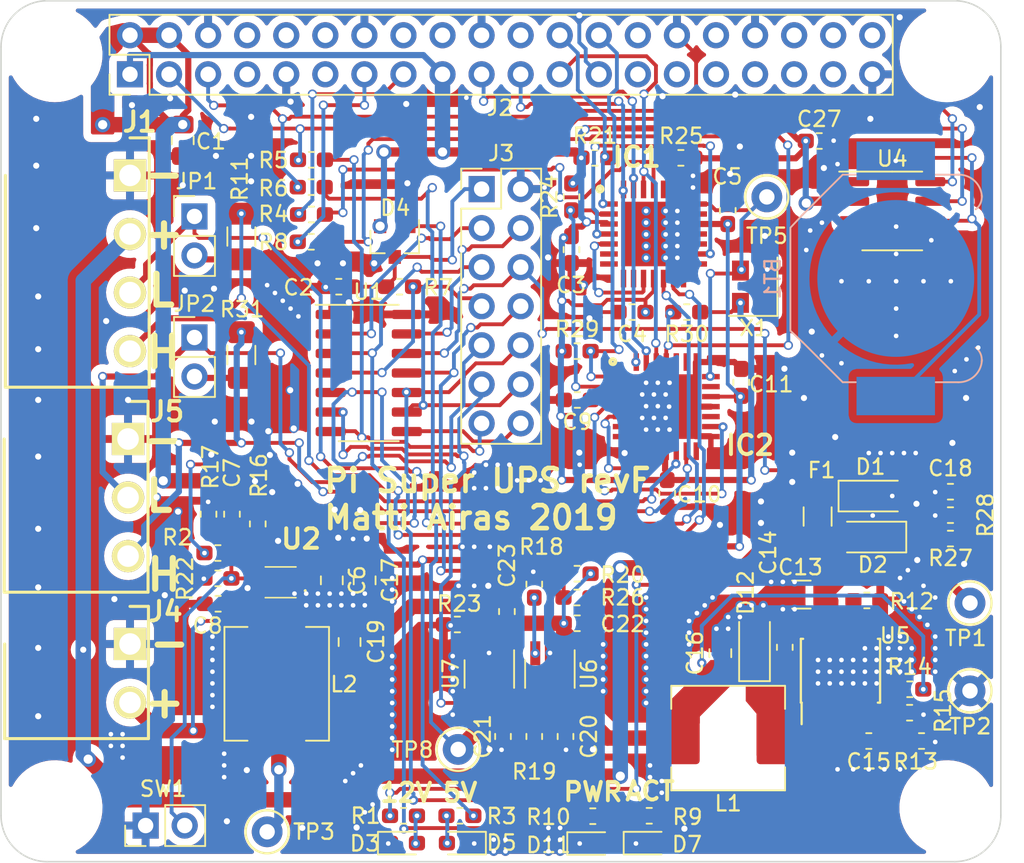
<source format=kicad_pcb>
(kicad_pcb (version 20190605) (host pcbnew "(5.1.0-1593-g5280fd036)")
  (layers (0 "F.Cu" signal) (31 "B.Cu" signal) (34 "B.Paste" user) (35 "F.Paste" user) (36 "B.SilkS" user) (37 "F.SilkS" user) (38 "B.Mask" user) (39 "F.Mask" user) (44 "Edge.Cuts" user))
  (net 0 "")
  (net 1 "GND")
  (net 2 "3.3V")
  (net 3 "+12V")
  (net 4 "/GPIO3")
  (net 5 "/SI")
  (net 6 "/SO")
  (net 7 "/SCK")
  (net 8 "Net-(JP1-Pad2)")
  (net 9 "/Buck converter/SW")
  (net 10 "/Buck converter/BST")
  (net 11 "/Buck converter/COMP")
  (net 12 "Net-(C15-Pad2)")
  (net 13 "/12V_fused")
  (net 14 "Net-(D3-Pad2)")
  (net 15 "Net-(D5-Pad2)")
  (net 16 "Net-(D11-Pad2)")
  (net 17 "/Boost converter/SW")
  (net 18 "/Buck converter/FREQ")
  (net 19 "/Buck converter/FB")
  (net 20 "/Boost converter/FB")
  (net 21 "Net-(R18-Pad1)")
  (net 22 "/Vcap")
  (net 23 "/GPIO2")
  (net 24 "/PB0")
  (net 25 "/ATT_Vcc")
  (net 26 "/VcapS")
  (net 27 "2.65V")
  (net 28 "Net-(D7-Pad2)")
  (net 29 "/PA0")
  (net 30 "/EN5V")
  (net 31 "/SCL")
  (net 32 "/PA5")
  (net 33 "/SDA")
  (net 34 "/ATT_LED1")
  (net 35 "/ATT_RESET")
  (net 36 "/ATT_LED0")
  (net 37 "Net-(R2-Pad2)")
  (net 38 "Net-(R23-Pad1)")
  (net 39 "/RTC/VBAT")
  (net 40 "5V")
  (net 41 "/CS0")
  (net 42 "/CANbus interface/~RESET")
  (net 43 "Net-(IC1-Pad16)")
  (net 44 "Net-(IC1-Pad10)")
  (net 45 "/CAN0_L")
  (net 46 "/CAN0_H")
  (net 47 "/CANbus interface/OSC_OUT")
  (net 48 "/INT0")
  (net 49 "/CS1")
  (net 50 "Net-(IC2-Pad16)")
  (net 51 "Net-(IC2-Pad10)")
  (net 52 "/CAN1_L")
  (net 53 "/CAN1_H")
  (net 54 "/INT1")
  (net 55 "/GPIO27")
  (net 56 "/GPIO22")
  (net 57 "Net-(JP2-Pad2)")
  (net 58 "/V12s")
  (net 59 "/ENIN")
  (net 60 "/Vin")
  (module "Package_SO:SOIC-14_3.9x8.7mm_P1.27mm" (layer "F.Cu") (at 44.0944 42.4434)
    (fp_text reference "U1" (at 0 -5.28) (layer "F.SilkS"))
    (fp_text value "ATtiny841-SSU")
    (pad "14" smd roundrect (at 2.475 -3.81) (size 1.95 0.6) (layers "F.Cu" "F.Paste" "F.Mask") (net 1 "GND"))
    (pad "13" smd roundrect (at 2.475 -2.54) (size 1.95 0.6) (layers "F.Cu" "F.Paste" "F.Mask") (net 29 "/PA0"))
    (pad "12" smd roundrect (at 2.475 -1.27) (size 1.95 0.6) (layers "F.Cu" "F.Paste" "F.Mask") (net 58 "/V12s"))
    (pad "11" smd roundrect (at 2.475 0) (size 1.95 0.6) (layers "F.Cu" "F.Paste" "F.Mask") (net 26 "/VcapS"))
    (pad "10" smd roundrect (at 2.475 1.27) (size 1.95 0.6) (layers "F.Cu" "F.Paste" "F.Mask") (net 30 "/EN5V"))
    (pad "9" smd roundrect (at 2.475 2.54) (size 1.95 0.6) (layers "F.Cu" "F.Paste" "F.Mask") (net 31 "/SCL"))
    (pad "8" smd roundrect (at 2.475 3.81) (size 1.95 0.6) (layers "F.Cu" "F.Paste" "F.Mask") (net 32 "/PA5"))
    (pad "7" smd roundrect (at -2.475 3.81) (size 1.95 0.6) (layers "F.Cu" "F.Paste" "F.Mask") (net 33 "/SDA"))
    (pad "6" smd roundrect (at -2.475 2.54) (size 1.95 0.6) (layers "F.Cu" "F.Paste" "F.Mask") (net 59 "/ENIN"))
    (pad "5" smd roundrect (at -2.475 1.27) (size 1.95 0.6) (layers "F.Cu" "F.Paste" "F.Mask") (net 34 "/ATT_LED1"))
    (pad "4" smd roundrect (at -2.475 0) (size 1.95 0.6) (layers "F.Cu" "F.Paste" "F.Mask") (net 35 "/ATT_RESET"))
    (pad "3" smd roundrect (at -2.475 -1.27) (size 1.95 0.6) (layers "F.Cu" "F.Paste" "F.Mask") (net 36 "/ATT_LED0"))
    (pad "2" smd roundrect (at -2.475 -2.54) (size 1.95 0.6) (layers "F.Cu" "F.Paste" "F.Mask") (net 24 "/PB0"))
    (pad "1" smd roundrect (at -2.475 -3.81) (size 1.95 0.6) (layers "F.Cu" "F.Paste" "F.Mask") (net 25 "/ATT_Vcc"))
  )
  (module "Resistor_SMD:R_0603_1608Metric_Pad1.05x0.95mm_HandSolder" (layer "F.Cu") (at 57.6326 57.0484)
    (fp_text reference "R26" (at 2.9718 0) (layer "F.SilkS"))
    (fp_text value "68k")
    (pad "2" smd roundrect (at 0.875 0) (size 1.05 0.95) (layers "F.Cu" "F.Paste" "F.Mask") (net 1 "GND"))
    (pad "1" smd roundrect (at -0.875 0) (size 1.05 0.95) (layers "F.Cu" "F.Paste" "F.Mask") (net 26 "/VcapS"))
  )
  (module "Capacitor_SMD:C_0603_1608Metric_Pad1.05x0.95mm_HandSolder" (layer "F.Cu") (at 34.304 57.4548 180)
    (fp_text reference "C8" (at 0.6871 -1.4351) (layer "F.SilkS"))
    (fp_text value "100n")
    (pad "2" smd roundrect (at 0.875 0 180) (size 1.05 0.95) (layers "F.Cu" "F.Paste" "F.Mask") (net 1 "GND"))
    (pad "1" smd roundrect (at -0.875 0 180) (size 1.05 0.95) (layers "F.Cu" "F.Paste" "F.Mask") (net 22 "/Vcap"))
  )
  (module "Resistor_SMD:R_0603_1608Metric_Pad1.05x0.95mm_HandSolder" (layer "F.Cu") (at 34.29 55.8038 180)
    (fp_text reference "R22" (at 2.1336 -0.0254 90) (layer "F.SilkS"))
    (fp_text value "100k")
    (pad "2" smd roundrect (at 0.875 0 180) (size 1.05 0.95) (layers "F.Cu" "F.Paste" "F.Mask") (net 1 "GND"))
    (pad "1" smd roundrect (at -0.875 0 180) (size 1.05 0.95) (layers "F.Cu" "F.Paste" "F.Mask") (net 37 "Net-(R2-Pad2)"))
  )
  (module "Capacitor_SMD:C_0805_2012Metric_Pad1.15x1.40mm_HandSolder" (layer "F.Cu") (at 42.8498 59.944 90)
    (fp_text reference "C19" (at 0.0254 1.7272 90) (layer "F.SilkS"))
    (fp_text value "47uF 10V")
    (pad "2" smd roundrect (at 1.025 0 90) (size 1.15 1.4) (layers "F.Cu" "F.Paste" "F.Mask") (roundrect_rratio 0.217391) (net 1 "GND"))
    (pad "1" smd roundrect (at -1.025 0 90) (size 1.15 1.4) (layers "F.Cu" "F.Paste" "F.Mask") (roundrect_rratio 0.217391) (net 22 "/Vcap"))
  )
  (module "Capacitor_SMD:C_0805_2012Metric_Pad1.15x1.40mm_HandSolder" (layer "F.Cu") (at 43.829 55.9308 270)
    (fp_text reference "C17" (at 0 -1.65 90) (layer "F.SilkS"))
    (fp_text value "47uF 10V")
    (pad "2" smd roundrect (at 1.025 0 270) (size 1.15 1.4) (layers "F.Cu" "F.Paste" "F.Mask") (roundrect_rratio 0.217391) (net 1 "GND"))
    (pad "1" smd roundrect (at -1.025 0 270) (size 1.15 1.4) (layers "F.Cu" "F.Paste" "F.Mask") (roundrect_rratio 0.217391) (net 40 "5V"))
  )
  (module "Capacitor_SMD:C_0805_2012Metric_Pad1.15x1.40mm_HandSolder" (layer "F.Cu") (at 41.6954 55.9308 270)
    (fp_text reference "C6" (at 0 -1.65 90) (layer "F.SilkS"))
    (fp_text value "47uF 10V")
    (pad "2" smd roundrect (at 1.025 0 270) (size 1.15 1.4) (layers "F.Cu" "F.Paste" "F.Mask") (roundrect_rratio 0.217391) (net 1 "GND"))
    (pad "1" smd roundrect (at -1.025 0 270) (size 1.15 1.4) (layers "F.Cu" "F.Paste" "F.Mask") (roundrect_rratio 0.217391) (net 40 "5V"))
  )
  (module "Capacitor_SMD:C_0805_2012Metric_Pad1.15x1.40mm_HandSolder" (layer "F.Cu") (at 66.9544 60.6679 90)
    (fp_text reference "C16" (at 0 -1.65 90) (layer "F.SilkS"))
    (fp_text value "47uF 10V")
    (pad "2" smd roundrect (at 1.025 0 90) (size 1.15 1.4) (layers "F.Cu" "F.Paste" "F.Mask") (roundrect_rratio 0.217) (net 1 "GND"))
    (pad "1" smd roundrect (at -1.025 0 90) (size 1.15 1.4) (layers "F.Cu" "F.Paste" "F.Mask") (roundrect_rratio 0.217391) (net 27 "2.65V"))
  )
  (module "Capacitor_SMD:C_1206_3216Metric_Pad1.42x1.75mm_HandSolder" (layer "F.Cu") (at 72.2249 56.8579 180)
    (fp_text reference "C13" (at 0.0635 1.778) (layer "F.SilkS"))
    (fp_text value "10uF 50V")
    (pad "2" smd roundrect (at 1.4875 0 180) (size 1.425 1.75) (layers "F.Cu" "F.Paste" "F.Mask") (roundrect_rratio 0.175) (net 1 "GND"))
    (pad "1" smd roundrect (at -1.4875 0 180) (size 1.425 1.75) (layers "F.Cu" "F.Paste" "F.Mask") (roundrect_rratio 0.175439) (net 60 "/Vin"))
  )
  (module "Capacitor_SMD:C_0603_1608Metric_Pad1.05x0.95mm_HandSolder" (layer "F.Cu") (at 35.2044 51.6266 270)
    (fp_text reference "C7" (at -2.681 0 90) (layer "F.SilkS"))
    (fp_text value "220p")
    (pad "2" smd roundrect (at 0.875 0 270) (size 1.05 0.95) (layers "F.Cu" "F.Paste" "F.Mask") (net 20 "/Boost converter/FB"))
    (pad "1" smd roundrect (at -0.875 0 270) (size 1.05 0.95) (layers "F.Cu" "F.Paste" "F.Mask") (net 40 "5V"))
  )
  (module "Package_SO:SOIC-8_3.9x4.9mm_P1.27mm" (layer "F.Cu") (at 78.1304 31.9024)
    (fp_text reference "U4" (at 0 -3.4) (layer "F.SilkS"))
    (fp_text value "DS3231MZ")
    (pad "8" smd roundrect (at 2.475 -1.905) (size 1.95 0.6) (layers "F.Cu" "F.Paste" "F.Mask") (net 4 "/GPIO3"))
    (pad "7" smd roundrect (at 2.475 -0.635) (size 1.95 0.6) (layers "F.Cu" "F.Paste" "F.Mask") (net 23 "/GPIO2"))
    (pad "6" smd roundrect (at 2.475 0.635) (size 1.95 0.6) (layers "F.Cu" "F.Paste" "F.Mask") (net 39 "/RTC/VBAT"))
    (pad "5" smd roundrect (at 2.475 1.905) (size 1.95 0.6) (layers "F.Cu" "F.Paste" "F.Mask") (net 1 "GND"))
    (pad "4" smd roundrect (at -2.475 1.905) (size 1.95 0.6) (layers "F.Cu" "F.Paste" "F.Mask"))
    (pad "3" smd roundrect (at -2.475 0.635) (size 1.95 0.6) (layers "F.Cu" "F.Paste" "F.Mask"))
    (pad "2" smd roundrect (at -2.475 -0.635) (size 1.95 0.6) (layers "F.Cu" "F.Paste" "F.Mask") (net 2 "3.3V"))
    (pad "1" smd roundrect (at -2.475 -1.905) (size 1.95 0.6) (layers "F.Cu" "F.Paste" "F.Mask"))
  )
  (module "Inductor_SMD:L_Abracon_ASPI-0630LR" (layer "F.Cu") (at 38.114 62.6618 90)
    (fp_text reference "L2" (at -0.0278 4.3688 180) (layer "F.SilkS"))
    (fp_text value "1uH")
    (pad "2" smd roundrect (at 3.025 0 90) (size 2.35 3.4) (layers "F.Cu" "F.Paste" "F.Mask") (roundrect_rratio 0.1) (net 17 "/Boost converter/SW"))
    (pad "1" smd roundrect (at -3.025 0 90) (size 2.35 3.4) (layers "F.Cu" "F.Paste" "F.Mask") (roundrect_rratio 0.1) (net 22 "/Vcap"))
  )
  (module "Inductor_SMD:L_Abracon_ASPI-0630LR" (layer "F.Cu") (at 67.4624 66.1924 180)
    (fp_text reference "L1" (at 0 -4.25) (layer "F.SilkS"))
    (fp_text value "4.7uH 3.5A")
    (pad "2" smd roundrect (at 3.025 0 180) (size 2.35 3.4) (layers "F.Cu" "F.Paste" "F.Mask") (roundrect_rratio 0.1) (net 27 "2.65V"))
    (pad "1" smd roundrect (at -3.025 0 180) (size 2.35 3.4) (layers "F.Cu" "F.Paste" "F.Mask") (roundrect_rratio 0.1) (net 9 "/Buck converter/SW"))
  )
  (module "LED_SMD:LED_0603_1608Metric_Pad1.05x0.95mm_HandSolder" (layer "F.Cu") (at 50.052 73.025 180)
    (fp_text reference "D5" (at -2.6784 0.0254) (layer "F.SilkS"))
    (fp_text value "RLED")
    (pad "2" smd roundrect (at 0.875 0 180) (size 1.05 0.95) (layers "F.Cu" "F.Paste" "F.Mask") (net 15 "Net-(D5-Pad2)"))
    (pad "1" smd roundrect (at -0.875 0 180) (size 1.05 0.95) (layers "F.Cu" "F.Paste" "F.Mask") (net 1 "GND"))
  )
  (module "LED_SMD:LED_0603_1608Metric_Pad1.05x0.95mm_HandSolder" (layer "F.Cu") (at 46.355 73.025)
    (fp_text reference "D3" (at -2.5146 0.0254) (layer "F.SilkS"))
    (fp_text value "RLED")
    (pad "2" smd roundrect (at 0.875 0) (size 1.05 0.95) (layers "F.Cu" "F.Paste" "F.Mask") (net 14 "Net-(D3-Pad2)"))
    (pad "1" smd roundrect (at -0.875 0) (size 1.05 0.95) (layers "F.Cu" "F.Paste" "F.Mask") (net 1 "GND"))
  )
  (module "Oscillator:Oscillator_SMD_Abracon_ASE-4Pin_3.2x2.5mm" (layer "F.Cu") (at 69.088 36.83 90)
    (fp_text reference "X1" (at -2.6924 0.0508 180) (layer "F.SilkS"))
    (fp_text value "S3D8.000000B20F30T")
    (pad "4" smd rect (at -1.05 -0.825 90) (size 1.3 1.1) (layers "F.Cu" "F.Paste" "F.Mask") (net 2 "3.3V"))
    (pad "3" smd rect (at 1.05 -0.825 90) (size 1.3 1.1) (layers "F.Cu" "F.Paste" "F.Mask") (net 47 "/CANbus interface/OSC_OUT"))
    (pad "2" smd rect (at 1.05 0.825 90) (size 1.3 1.1) (layers "F.Cu" "F.Paste" "F.Mask") (net 1 "GND"))
    (pad "1" smd rect (at -1.05 0.825 90) (size 1.3 1.1) (layers "F.Cu" "F.Paste" "F.Mask"))
  )
  (module "Resistor_SMD:R_1206_3216Metric_Pad1.42x1.75mm_HandSolder" (layer "F.Cu") (at 35.814 41.275 90)
    (fp_text reference "R31" (at 2.9718 0.0508) (layer "F.SilkS"))
    (fp_text value "120R")
    (pad "2" smd roundrect (at 1.4875 0 90) (size 1.425 1.75) (layers "F.Cu" "F.Paste" "F.Mask") (roundrect_rratio 0.175439) (net 53 "/CAN1_H"))
    (pad "1" smd roundrect (at -1.4875 0 90) (size 1.425 1.75) (layers "F.Cu" "F.Paste" "F.Mask") (roundrect_rratio 0.175439) (net 57 "Net-(JP2-Pad2)"))
  )
  (module "Resistor_SMD:R_0603_1608Metric_Pad1.05x0.95mm_HandSolder" (layer "F.Cu") (at 64.77 38.481 180)
    (fp_text reference "R30" (at 0 -1.43) (layer "F.SilkS"))
    (fp_text value "10k")
    (pad "2" smd roundrect (at 0.875 0 180) (size 1.05 0.95) (layers "F.Cu" "F.Paste" "F.Mask") (net 54 "/INT1"))
    (pad "1" smd roundrect (at -0.875 0 180) (size 1.05 0.95) (layers "F.Cu" "F.Paste" "F.Mask") (net 2 "3.3V"))
  )
  (module "Resistor_SMD:R_0603_1608Metric_Pad1.05x0.95mm_HandSolder" (layer "F.Cu") (at 57.644 41.021)
    (fp_text reference "R29" (at 0 -1.43) (layer "F.SilkS"))
    (fp_text value "10k")
    (pad "2" smd roundrect (at 0.875 0) (size 1.05 0.95) (layers "F.Cu" "F.Paste" "F.Mask") (net 49 "/CS1"))
    (pad "1" smd roundrect (at -0.875 0) (size 1.05 0.95) (layers "F.Cu" "F.Paste" "F.Mask") (net 2 "3.3V"))
  )
  (module "Resistor_SMD:R_0603_1608Metric_Pad1.05x0.95mm_HandSolder" (layer "F.Cu") (at 64.389 28.448 180)
    (fp_text reference "R25" (at -0.0254 1.4224) (layer "F.SilkS"))
    (fp_text value "10k")
    (pad "2" smd roundrect (at 0.875 0 180) (size 1.05 0.95) (layers "F.Cu" "F.Paste" "F.Mask") (net 48 "/INT0"))
    (pad "1" smd roundrect (at -0.875 0 180) (size 1.05 0.95) (layers "F.Cu" "F.Paste" "F.Mask") (net 2 "3.3V"))
  )
  (module "Resistor_SMD:R_0603_1608Metric_Pad1.05x0.95mm_HandSolder" (layer "F.Cu") (at 57.277 30.988 90)
    (fp_text reference "R24" (at 0 -1.43 90) (layer "F.SilkS"))
    (fp_text value "10k")
    (pad "2" smd roundrect (at 0.875 0 90) (size 1.05 0.95) (layers "F.Cu" "F.Paste" "F.Mask") (net 2 "3.3V"))
    (pad "1" smd roundrect (at -0.875 0 90) (size 1.05 0.95) (layers "F.Cu" "F.Paste" "F.Mask") (net 42 "/CANbus interface/~RESET"))
  )
  (module "Resistor_SMD:R_0603_1608Metric_Pad1.05x0.95mm_HandSolder" (layer "F.Cu") (at 58.801 28.448)
    (fp_text reference "R21" (at 0 -1.43) (layer "F.SilkS"))
    (fp_text value "10k")
    (pad "2" smd roundrect (at 0.875 0) (size 1.05 0.95) (layers "F.Cu" "F.Paste" "F.Mask") (net 41 "/CS0"))
    (pad "1" smd roundrect (at -0.875 0) (size 1.05 0.95) (layers "F.Cu" "F.Paste" "F.Mask") (net 2 "3.3V"))
  )
  (module "Resistor_SMD:R_0603_1608Metric_Pad1.05x0.95mm_HandSolder" (layer "F.Cu") (at 40.358 33.909 180)
    (fp_text reference "R8" (at 2.4612 -0.0254) (layer "F.SilkS"))
    (fp_text value "0")
    (pad "2" smd roundrect (at 0.875 0 180) (size 1.05 0.95) (layers "F.Cu" "F.Paste" "F.Mask") (net 55 "/GPIO27"))
    (pad "1" smd roundrect (at -0.875 0 180) (size 1.05 0.95) (layers "F.Cu" "F.Paste" "F.Mask") (net 54 "/INT1"))
  )
  (module "Resistor_SMD:R_0603_1608Metric_Pad1.05x0.95mm_HandSolder" (layer "F.Cu") (at 40.372 32.131 180)
    (fp_text reference "R4" (at 2.4752 0.0254) (layer "F.SilkS"))
    (fp_text value "0")
    (pad "2" smd roundrect (at 0.875 0 180) (size 1.05 0.95) (layers "F.Cu" "F.Paste" "F.Mask") (net 56 "/GPIO22"))
    (pad "1" smd roundrect (at -0.875 0 180) (size 1.05 0.95) (layers "F.Cu" "F.Paste" "F.Mask") (net 48 "/INT0"))
  )
  (module "Connector_PinHeader_2.54mm:PinHeader_1x02_P2.54mm_Vertical" (layer "F.Cu") (at 32.766 40.132)
    (fp_text reference "JP2" (at 0 -2.1844) (layer "F.SilkS"))
    (fp_text value "Term")
    (pad "2" thru_hole oval (at 0 2.54) (size 1.7 1.7) (drill 1) (layers *.Cu *.Mask) (net 57 "Net-(JP2-Pad2)"))
    (pad "1" thru_hole rect (at 0 0) (size 1.7 1.7) (drill 1) (layers *.Cu *.Mask) (net 52 "/CAN1_L"))
  )
  (module "custom:TerminalBlock_WJ15EDGRC-3.81-3P" (layer "F.Cu") (at 28.448 46.736 270)
    (fp_text reference "J5" (at -1.778 -2.54 180) (layer "F.SilkS") (effects (font (size 1.27 1.27) (thickness 0.254))))
    (fp_text value "Screw_Terminal_01x03" hide)
    (pad "1" thru_hole rect (at 0 0) (size 2.1 2.1) (drill 1.4) (layers *.Cu *.Mask "F.SilkS") (net 1 "GND"))
    (pad "2" thru_hole circle (at 3.81 0) (size 2.1 2.1) (drill 1.4) (layers *.Cu *.Mask "F.SilkS") (net 52 "/CAN1_L"))
    (pad "3" thru_hole circle (at 7.62 0) (size 2.1 2.1) (drill 1.4) (layers *.Cu *.Mask "F.SilkS") (net 53 "/CAN1_H"))
  )
  (module "custom:TerminalBlock_WJ15EDGRC-3.81-2P" (layer "F.Cu") (at 28.575 60.071 270)
    (fp_text reference "J4" (at -2.1082 -2.3114 180) (layer "F.SilkS") (effects (font (size 1.27 1.27) (thickness 0.254))))
    (fp_text value "Screw_Terminal_01x02" hide)
    (pad "1" thru_hole rect (at 0 0) (size 2.1 2.1) (drill 1.4) (layers *.Cu *.Mask "F.SilkS") (net 1 "GND"))
    (pad "2" thru_hole circle (at 3.81 0) (size 2.1 2.1) (drill 1.4) (layers *.Cu *.Mask "F.SilkS") (net 22 "/Vcap"))
  )
  (module "custom:TerminalBlock_WJ15EDGRC-3.81-4P" (layer "F.Cu") (at 28.575 29.591 270)
    (fp_text reference "J1" (at -3.4798 -0.635 180) (layer "F.SilkS") (effects (font (size 1.27 1.27) (thickness 0.254))))
    (fp_text value "Screw_Terminal_01x04" hide)
    (pad "1" thru_hole rect (at 0 0) (size 2.1 2.1) (drill 1.4) (layers *.Cu *.Mask "F.SilkS") (net 1 "GND"))
    (pad "2" thru_hole circle (at 3.81 0) (size 2.1 2.1) (drill 1.4) (layers *.Cu *.Mask "F.SilkS") (net 3 "+12V"))
    (pad "3" thru_hole circle (at 7.62 0) (size 2.1 2.1) (drill 1.4) (layers *.Cu *.Mask "F.SilkS") (net 45 "/CAN0_L"))
    (pad "4" thru_hole circle (at 11.43 0) (size 2.1 2.1) (drill 1.4) (layers *.Cu *.Mask "F.SilkS") (net 46 "/CAN0_H"))
  )
  (module "custom:QFN65P600X600X100-29M-D" (layer "F.Cu") (at 63.439 44.631)
    (fp_text reference "IC2" (at 5.4458 2.5114) (layer "F.SilkS") (effects (font (size 1.27 1.27) (thickness 0.254))))
    (fp_text value "MCP25625T-E_ML" hide)
    (pad "1" smd rect (at -2.9 -1.95 90) (size 0.35 1.15) (layers "F.Cu" "F.Paste" "F.Mask") (net 49 "/CS1"))
    (pad "2" smd rect (at -2.9 -1.3 90) (size 0.35 1.15) (layers "F.Cu" "F.Paste" "F.Mask") (net 42 "/CANbus interface/~RESET"))
    (pad "3" smd rect (at -2.9 -0.65 90) (size 0.35 1.15) (layers "F.Cu" "F.Paste" "F.Mask") (net 2 "3.3V"))
    (pad "4" smd rect (at -2.9 0 90) (size 0.35 1.15) (layers "F.Cu" "F.Paste" "F.Mask") (net 50 "Net-(IC2-Pad16)"))
    (pad "5" smd rect (at -2.9 0.65 90) (size 0.35 1.15) (layers "F.Cu" "F.Paste" "F.Mask") (net 51 "Net-(IC2-Pad10)"))
    (pad "6" smd rect (at -2.9 1.3 90) (size 0.35 1.15) (layers "F.Cu" "F.Paste" "F.Mask"))
    (pad "7" smd rect (at -2.9 1.95 90) (size 0.35 1.15) (layers "F.Cu" "F.Paste" "F.Mask"))
    (pad "8" smd rect (at -1.95 2.9) (size 0.35 1.15) (layers "F.Cu" "F.Paste" "F.Mask"))
    (pad "9" smd rect (at -1.3 2.9) (size 0.35 1.15) (layers "F.Cu" "F.Paste" "F.Mask"))
    (pad "10" smd rect (at -0.65 2.9) (size 0.35 1.15) (layers "F.Cu" "F.Paste" "F.Mask") (net 51 "Net-(IC2-Pad10)"))
    (pad "11" smd rect (at 0 2.9) (size 0.35 1.15) (layers "F.Cu" "F.Paste" "F.Mask") (net 2 "3.3V"))
    (pad "12" smd rect (at 0.65 2.9) (size 0.35 1.15) (layers "F.Cu" "F.Paste" "F.Mask") (net 52 "/CAN1_L"))
    (pad "13" smd rect (at 1.3 2.9) (size 0.35 1.15) (layers "F.Cu" "F.Paste" "F.Mask") (net 53 "/CAN1_H"))
    (pad "14" smd rect (at 1.95 2.9) (size 0.35 1.15) (layers "F.Cu" "F.Paste" "F.Mask"))
    (pad "15" smd rect (at 2.9 1.95 90) (size 0.35 1.15) (layers "F.Cu" "F.Paste" "F.Mask") (net 1 "GND"))
    (pad "16" smd rect (at 2.9 1.3 90) (size 0.35 1.15) (layers "F.Cu" "F.Paste" "F.Mask") (net 50 "Net-(IC2-Pad16)"))
    (pad "17" smd rect (at 2.9 0.65 90) (size 0.35 1.15) (layers "F.Cu" "F.Paste" "F.Mask"))
    (pad "18" smd rect (at 2.9 0 90) (size 0.35 1.15) (layers "F.Cu" "F.Paste" "F.Mask") (net 1 "GND"))
    (pad "19" smd rect (at 2.9 -0.65 90) (size 0.35 1.15) (layers "F.Cu" "F.Paste" "F.Mask") (net 40 "5V"))
    (pad "20" smd rect (at 2.9 -1.3 90) (size 0.35 1.15) (layers "F.Cu" "F.Paste" "F.Mask"))
    (pad "21" smd rect (at 2.9 -1.95 90) (size 0.35 1.15) (layers "F.Cu" "F.Paste" "F.Mask") (net 47 "/CANbus interface/OSC_OUT"))
    (pad "22" smd rect (at 1.95 -2.9) (size 0.35 1.15) (layers "F.Cu" "F.Paste" "F.Mask") (net 1 "GND"))
    (pad "23" smd rect (at 1.3 -2.9) (size 0.35 1.15) (layers "F.Cu" "F.Paste" "F.Mask"))
    (pad "24" smd rect (at 0.65 -2.9) (size 0.35 1.15) (layers "F.Cu" "F.Paste" "F.Mask"))
    (pad "25" smd rect (at 0 -2.9) (size 0.35 1.15) (layers "F.Cu" "F.Paste" "F.Mask") (net 54 "/INT1"))
    (pad "26" smd rect (at -0.65 -2.9) (size 0.35 1.15) (layers "F.Cu" "F.Paste" "F.Mask") (net 7 "/SCK"))
    (pad "27" smd rect (at -1.3 -2.9) (size 0.35 1.15) (layers "F.Cu" "F.Paste" "F.Mask") (net 5 "/SI"))
    (pad "28" smd rect (at -1.95 -2.9) (size 0.35 1.15) (layers "F.Cu" "F.Paste" "F.Mask") (net 6 "/SO"))
    (pad "29" smd rect (at 0 0) (size 4.2 4.2) (layers "F.Cu" "F.Paste" "F.Mask") (net 1 "GND"))
  )
  (module "custom:QFN65P600X600X100-29M-D" (layer "F.Cu") (at 62.611 33.401)
    (fp_text reference "IC1" (at -1.0922 -5.0038) (layer "F.SilkS") (effects (font (size 1.27 1.27) (thickness 0.254))))
    (fp_text value "MCP25625T-E_ML" hide)
    (pad "1" smd rect (at -2.9 -1.95 90) (size 0.35 1.15) (layers "F.Cu" "F.Paste" "F.Mask") (net 41 "/CS0"))
    (pad "2" smd rect (at -2.9 -1.3 90) (size 0.35 1.15) (layers "F.Cu" "F.Paste" "F.Mask") (net 42 "/CANbus interface/~RESET"))
    (pad "3" smd rect (at -2.9 -0.65 90) (size 0.35 1.15) (layers "F.Cu" "F.Paste" "F.Mask") (net 2 "3.3V"))
    (pad "4" smd rect (at -2.9 0 90) (size 0.35 1.15) (layers "F.Cu" "F.Paste" "F.Mask") (net 43 "Net-(IC1-Pad16)"))
    (pad "5" smd rect (at -2.9 0.65 90) (size 0.35 1.15) (layers "F.Cu" "F.Paste" "F.Mask") (net 44 "Net-(IC1-Pad10)"))
    (pad "6" smd rect (at -2.9 1.3 90) (size 0.35 1.15) (layers "F.Cu" "F.Paste" "F.Mask"))
    (pad "7" smd rect (at -2.9 1.95 90) (size 0.35 1.15) (layers "F.Cu" "F.Paste" "F.Mask"))
    (pad "8" smd rect (at -1.95 2.9) (size 0.35 1.15) (layers "F.Cu" "F.Paste" "F.Mask"))
    (pad "9" smd rect (at -1.3 2.9) (size 0.35 1.15) (layers "F.Cu" "F.Paste" "F.Mask"))
    (pad "10" smd rect (at -0.65 2.9) (size 0.35 1.15) (layers "F.Cu" "F.Paste" "F.Mask") (net 44 "Net-(IC1-Pad10)"))
    (pad "11" smd rect (at 0 2.9) (size 0.35 1.15) (layers "F.Cu" "F.Paste" "F.Mask") (net 2 "3.3V"))
    (pad "12" smd rect (at 0.65 2.9) (size 0.35 1.15) (layers "F.Cu" "F.Paste" "F.Mask") (net 45 "/CAN0_L"))
    (pad "13" smd rect (at 1.3 2.9) (size 0.35 1.15) (layers "F.Cu" "F.Paste" "F.Mask") (net 46 "/CAN0_H"))
    (pad "14" smd rect (at 1.95 2.9) (size 0.35 1.15) (layers "F.Cu" "F.Paste" "F.Mask"))
    (pad "15" smd rect (at 2.9 1.95 90) (size 0.35 1.15) (layers "F.Cu" "F.Paste" "F.Mask") (net 1 "GND"))
    (pad "16" smd rect (at 2.9 1.3 90) (size 0.35 1.15) (layers "F.Cu" "F.Paste" "F.Mask") (net 43 "Net-(IC1-Pad16)"))
    (pad "17" smd rect (at 2.9 0.65 90) (size 0.35 1.15) (layers "F.Cu" "F.Paste" "F.Mask"))
    (pad "18" smd rect (at 2.9 0 90) (size 0.35 1.15) (layers "F.Cu" "F.Paste" "F.Mask") (net 1 "GND"))
    (pad "19" smd rect (at 2.9 -0.65 90) (size 0.35 1.15) (layers "F.Cu" "F.Paste" "F.Mask") (net 40 "5V"))
    (pad "20" smd rect (at 2.9 -1.3 90) (size 0.35 1.15) (layers "F.Cu" "F.Paste" "F.Mask"))
    (pad "21" smd rect (at 2.9 -1.95 90) (size 0.35 1.15) (layers "F.Cu" "F.Paste" "F.Mask") (net 47 "/CANbus interface/OSC_OUT"))
    (pad "22" smd rect (at 1.95 -2.9) (size 0.35 1.15) (layers "F.Cu" "F.Paste" "F.Mask") (net 1 "GND"))
    (pad "23" smd rect (at 1.3 -2.9) (size 0.35 1.15) (layers "F.Cu" "F.Paste" "F.Mask"))
    (pad "24" smd rect (at 0.65 -2.9) (size 0.35 1.15) (layers "F.Cu" "F.Paste" "F.Mask"))
    (pad "25" smd rect (at 0 -2.9) (size 0.35 1.15) (layers "F.Cu" "F.Paste" "F.Mask") (net 48 "/INT0"))
    (pad "26" smd rect (at -0.65 -2.9) (size 0.35 1.15) (layers "F.Cu" "F.Paste" "F.Mask") (net 7 "/SCK"))
    (pad "27" smd rect (at -1.3 -2.9) (size 0.35 1.15) (layers "F.Cu" "F.Paste" "F.Mask") (net 5 "/SI"))
    (pad "28" smd rect (at -1.95 -2.9) (size 0.35 1.15) (layers "F.Cu" "F.Paste" "F.Mask") (net 6 "/SO"))
    (pad "29" smd rect (at 0 0) (size 4.2 4.2) (layers "F.Cu" "F.Paste" "F.Mask") (net 1 "GND"))
  )
  (module "Capacitor_SMD:C_0603_1608Metric_Pad1.05x0.95mm_HandSolder" (layer "F.Cu") (at 73.382 27.35)
    (fp_text reference "C27" (at 0 -1.43) (layer "F.SilkS"))
    (fp_text value "100nF")
    (pad "2" smd roundrect (at 0.875 0) (size 1.05 0.95) (layers "F.Cu" "F.Paste" "F.Mask") (net 1 "GND"))
    (pad "1" smd roundrect (at -0.875 0) (size 1.05 0.95) (layers "F.Cu" "F.Paste" "F.Mask") (net 2 "3.3V"))
  )
  (module "Capacitor_SMD:C_0603_1608Metric_Pad1.05x0.95mm_HandSolder" (layer "F.Cu") (at 68.312 43.053 90)
    (fp_text reference "C11" (at -0.127 1.9444 180) (layer "F.SilkS"))
    (fp_text value "100nF")
    (pad "2" smd roundrect (at 0.875 0 90) (size 1.05 0.95) (layers "F.Cu" "F.Paste" "F.Mask") (net 1 "GND"))
    (pad "1" smd roundrect (at -0.875 0 90) (size 1.05 0.95) (layers "F.Cu" "F.Paste" "F.Mask") (net 40 "5V"))
  )
  (module "Capacitor_SMD:C_0603_1608Metric_Pad1.05x0.95mm_HandSolder" (layer "F.Cu") (at 63.5 50.278 270)
    (fp_text reference "C10" (at 0.0648 -2.0828 180) (layer "F.SilkS"))
    (fp_text value "100nF")
    (pad "2" smd roundrect (at 0.875 0 270) (size 1.05 0.95) (layers "F.Cu" "F.Paste" "F.Mask") (net 1 "GND"))
    (pad "1" smd roundrect (at -0.875 0 270) (size 1.05 0.95) (layers "F.Cu" "F.Paste" "F.Mask") (net 2 "3.3V"))
  )
  (module "Capacitor_SMD:C_0603_1608Metric_Pad1.05x0.95mm_HandSolder" (layer "F.Cu") (at 57.658 44.196 180)
    (fp_text reference "C9" (at 0 -1.43) (layer "F.SilkS"))
    (fp_text value "100nF")
    (pad "2" smd roundrect (at 0.875 0 180) (size 1.05 0.95) (layers "F.Cu" "F.Paste" "F.Mask") (net 1 "GND"))
    (pad "1" smd roundrect (at -0.875 0 180) (size 1.05 0.95) (layers "F.Cu" "F.Paste" "F.Mask") (net 2 "3.3V"))
  )
  (module "Capacitor_SMD:C_0603_1608Metric_Pad1.05x0.95mm_HandSolder" (layer "F.Cu") (at 67.437 31.877 90)
    (fp_text reference "C5" (at 2.2098 -0.0254 180) (layer "F.SilkS"))
    (fp_text value "100nF")
    (pad "2" smd roundrect (at 0.875 0 90) (size 1.05 0.95) (layers "F.Cu" "F.Paste" "F.Mask") (net 1 "GND"))
    (pad "1" smd roundrect (at -0.875 0 90) (size 1.05 0.95) (layers "F.Cu" "F.Paste" "F.Mask") (net 40 "5V"))
  )
  (module "Capacitor_SMD:C_0603_1608Metric_Pad1.05x0.95mm_HandSolder" (layer "F.Cu") (at 61.214 38.481 180)
    (fp_text reference "C4" (at 0 -1.43) (layer "F.SilkS"))
    (fp_text value "100nF")
    (pad "2" smd roundrect (at 0.875 0 180) (size 1.05 0.95) (layers "F.Cu" "F.Paste" "F.Mask") (net 1 "GND"))
    (pad "1" smd roundrect (at -0.875 0 180) (size 1.05 0.95) (layers "F.Cu" "F.Paste" "F.Mask") (net 2 "3.3V"))
  )
  (module "Capacitor_SMD:C_0603_1608Metric_Pad1.05x0.95mm_HandSolder" (layer "F.Cu") (at 57.277 34.417 270)
    (fp_text reference "C3" (at 2.3114 0.0254 180) (layer "F.SilkS"))
    (fp_text value "100nF")
    (pad "2" smd roundrect (at 0.875 0 270) (size 1.05 0.95) (layers "F.Cu" "F.Paste" "F.Mask") (net 1 "GND"))
    (pad "1" smd roundrect (at -0.875 0 270) (size 1.05 0.95) (layers "F.Cu" "F.Paste" "F.Mask") (net 2 "3.3V"))
  )
  (module "custom:BatteryHolder_Linx_BAT-HLD-012-SMT" (layer "B.Cu") (at 78.359 36.292 270)
    (fp_text reference "BT1" (at 0 8 270) (layer "B.SilkS") (effects (justify mirror)))
    (fp_text value "CR1220 3V")
    (pad "2" smd circle (at 0 0 270) (size 10.2 10.2) (layers "B.Cu" "B.Paste" "B.Mask") (net 1 "GND"))
    (pad "1" smd rect (at 7.65 0 270) (size 2.5 5.1) (layers "B.Cu" "B.Paste" "B.Mask") (net 39 "/RTC/VBAT"))
    (pad "1" smd rect (at -7.65 0 270) (size 2.5 5.1) (layers "B.Cu" "B.Paste" "B.Mask") (net 39 "/RTC/VBAT"))
  )
  (module "RPi_Hat:RPi_Hat_Mounting_Hole" (layer "F.Cu") (at 81.691 21.7292)
    (fp_text reference "" hide)
    (fp_text value "" hide)
    (pad "" np_thru_hole circle (at 0 0) (size 2.75 2.75) (drill 2.75) (layers *.Cu *.Mask) (clearance 1.725))
  )
  (module "RPi_Hat:RPi_Hat_Mounting_Hole" (layer "F.Cu") (at 81.691 70.7292)
    (fp_text reference "" hide)
    (fp_text value "" hide)
    (pad "" np_thru_hole circle (at 0 0) (size 2.75 2.75) (drill 2.75) (layers *.Cu *.Mask) (clearance 1.725))
  )
  (module "RPi_Hat:RPi_Hat_Mounting_Hole" (layer "F.Cu") (at 23.691 70.7292)
    (fp_text reference "" hide)
    (fp_text value "" hide)
    (pad "" np_thru_hole circle (at 0 0) (size 2.75 2.75) (drill 2.75) (layers *.Cu *.Mask) (clearance 1.725))
  )
  (module "RPi_Hat:RPi_Hat_Mounting_Hole" (layer "F.Cu") (at 23.691 21.7292)
    (fp_text reference "" hide)
    (fp_text value "" hide)
    (pad "" np_thru_hole circle (at 0 0) (size 2.75 2.75) (drill 2.75) (layers *.Cu *.Mask) (clearance 1.725))
  )
  (module "custom:PinHeader_2x07_P2.54mm_Vertical_CounterClockwise" (layer "F.Cu") (at 51.435 30.48)
    (fp_text reference "J3" (at 1.27 -2.33) (layer "F.SilkS"))
    (fp_text value "Conn_02x07_Counter_Clockwise")
    (pad "8" thru_hole oval (at 2.54 15.24) (size 1.7 1.7) (drill 1) (layers *.Cu *.Mask) (net 32 "/PA5"))
    (pad "7" thru_hole oval (at 0 15.24) (size 1.7 1.7) (drill 1) (layers *.Cu *.Mask) (net 33 "/SDA"))
    (pad "9" thru_hole oval (at 2.54 12.7) (size 1.7 1.7) (drill 1) (layers *.Cu *.Mask) (net 31 "/SCL"))
    (pad "6" thru_hole oval (at 0 12.7) (size 1.7 1.7) (drill 1) (layers *.Cu *.Mask) (net 59 "/ENIN"))
    (pad "10" thru_hole oval (at 2.54 10.16) (size 1.7 1.7) (drill 1) (layers *.Cu *.Mask) (net 30 "/EN5V"))
    (pad "5" thru_hole oval (at 0 10.16) (size 1.7 1.7) (drill 1) (layers *.Cu *.Mask) (net 34 "/ATT_LED1"))
    (pad "11" thru_hole oval (at 2.54 7.62) (size 1.7 1.7) (drill 1) (layers *.Cu *.Mask) (net 26 "/VcapS"))
    (pad "4" thru_hole oval (at 0 7.62) (size 1.7 1.7) (drill 1) (layers *.Cu *.Mask) (net 35 "/ATT_RESET"))
    (pad "12" thru_hole oval (at 2.54 5.08) (size 1.7 1.7) (drill 1) (layers *.Cu *.Mask) (net 58 "/V12s"))
    (pad "3" thru_hole oval (at 0 5.08) (size 1.7 1.7) (drill 1) (layers *.Cu *.Mask) (net 36 "/ATT_LED0"))
    (pad "13" thru_hole oval (at 2.54 2.54) (size 1.7 1.7) (drill 1) (layers *.Cu *.Mask) (net 29 "/PA0"))
    (pad "2" thru_hole oval (at 0 2.54) (size 1.7 1.7) (drill 1) (layers *.Cu *.Mask) (net 24 "/PB0"))
    (pad "14" thru_hole oval (at 2.54 0) (size 1.7 1.7) (drill 1) (layers *.Cu *.Mask) (net 1 "GND"))
    (pad "1" thru_hole rect (at 0 0) (size 1.7 1.7) (drill 1) (layers *.Cu *.Mask) (net 25 "/ATT_Vcc"))
  )
  (module "TestPoint:TestPoint_Keystone_5000-5004_Miniature" (layer "F.Cu") (at 37.4904 72.2884)
    (fp_text reference "TP3" (at 3.048 0) (layer "F.SilkS"))
    (fp_text value "Vcap")
    (pad "1" thru_hole circle (at 0 0) (size 2 2) (drill 1) (layers *.Cu *.Mask) (net 22 "/Vcap"))
  )
  (module "Package_TO_SOT_SMD:SOT-23-5_HandSoldering" (layer "F.Cu") (at 55.872885 62.025001 270)
    (fp_text reference "U6" (at 0 -2.54 90) (layer "F.SilkS"))
    (fp_text value "MT9700")
    (pad "5" smd rect (at 1.35 -0.95 270) (size 1.56 0.65) (layers "F.Cu" "F.Paste" "F.Mask") (net 27 "2.65V"))
    (pad "4" smd rect (at 1.35 0.95 270) (size 1.56 0.65) (layers "F.Cu" "F.Paste" "F.Mask") (net 59 "/ENIN"))
    (pad "3" smd rect (at -1.35 0.95 270) (size 1.56 0.65) (layers "F.Cu" "F.Paste" "F.Mask") (net 21 "Net-(R18-Pad1)"))
    (pad "2" smd rect (at -1.35 0 270) (size 1.56 0.65) (layers "F.Cu" "F.Paste" "F.Mask") (net 1 "GND"))
    (pad "1" smd rect (at -1.35 -0.95 270) (size 1.56 0.65) (layers "F.Cu" "F.Paste" "F.Mask") (net 22 "/Vcap"))
  )
  (module "custom:TPS61022RWUR" (layer "F.Cu") (at 38.368 56.0578 180)
    (fp_text reference "U2" (at -1.3322 2.8194 180) (layer "F.SilkS") (effects (font (size 1.27 1.27) (thickness 0.254))))
    (fp_text value "TPS61022" hide)
    (pad "7" smd rect (at 0.975 -0.75 270) (size 0.25 0.45) (layers "F.Cu" "F.Paste" "F.Mask") (net 22 "/Vcap"))
    (pad "6" smd rect (at 0.975 -0.25 270) (size 0.25 0.45) (layers "F.Cu" "F.Paste" "F.Mask") (net 1 "GND"))
    (pad "5" smd rect (at 0.975 0.25 270) (size 0.25 0.45) (layers "F.Cu" "F.Paste" "F.Mask") (net 37 "Net-(R2-Pad2)"))
    (pad "4" smd rect (at 0.975 0.75 270) (size 0.25 0.45) (layers "F.Cu" "F.Paste" "F.Mask") (net 20 "/Boost converter/FB"))
    (pad "3" smd rect (at -0.625 0.55 270) (size 0.35 1.15) (layers "F.Cu" "F.Paste" "F.Mask") (net 40 "5V"))
    (pad "2" smd rect (at -0.475 0 270) (size 0.2 1.45) (layers "F.Cu" "F.Paste" "F.Mask") (net 17 "/Boost converter/SW"))
    (pad "1" smd rect (at -0.625 -0.55 270) (size 0.35 1.15) (layers "F.Cu" "F.Paste" "F.Mask") (net 1 "GND"))
  )
  (module "Connector_PinHeader_2.54mm:PinHeader_1x02_P2.54mm_Vertical" (layer "F.Cu") (at 29.591 71.882 90)
    (fp_text reference "SW1" (at 2.3876 1.143 180) (layer "F.SilkS"))
    (fp_text value "SW_SPST")
    (pad "2" thru_hole oval (at 0 2.54 90) (size 1.7 1.7) (drill 1) (layers *.Cu *.Mask) (net 37 "Net-(R2-Pad2)"))
    (pad "1" thru_hole rect (at 0 0 90) (size 1.7 1.7) (drill 1) (layers *.Cu *.Mask) (net 1 "GND"))
  )
  (module "LED_SMD:LED_0603_1608Metric_Pad1.05x0.95mm_HandSolder" (layer "F.Cu") (at 62.3316 73.025)
    (fp_text reference "D7" (at 2.4524 0.0762) (layer "F.SilkS"))
    (fp_text value "GLED")
    (pad "2" smd roundrect (at 0.875 0) (size 1.05 0.95) (layers "F.Cu" "F.Paste" "F.Mask") (net 28 "Net-(D7-Pad2)"))
    (pad "1" smd roundrect (at -0.875 0) (size 1.05 0.95) (layers "F.Cu" "F.Paste" "F.Mask") (net 1 "GND"))
  )
  (module "Package_TO_SOT_SMD:SOT-23" (layer "F.Cu") (at 45.786 33.893 270)
    (fp_text reference "D4" (at -2.1938 -0.0356 180) (layer "F.SilkS"))
    (fp_text value "BAT54C")
    (pad "3" smd rect (at 1 0 270) (size 0.9 0.8) (layers "F.Cu" "F.Paste" "F.Mask") (net 25 "/ATT_Vcc"))
    (pad "2" smd rect (at -1 0.95 270) (size 0.9 0.8) (layers "F.Cu" "F.Paste" "F.Mask") (net 2 "3.3V"))
    (pad "1" smd rect (at -1 -0.95 270) (size 0.9 0.8) (layers "F.Cu" "F.Paste" "F.Mask") (net 27 "2.65V"))
  )
  (module "Capacitor_SMD:C_0603_1608Metric_Pad1.05x0.95mm_HandSolder" (layer "F.Cu") (at 53.078885 57.961001 90)
    (fp_text reference "C23" (at 2.995401 0.007115 90) (layer "F.SilkS"))
    (fp_text value "10uF 10V")
    (pad "2" smd roundrect (at 0.875 0 90) (size 1.05 0.95) (layers "F.Cu" "F.Paste" "F.Mask") (net 1 "GND"))
    (pad "1" smd roundrect (at -0.875 0 90) (size 1.05 0.95) (layers "F.Cu" "F.Paste" "F.Mask") (net 22 "/Vcap"))
  )
  (module "Capacitor_SMD:C_0603_1608Metric_Pad1.05x0.95mm_HandSolder" (layer "F.Cu") (at 57.650885 58.723001)
    (fp_text reference "C22" (at 2.953515 0.052599) (layer "F.SilkS"))
    (fp_text value "10uF 10V")
    (pad "2" smd roundrect (at 0.875 0) (size 1.05 0.95) (layers "F.Cu" "F.Paste" "F.Mask") (net 1 "GND"))
    (pad "1" smd roundrect (at -0.875 0) (size 1.05 0.95) (layers "F.Cu" "F.Paste" "F.Mask") (net 22 "/Vcap"))
  )
  (module "Capacitor_SMD:C_0603_1608Metric_Pad1.05x0.95mm_HandSolder" (layer "F.Cu") (at 52.824885 66.089001 270)
    (fp_text reference "C21" (at 0.001799 1.313685 90) (layer "F.SilkS"))
    (fp_text value "10uF 10V")
    (pad "2" smd roundrect (at 0.875 0 270) (size 1.05 0.95) (layers "F.Cu" "F.Paste" "F.Mask") (net 1 "GND"))
    (pad "1" smd roundrect (at -0.875 0 270) (size 1.05 0.95) (layers "F.Cu" "F.Paste" "F.Mask") (net 27 "2.65V"))
  )
  (module "Capacitor_SMD:C_0603_1608Metric_Pad1.05x0.95mm_HandSolder" (layer "F.Cu") (at 56.888885 66.089001 270)
    (fp_text reference "C20" (at 0 -1.524 90) (layer "F.SilkS"))
    (fp_text value "10uF 10V")
    (pad "2" smd roundrect (at 0.875 0 270) (size 1.05 0.95) (layers "F.Cu" "F.Paste" "F.Mask") (net 1 "GND"))
    (pad "1" smd roundrect (at -0.875 0 270) (size 1.05 0.95) (layers "F.Cu" "F.Paste" "F.Mask") (net 27 "2.65V"))
  )
  (module "Connector_PinHeader_2.54mm:PinHeader_1x02_P2.54mm_Vertical" (layer "F.Cu") (at 32.766 32.258)
    (fp_text reference "JP1" (at 0.127 -2.286 180) (layer "F.SilkS"))
    (fp_text value "Term")
    (pad "2" thru_hole oval (at 0 2.54) (size 1.7 1.7) (drill 1) (layers *.Cu *.Mask) (net 8 "Net-(JP1-Pad2)"))
    (pad "1" thru_hole rect (at 0 0) (size 1.7 1.7) (drill 1) (layers *.Cu *.Mask) (net 45 "/CAN0_L"))
  )
  (module "Resistor_SMD:R_0603_1608Metric_Pad1.05x0.95mm_HandSolder" (layer "F.Cu") (at 46.355 71.247)
    (fp_text reference "R1" (at -2.4638 0.003574) (layer "F.SilkS"))
    (fp_text value "4.7k")
    (pad "2" smd roundrect (at 0.875 0) (size 1.05 0.95) (layers "F.Cu" "F.Paste" "F.Mask") (net 14 "Net-(D3-Pad2)"))
    (pad "1" smd roundrect (at -0.875 0) (size 1.05 0.95) (layers "F.Cu" "F.Paste" "F.Mask") (net 60 "/Vin"))
  )
  (module "Resistor_SMD:R_0603_1608Metric_Pad1.05x0.95mm_HandSolder" (layer "F.Cu") (at 40.372 28.575 180)
    (fp_text reference "R5" (at 2.4752 -0.0254 180) (layer "F.SilkS"))
    (fp_text value "0")
    (pad "1" smd roundrect (at -0.875 0 180) (size 1.05 0.95) (layers "F.Cu" "F.Paste" "F.Mask") (net 33 "/SDA"))
    (pad "2" smd roundrect (at 0.875 0 180) (size 1.05 0.95) (layers "F.Cu" "F.Paste" "F.Mask") (net 23 "/GPIO2"))
  )
  (module "Resistor_SMD:R_0603_1608Metric_Pad1.05x0.95mm_HandSolder" (layer "F.Cu") (at 40.358 30.353 180)
    (fp_text reference "R6" (at 2.4612 -0.0762 180) (layer "F.SilkS"))
    (fp_text value "0")
    (pad "2" smd roundrect (at 0.875 0 180) (size 1.05 0.95) (layers "F.Cu" "F.Paste" "F.Mask") (net 4 "/GPIO3"))
    (pad "1" smd roundrect (at -0.875 0 180) (size 1.05 0.95) (layers "F.Cu" "F.Paste" "F.Mask") (net 31 "/SCL"))
  )
  (module "Resistor_SMD:R_0603_1608Metric_Pad1.05x0.95mm_HandSolder" (layer "F.Cu") (at 46.101 36.83)
    (fp_text reference "R7" (at 2.5146 0.0508 -180) (layer "F.SilkS"))
    (fp_text value "10k")
    (pad "1" smd roundrect (at -0.875 0) (size 1.05 0.95) (layers "F.Cu" "F.Paste" "F.Mask") (net 25 "/ATT_Vcc"))
    (pad "2" smd roundrect (at 0.875 0) (size 1.05 0.95) (layers "F.Cu" "F.Paste" "F.Mask") (net 35 "/ATT_RESET"))
  )
  (module "Resistor_SMD:R_0603_1608Metric_Pad1.05x0.95mm_HandSolder" (layer "F.Cu") (at 62.3316 71.247)
    (fp_text reference "R9" (at 2.4892 0.0762) (layer "F.SilkS"))
    (fp_text value "1.5k")
    (pad "1" smd roundrect (at -0.875 0) (size 1.05 0.95) (layers "F.Cu" "F.Paste" "F.Mask") (net 34 "/ATT_LED1"))
    (pad "2" smd roundrect (at 0.875 0) (size 1.05 0.95) (layers "F.Cu" "F.Paste" "F.Mask") (net 28 "Net-(D7-Pad2)"))
  )
  (module "Resistor_SMD:R_0603_1608Metric_Pad1.05x0.95mm_HandSolder" (layer "F.Cu") (at 58.6626 71.2724)
    (fp_text reference "R10" (at -2.8842 0.0508) (layer "F.SilkS"))
    (fp_text value "1.5k")
    (pad "2" smd roundrect (at 0.875 0) (size 1.05 0.95) (layers "F.Cu" "F.Paste" "F.Mask") (net 16 "Net-(D11-Pad2)"))
    (pad "1" smd roundrect (at -0.875 0) (size 1.05 0.95) (layers "F.Cu" "F.Paste" "F.Mask") (net 36 "/ATT_LED0"))
  )
  (module "Resistor_SMD:R_0603_1608Metric_Pad1.05x0.95mm_HandSolder" (layer "F.Cu") (at 76.4794 57.2389)
    (fp_text reference "R12" (at 2.921 0.0635 180) (layer "F.SilkS"))
    (fp_text value "200k")
    (pad "1" smd roundrect (at -0.875 0) (size 1.05 0.95) (layers "F.Cu" "F.Paste" "F.Mask") (net 18 "/Buck converter/FREQ"))
    (pad "2" smd roundrect (at 0.875 0) (size 1.05 0.95) (layers "F.Cu" "F.Paste" "F.Mask") (net 1 "GND"))
  )
  (module "Resistor_SMD:R_0603_1608Metric_Pad1.05x0.95mm_HandSolder" (layer "F.Cu") (at 80.0354 66.3829)
    (fp_text reference "R13" (at -0.381 1.3335 180) (layer "F.SilkS"))
    (fp_text value "54.9k")
    (pad "1" smd roundrect (at -0.875 0) (size 1.05 0.95) (layers "F.Cu" "F.Paste" "F.Mask") (net 12 "Net-(C15-Pad2)"))
    (pad "2" smd roundrect (at 0.875 0) (size 1.05 0.95) (layers "F.Cu" "F.Paste" "F.Mask") (net 1 "GND"))
  )
  (module "Resistor_SMD:R_0603_1608Metric_Pad1.05x0.95mm_HandSolder" (layer "F.Cu") (at 79.2734 63.0174)
    (fp_text reference "R14" (at -0.014 -1.4605 180) (layer "F.SilkS"))
    (fp_text value "93k")
    (pad "2" smd roundrect (at 0.875 0) (size 1.05 0.95) (layers "F.Cu" "F.Paste" "F.Mask") (net 27 "2.65V"))
    (pad "1" smd roundrect (at -0.875 0) (size 1.05 0.95) (layers "F.Cu" "F.Paste" "F.Mask") (net 19 "/Buck converter/FB"))
  )
  (module "Resistor_SMD:R_0603_1608Metric_Pad1.05x0.95mm_HandSolder" (layer "F.Cu") (at 79.2594 64.5414)
    (fp_text reference "R15" (at 2.173 -0.127 90) (layer "F.SilkS"))
    (fp_text value "40.2k")
    (pad "1" smd roundrect (at -0.875 0) (size 1.05 0.95) (layers "F.Cu" "F.Paste" "F.Mask") (net 19 "/Buck converter/FB"))
    (pad "2" smd roundrect (at 0.875 0) (size 1.05 0.95) (layers "F.Cu" "F.Paste" "F.Mask") (net 1 "GND"))
  )
  (module "Connector_PinHeader_2.54mm:PinHeader_2x20_P2.54mm_Vertical" (layer "F.Cu") (at 28.573 23.0124 90)
    (fp_text reference "J2" (at -2.1844 24.0558 180) (layer "F.SilkS"))
    (fp_text value "Raspberry_Pi_2_3")
    (pad "1" thru_hole rect (at 0 0 90) (size 1.7 1.7) (drill 1) (layers *.Cu *.Mask) (net 2 "3.3V"))
    (pad "2" thru_hole oval (at 2.54 0 90) (size 1.7 1.7) (drill 1) (layers *.Cu *.Mask) (net 40 "5V"))
    (pad "3" thru_hole oval (at 0 2.54 90) (size 1.7 1.7) (drill 1) (layers *.Cu *.Mask) (net 23 "/GPIO2"))
    (pad "4" thru_hole oval (at 2.54 2.54 90) (size 1.7 1.7) (drill 1) (layers *.Cu *.Mask) (net 40 "5V"))
    (pad "5" thru_hole oval (at 0 5.08 90) (size 1.7 1.7) (drill 1) (layers *.Cu *.Mask) (net 4 "/GPIO3"))
    (pad "6" thru_hole oval (at 2.54 5.08 90) (size 1.7 1.7) (drill 1) (layers *.Cu *.Mask) (net 1 "GND"))
    (pad "7" thru_hole oval (at 0 7.62 90) (size 1.7 1.7) (drill 1) (layers *.Cu *.Mask))
    (pad "8" thru_hole oval (at 2.54 7.62 90) (size 1.7 1.7) (drill 1) (layers *.Cu *.Mask))
    (pad "9" thru_hole oval (at 0 10.16 90) (size 1.7 1.7) (drill 1) (layers *.Cu *.Mask) (net 1 "GND"))
    (pad "10" thru_hole oval (at 2.54 10.16 90) (size 1.7 1.7) (drill 1) (layers *.Cu *.Mask))
    (pad "11" thru_hole oval (at 0 12.7 90) (size 1.7 1.7) (drill 1) (layers *.Cu *.Mask))
    (pad "12" thru_hole oval (at 2.54 12.7 90) (size 1.7 1.7) (drill 1) (layers *.Cu *.Mask))
    (pad "13" thru_hole oval (at 0 15.24 90) (size 1.7 1.7) (drill 1) (layers *.Cu *.Mask) (net 55 "/GPIO27"))
    (pad "14" thru_hole oval (at 2.54 15.24 90) (size 1.7 1.7) (drill 1) (layers *.Cu *.Mask) (net 1 "GND"))
    (pad "15" thru_hole oval (at 0 17.78 90) (size 1.7 1.7) (drill 1) (layers *.Cu *.Mask) (net 56 "/GPIO22"))
    (pad "16" thru_hole oval (at 2.54 17.78 90) (size 1.7 1.7) (drill 1) (layers *.Cu *.Mask))
    (pad "17" thru_hole oval (at 0 20.32 90) (size 1.7 1.7) (drill 1) (layers *.Cu *.Mask) (net 2 "3.3V"))
    (pad "18" thru_hole oval (at 2.54 20.32 90) (size 1.7 1.7) (drill 1) (layers *.Cu *.Mask))
    (pad "19" thru_hole oval (at 0 22.86 90) (size 1.7 1.7) (drill 1) (layers *.Cu *.Mask) (net 5 "/SI"))
    (pad "20" thru_hole oval (at 2.54 22.86 90) (size 1.7 1.7) (drill 1) (layers *.Cu *.Mask) (net 1 "GND"))
    (pad "21" thru_hole oval (at 0 25.4 90) (size 1.7 1.7) (drill 1) (layers *.Cu *.Mask) (net 6 "/SO"))
    (pad "22" thru_hole oval (at 2.54 25.4 90) (size 1.7 1.7) (drill 1) (layers *.Cu *.Mask))
    (pad "23" thru_hole oval (at 0 27.94 90) (size 1.7 1.7) (drill 1) (layers *.Cu *.Mask) (net 7 "/SCK"))
    (pad "24" thru_hole oval (at 2.54 27.94 90) (size 1.7 1.7) (drill 1) (layers *.Cu *.Mask) (net 41 "/CS0"))
    (pad "25" thru_hole oval (at 0 30.48 90) (size 1.7 1.7) (drill 1) (layers *.Cu *.Mask) (net 1 "GND"))
    (pad "26" thru_hole oval (at 2.54 30.48 90) (size 1.7 1.7) (drill 1) (layers *.Cu *.Mask) (net 49 "/CS1"))
    (pad "27" thru_hole oval (at 0 33.02 90) (size 1.7 1.7) (drill 1) (layers *.Cu *.Mask))
    (pad "28" thru_hole oval (at 2.54 33.02 90) (size 1.7 1.7) (drill 1) (layers *.Cu *.Mask))
    (pad "29" thru_hole oval (at 0 35.56 90) (size 1.7 1.7) (drill 1) (layers *.Cu *.Mask))
    (pad "30" thru_hole oval (at 2.54 35.56 90) (size 1.7 1.7) (drill 1) (layers *.Cu *.Mask) (net 1 "GND"))
    (pad "31" thru_hole oval (at 0 38.1 90) (size 1.7 1.7) (drill 1) (layers *.Cu *.Mask))
    (pad "32" thru_hole oval (at 2.54 38.1 90) (size 1.7 1.7) (drill 1) (layers *.Cu *.Mask))
    (pad "33" thru_hole oval (at 0 40.64 90) (size 1.7 1.7) (drill 1) (layers *.Cu *.Mask))
    (pad "34" thru_hole oval (at 2.54 40.64 90) (size 1.7 1.7) (drill 1) (layers *.Cu *.Mask) (net 1 "GND"))
    (pad "35" thru_hole oval (at 0 43.18 90) (size 1.7 1.7) (drill 1) (layers *.Cu *.Mask))
    (pad "36" thru_hole oval (at 2.54 43.18 90) (size 1.7 1.7) (drill 1) (layers *.Cu *.Mask))
    (pad "37" thru_hole oval (at 0 45.72 90) (size 1.7 1.7) (drill 1) (layers *.Cu *.Mask))
    (pad "38" thru_hole oval (at 2.54 45.72 90) (size 1.7 1.7) (drill 1) (layers *.Cu *.Mask))
    (pad "39" thru_hole oval (at 0 48.26 90) (size 1.7 1.7) (drill 1) (layers *.Cu *.Mask) (net 1 "GND"))
    (pad "40" thru_hole oval (at 2.54 48.26 90) (size 1.7 1.7) (drill 1) (layers *.Cu *.Mask))
  )
  (module "Resistor_SMD:R_0603_1608Metric_Pad1.05x0.95mm_HandSolder" (layer "F.Cu") (at 34.29 54.1528)
    (fp_text reference "R2" (at -2.6416 -1.016 180) (layer "F.SilkS"))
    (fp_text value "10k")
    (pad "1" smd roundrect (at -0.875 0) (size 1.05 0.95) (layers "F.Cu" "F.Paste" "F.Mask") (net 30 "/EN5V"))
    (pad "2" smd roundrect (at 0.875 0) (size 1.05 0.95) (layers "F.Cu" "F.Paste" "F.Mask") (net 37 "Net-(R2-Pad2)"))
  )
  (module "Fuse:Fuse_1206_3216Metric_Pad1.42x1.75mm_HandSolder" (layer "F.Cu") (at 73.279 51.7795 90)
    (fp_text reference "F1" (at 3.0115 0.254 180) (layer "F.SilkS"))
    (fp_text value "1A")
    (pad "1" smd roundrect (at -1.4875 0 90) (size 1.425 1.75) (layers "F.Cu" "F.Paste" "F.Mask") (roundrect_rratio 0.175439) (net 13 "/12V_fused"))
    (pad "2" smd roundrect (at 1.4875 0 90) (size 1.425 1.75) (layers "F.Cu" "F.Paste" "F.Mask") (roundrect_rratio 0.175439) (net 3 "+12V"))
  )
  (module "TestPoint:TestPoint_Keystone_5000-5004_Miniature" (layer "F.Cu") (at 83.185 57.404)
    (fp_text reference "TP1" (at -0.2794 2.286 180) (layer "F.SilkS"))
    (fp_text value "+12V_prot")
    (pad "1" thru_hole circle (at 0 0) (size 2 2) (drill 1) (layers *.Cu *.Mask) (net 60 "/Vin"))
  )
  (module "TestPoint:TestPoint_Keystone_5000-5004_Miniature" (layer "F.Cu") (at 83.185 63.119)
    (fp_text reference "TP2" (at 0.0254 2.3114) (layer "F.SilkS"))
    (fp_text value "GND")
    (pad "1" thru_hole circle (at 0 0) (size 2 2) (drill 1) (layers *.Cu *.Mask) (net 1 "GND"))
  )
  (module "TestPoint:TestPoint_Keystone_5000-5004_Miniature" (layer "F.Cu") (at 69.977 30.988)
    (fp_text reference "TP5" (at 0 2.54) (layer "F.SilkS"))
    (fp_text value "OSC")
    (pad "1" thru_hole circle (at 0 0) (size 2 2) (drill 1) (layers *.Cu *.Mask) (net 47 "/CANbus interface/OSC_OUT"))
  )
  (module "Capacitor_SMD:C_0603_1608Metric_Pad1.05x0.95mm_HandSolder" (layer "F.Cu") (at 71.1454 60.2869 90)
    (fp_text reference "C14" (at 6.1595 -1.0795 270) (layer "F.SilkS"))
    (fp_text value "100nF")
    (pad "1" smd roundrect (at -0.875 0 90) (size 1.05 0.95) (layers "F.Cu" "F.Paste" "F.Mask") (net 9 "/Buck converter/SW"))
    (pad "2" smd roundrect (at 0.875 0 90) (size 1.05 0.95) (layers "F.Cu" "F.Paste" "F.Mask") (net 10 "/Buck converter/BST"))
  )
  (module "Capacitor_SMD:C_0805_2012Metric_Pad1.15x1.40mm_HandSolder" (layer "F.Cu") (at 32.004 27.305 270)
    (fp_text reference "C1" (at 0.0762 -1.8288) (layer "F.SilkS"))
    (fp_text value "47uF 10V")
    (pad "2" smd roundrect (at 1.025 0 270) (size 1.15 1.4) (layers "F.Cu" "F.Paste" "F.Mask") (roundrect_rratio 0.217391) (net 1 "GND"))
    (pad "1" smd roundrect (at -1.025 0 270) (size 1.15 1.4) (layers "F.Cu" "F.Paste" "F.Mask") (roundrect_rratio 0.217391) (net 40 "5V"))
  )
  (module "Capacitor_SMD:C_0603_1608Metric_Pad1.05x0.95mm_HandSolder" (layer "F.Cu") (at 42.15 36.83 180)
    (fp_text reference "C2" (at 2.6276 -0.0508) (layer "F.SilkS"))
    (fp_text value "100nF")
    (pad "1" smd roundrect (at -0.875 0 180) (size 1.05 0.95) (layers "F.Cu" "F.Paste" "F.Mask") (net 25 "/ATT_Vcc"))
    (pad "2" smd roundrect (at 0.875 0 180) (size 1.05 0.95) (layers "F.Cu" "F.Paste" "F.Mask") (net 1 "GND"))
  )
  (module "Capacitor_SMD:C_0603_1608Metric_Pad1.05x0.95mm_HandSolder" (layer "F.Cu") (at 76.6064 66.3829)
    (fp_text reference "C15" (at 0 1.3335 180) (layer "F.SilkS"))
    (fp_text value "150pF")
    (pad "1" smd roundrect (at -0.875 0) (size 1.05 0.95) (layers "F.Cu" "F.Paste" "F.Mask") (net 11 "/Buck converter/COMP"))
    (pad "2" smd roundrect (at 0.875 0) (size 1.05 0.95) (layers "F.Cu" "F.Paste" "F.Mask") (net 12 "Net-(C15-Pad2)"))
  )
  (module "Diode_SMD:D_SOD-123F" (layer "F.Cu") (at 76.841 53.115 180)
    (fp_text reference "D2" (at -0.0194 -1.7998 180) (layer "F.SilkS"))
    (fp_text value "DS34W")
    (pad "1" smd rect (at -1.4 0 180) (size 1.1 1.1) (layers "F.Cu" "F.Paste" "F.Mask") (net 60 "/Vin"))
    (pad "2" smd rect (at 1.4 0 180) (size 1.1 1.1) (layers "F.Cu" "F.Paste" "F.Mask") (net 13 "/12V_fused"))
  )
  (module "LED_SMD:LED_0603_1608Metric_Pad1.05x0.95mm_HandSolder" (layer "F.Cu") (at 58.6626 73.0504)
    (fp_text reference "D11" (at -2.8842 0.1016) (layer "F.SilkS"))
    (fp_text value "RLED")
    (pad "1" smd roundrect (at -0.875 0) (size 1.05 0.95) (layers "F.Cu" "F.Paste" "F.Mask") (net 1 "GND"))
    (pad "2" smd roundrect (at 0.875 0) (size 1.05 0.95) (layers "F.Cu" "F.Paste" "F.Mask") (net 16 "Net-(D11-Pad2)"))
  )
  (module "Diode_SMD:D_SOD-123F" (layer "F.Cu") (at 69.1769 60.2869 90)
    (fp_text reference "D12" (at 3.556 -0.5715 270) (layer "F.SilkS"))
    (fp_text value "DS34W")
    (pad "2" smd rect (at 1.4 0 90) (size 1.1 1.1) (layers "F.Cu" "F.Paste" "F.Mask") (net 1 "GND"))
    (pad "1" smd rect (at -1.4 0 90) (size 1.1 1.1) (layers "F.Cu" "F.Paste" "F.Mask") (net 9 "/Buck converter/SW"))
  )
  (module "Resistor_SMD:R_0603_1608Metric_Pad1.05x0.95mm_HandSolder" (layer "F.Cu") (at 50.024 71.247 180)
    (fp_text reference "R3" (at -2.7064 -0.0254) (layer "F.SilkS"))
    (fp_text value "2.2k")
    (pad "1" smd roundrect (at -0.875 0 180) (size 1.05 0.95) (layers "F.Cu" "F.Paste" "F.Mask") (net 40 "5V"))
    (pad "2" smd roundrect (at 0.875 0 180) (size 1.05 0.95) (layers "F.Cu" "F.Paste" "F.Mask") (net 15 "Net-(D5-Pad2)"))
  )
  (module "Resistor_SMD:R_1206_3216Metric_Pad1.42x1.75mm_HandSolder" (layer "F.Cu") (at 35.814 33.5645 90)
    (fp_text reference "R11" (at 3.7449 -0.1016 270) (layer "F.SilkS"))
    (fp_text value "120R")
    (pad "1" smd roundrect (at -1.4875 0 90) (size 1.425 1.75) (layers "F.Cu" "F.Paste" "F.Mask") (roundrect_rratio 0.175439) (net 8 "Net-(JP1-Pad2)"))
    (pad "2" smd roundrect (at 1.4875 0 90) (size 1.425 1.75) (layers "F.Cu" "F.Paste" "F.Mask") (roundrect_rratio 0.175439) (net 46 "/CAN0_H"))
  )
  (module "Resistor_SMD:R_0603_1608Metric_Pad1.05x0.95mm_HandSolder" (layer "F.Cu") (at 36.8808 52.2618 270)
    (fp_text reference "R16" (at -3.1498 -0.0762 90) (layer "F.SilkS"))
    (fp_text value "330k")
    (pad "1" smd roundrect (at -0.875 0 270) (size 1.05 0.95) (layers "F.Cu" "F.Paste" "F.Mask") (net 40 "5V"))
    (pad "2" smd roundrect (at 0.875 0 270) (size 1.05 0.95) (layers "F.Cu" "F.Paste" "F.Mask") (net 20 "/Boost converter/FB"))
  )
  (module "Resistor_SMD:R_0603_1608Metric_Pad1.05x0.95mm_HandSolder" (layer "F.Cu") (at 33.6804 51.6266 90)
    (fp_text reference "R17" (at 3.062 0.127 90) (layer "F.SilkS"))
    (fp_text value "43k")
    (pad "2" smd roundrect (at 0.875 0 90) (size 1.05 0.95) (layers "F.Cu" "F.Paste" "F.Mask") (net 1 "GND"))
    (pad "1" smd roundrect (at -0.875 0 90) (size 1.05 0.95) (layers "F.Cu" "F.Paste" "F.Mask") (net 20 "/Boost converter/FB"))
  )
  (module "Resistor_SMD:R_0603_1608Metric_Pad1.05x0.95mm_HandSolder" (layer "F.Cu") (at 54.856885 56.183001 90)
    (fp_text reference "R18" (at 2.436601 0.464315 180) (layer "F.SilkS"))
    (fp_text value "4.53k")
    (pad "2" smd roundrect (at 0.875 0 90) (size 1.05 0.95) (layers "F.Cu" "F.Paste" "F.Mask") (net 1 "GND"))
    (pad "1" smd roundrect (at -0.875 0 90) (size 1.05 0.95) (layers "F.Cu" "F.Paste" "F.Mask") (net 21 "Net-(R18-Pad1)"))
  )
  (module "Resistor_SMD:R_0603_1608Metric_Pad1.05x0.95mm_HandSolder" (layer "F.Cu") (at 54.856885 66.089001 90)
    (fp_text reference "R19" (at -2.286 0) (layer "F.SilkS"))
    (fp_text value "10k")
    (pad "1" smd roundrect (at -0.875 0 90) (size 1.05 0.95) (layers "F.Cu" "F.Paste" "F.Mask") (net 27 "2.65V"))
    (pad "2" smd roundrect (at 0.875 0 90) (size 1.05 0.95) (layers "F.Cu" "F.Paste" "F.Mask") (net 59 "/ENIN"))
  )
  (module "TestPoint:TestPoint_Keystone_5000-5004_Miniature" (layer "F.Cu") (at 49.911 66.929)
    (fp_text reference "TP8" (at -2.9718 0.0254) (layer "F.SilkS"))
    (fp_text value "Vbuck")
    (pad "1" thru_hole circle (at 0 0) (size 2 2) (drill 1) (layers *.Cu *.Mask) (net 27 "2.65V"))
  )
  (module "Package_SO:SOIC-8-1EP_3.9x4.9mm_P1.27mm_EP2.35x2.35mm" (layer "F.Cu") (at 74.7649 61.8109 90)
    (fp_text reference "U5" (at 2.286 3.556 180) (layer "F.SilkS"))
    (fp_text value "MP1584EN")
    (pad "1" smd rect (at -2.7 -1.905 90) (size 1.55 0.6) (layers "F.Cu" "F.Paste" "F.Mask") (net 9 "/Buck converter/SW"))
    (pad "2" smd rect (at -2.7 -0.635 90) (size 1.55 0.6) (layers "F.Cu" "F.Paste" "F.Mask"))
    (pad "3" smd rect (at -2.7 0.635 90) (size 1.55 0.6) (layers "F.Cu" "F.Paste" "F.Mask") (net 11 "/Buck converter/COMP"))
    (pad "4" smd rect (at -2.7 1.905 90) (size 1.55 0.6) (layers "F.Cu" "F.Paste" "F.Mask") (net 19 "/Buck converter/FB"))
    (pad "5" smd rect (at 2.7 1.905 90) (size 1.55 0.6) (layers "F.Cu" "F.Paste" "F.Mask") (net 1 "GND"))
    (pad "6" smd rect (at 2.7 0.635 90) (size 1.55 0.6) (layers "F.Cu" "F.Paste" "F.Mask") (net 18 "/Buck converter/FREQ"))
    (pad "7" smd rect (at 2.7 -0.635 90) (size 1.55 0.6) (layers "F.Cu" "F.Paste" "F.Mask") (net 60 "/Vin"))
    (pad "8" smd rect (at 2.7 -1.905 90) (size 1.55 0.6) (layers "F.Cu" "F.Paste" "F.Mask") (net 10 "/Buck converter/BST"))
    (pad "9" smd rect (at 0 0 90) (size 2.35 2.35) (layers "F.Cu" "F.Mask") (net 1 "GND"))
  )
  (module "Package_TO_SOT_SMD:SOT-23-5_HandSoldering" (layer "F.Cu") (at 51.935885 62.025001 270)
    (fp_text reference "U7" (at 0.001799 2.507485 90) (layer "F.SilkS"))
    (fp_text value "MT9700")
    (pad "1" smd rect (at -1.35 -0.95 270) (size 1.56 0.65) (layers "F.Cu" "F.Paste" "F.Mask") (net 22 "/Vcap"))
    (pad "2" smd rect (at -1.35 0 270) (size 1.56 0.65) (layers "F.Cu" "F.Paste" "F.Mask") (net 1 "GND"))
    (pad "3" smd rect (at -1.35 0.95 270) (size 1.56 0.65) (layers "F.Cu" "F.Paste" "F.Mask") (net 38 "Net-(R23-Pad1)"))
    (pad "4" smd rect (at 1.35 0.95 270) (size 1.56 0.65) (layers "F.Cu" "F.Paste" "F.Mask") (net 59 "/ENIN"))
    (pad "5" smd rect (at 1.35 -0.95 270) (size 1.56 0.65) (layers "F.Cu" "F.Paste" "F.Mask") (net 27 "2.65V"))
  )
  (module "Diode_SMD:D_SOD-123F" (layer "F.Cu") (at 76.841 50.448)
    (fp_text reference "D1" (at -0.127 -1.905) (layer "F.SilkS"))
    (fp_text value "SMF16CA")
    (pad "1" smd rect (at -1.4 0) (size 1.1 1.1) (layers "F.Cu" "F.Paste" "F.Mask") (net 13 "/12V_fused"))
    (pad "2" smd rect (at 1.4 0) (size 1.1 1.1) (layers "F.Cu" "F.Paste" "F.Mask") (net 1 "GND"))
  )
  (module "Resistor_SMD:R_0603_1608Metric_Pad1.05x0.95mm_HandSolder" (layer "F.Cu") (at 57.644 55.499 180)
    (fp_text reference "R20" (at -2.9604 -0.0762) (layer "F.SilkS"))
    (fp_text value "100k")
    (pad "2" smd roundrect (at 0.875 0 180) (size 1.05 0.95) (layers "F.Cu" "F.Paste" "F.Mask") (net 26 "/VcapS"))
    (pad "1" smd roundrect (at -0.875 0 180) (size 1.05 0.95) (layers "F.Cu" "F.Paste" "F.Mask") (net 22 "/Vcap"))
  )
  (module "Capacitor_SMD:C_0603_1608Metric_Pad1.05x0.95mm_HandSolder" (layer "F.Cu") (at 81.915 50.165 180)
    (fp_text reference "C18" (at 0 1.524) (layer "F.SilkS"))
    (fp_text value "100nF")
    (pad "1" smd roundrect (at -0.875 0 180) (size 1.05 0.95) (layers "F.Cu" "F.Paste" "F.Mask") (net 58 "/V12s"))
    (pad "2" smd roundrect (at 0.875 0 180) (size 1.05 0.95) (layers "F.Cu" "F.Paste" "F.Mask") (net 1 "GND"))
  )
  (module "Resistor_SMD:R_0603_1608Metric_Pad1.05x0.95mm_HandSolder" (layer "F.Cu") (at 49.856885 58.801 180)
    (fp_text reference "R23" (at -0.130315 1.3462) (layer "F.SilkS"))
    (fp_text value "4.53k")
    (pad "2" smd roundrect (at 0.875 0 180) (size 1.05 0.95) (layers "F.Cu" "F.Paste" "F.Mask") (net 1 "GND"))
    (pad "1" smd roundrect (at -0.875 0 180) (size 1.05 0.95) (layers "F.Cu" "F.Paste" "F.Mask") (net 38 "Net-(R23-Pad1)"))
  )
  (module "Resistor_SMD:R_0603_1608Metric_Pad1.05x0.95mm_HandSolder" (layer "F.Cu") (at 81.915 53.213)
    (fp_text reference "R27" (at 0 1.27 180) (layer "F.SilkS"))
    (fp_text value "100k")
    (pad "2" smd roundrect (at 0.875 0) (size 1.05 0.95) (layers "F.Cu" "F.Paste" "F.Mask") (net 58 "/V12s"))
    (pad "1" smd roundrect (at -0.875 0) (size 1.05 0.95) (layers "F.Cu" "F.Paste" "F.Mask") (net 60 "/Vin"))
  )
  (module "Resistor_SMD:R_0603_1608Metric_Pad1.05x0.95mm_HandSolder" (layer "F.Cu") (at 81.915 51.689 180)
    (fp_text reference "R28" (at -2.286 0 270) (layer "F.SilkS"))
    (fp_text value "7.5k")
    (pad "2" smd roundrect (at 0.875 0 180) (size 1.05 0.95) (layers "F.Cu" "F.Paste" "F.Mask") (net 1 "GND"))
    (pad "1" smd roundrect (at -0.875 0 180) (size 1.05 0.95) (layers "F.Cu" "F.Paste" "F.Mask") (net 58 "/V12s"))
  )
  (gr_poly (pts (xy 65.6209 64.7954) (xy 67.7164 62.6999) (xy 67.7164 61.1124) (xy 66.3194 61.1124) (xy 63.2714 64.1604) (xy 63.2714 65.2399) (xy 65.6209 65.2399)) (layer "F.Cu") (width 0))
  (gr_poly (pts (xy 71.6534 67.3354) (xy 73.1774 65.4939) (xy 73.1774 63.7794) (xy 71.5899 62.1919) (xy 71.5899 60.6679) (xy 68.6054 60.6679) (xy 68.6054 63.7794) (xy 69.3039 64.6049) (xy 69.3039 67.3354)) (layer "F.Cu") (width 0))
  (gr_poly (pts (xy 34.7599 65.2145) (xy 34.6964 61.3156) (xy 41.5544 61.27115) (xy 41.5544 60.42025) (xy 43.6118 60.4393) (xy 43.6118 63.5508) (xy 41.6179 66.3829) (xy 39.8907 66.8274) (xy 36.4617 66.8274) (xy 36.5379 65.2653)) (layer "F.Cu") (width 0.1))
  (gr_poly (pts (xy 39.6888 55.6768) (xy 39.892 55.7784) (xy 44.5148 55.7784) (xy 44.5148 54.0258) (xy 38.4188 54.0258) (xy 38.4188 55.6768)) (layer "F.Cu") (width 0.1))
  (gr_poly (pts (xy 38.4188 56.769) (xy 39.6945 57.9247) (xy 42.48435 59.27725) (xy 43.29145 59.26455) (xy 44.5148 57.9374) (xy 44.5148 56.229421) (xy 39.917502 56.241779) (xy 39.7904 56.4261) (xy 38.4188 56.4388)) (layer "F.Cu") (width 0.1))
  (gr_poly (pts (xy 38.1648 56.2864) (xy 38.5712 55.9562) (xy 37.8854 55.9562) (xy 37.8854 57.0738) (xy 36.48775 58.48985) (xy 36.46105 59.28995) (xy 35.0139 59.2709) (xy 35.0139 60.8584) (xy 41.1099 60.8584) (xy 41.1099 59.3344) (xy 39.7764 59.3344) (xy 39.7904 58.4708) (xy 38.1648 56.9214)) (layer "F.Cu") (width 0.1))
  (gr_text "H" (at 30.734 41.0972) (layer "F.SilkS") (effects (font (size 2 2) (thickness 0.4))))
  (gr_text "L" (at 30.6324 37.084) (layer "F.SilkS") (effects (font (size 2 2) (thickness 0.4))))
  (gr_text "+" (at 30.6832 63.9572 90) (layer "F.SilkS") (effects (font (size 2 2) (thickness 0.4))))
  (gr_text "-" (at 31.1404 59.9694) (layer "F.SilkS") (effects (font (size 2 2) (thickness 0.4))))
  (gr_text "-" (at 30.734 46.736) (layer "F.SilkS") (effects (font (size 2 2) (thickness 0.4))))
  (gr_text "+" (at 30.7848 33.3248) (layer "F.SilkS") (effects (font (size 2 2) (thickness 0.4))))
  (gr_text "-" (at 30.7848 29.464) (layer "F.SilkS") (effects (font (size 2 2) (thickness 0.4))))
  (gr_text "H" (at 30.7848 55.5752) (layer "F.SilkS") (effects (font (size 2 2) (thickness 0.4))))
  (gr_text "L" (at 30.48 50.4444) (layer "F.SilkS") (effects (font (size 2 2) (thickness 0.4))))
  (gr_text "ACT" (at 62.3824 69.6468) (layer "F.SilkS") (effects (font (size 1.2 1.2) (thickness 0.25))))
  (gr_text "5V" (at 50.038 69.7484) (layer "F.SilkS") (effects (font (size 1.2 1.2) (thickness 0.25))))
  (gr_text "PWR" (at 58.674 69.6976) (layer "F.SilkS") (effects (font (size 1.2 1.2) (thickness 0.25))))
  (gr_text "12V" (at 46.5328 69.7484) (layer "F.SilkS") (effects (font (size 1.2 1.2) (thickness 0.25))))
  (gr_text "Pi Super UPS revF\nMatti Airas 2019" (at 41.0464 50.6476) (layer "F.SilkS") (effects (font (size 1.5 1.5) (thickness 0.3)) (justify left)))
  (gr_arc (start 82.191 21.2292) (end 82.191 18.2292) (angle 90) (layer "Edge.Cuts") (width 0.1))
  (gr_line (start 23.191 18.2292) (end 82.191 18.2292) (angle 90) (layer "Edge.Cuts") (width 0.1))
  (gr_arc (start 23.191 21.2292) (end 20.191 21.2292) (angle 90) (layer "Edge.Cuts") (width 0.1))
  (gr_arc (start 82.191 71.2292) (end 85.191 71.2292) (angle 90) (layer "Edge.Cuts") (width 0.1))
  (gr_arc (start 23.191 71.2292) (end 23.191 74.2292) (angle 90) (layer "Edge.Cuts") (width 0.1))
  (gr_line (start 20.191 36.7292) (end 20.191 71.2292) (layer "Edge.Cuts") (width 0.1))
  (gr_line (start 20.191 21.2292) (end 20.191 36.7292) (layer "Edge.Cuts") (width 0.1))
  (gr_line (start 23.191 74.2292) (end 82.191 74.2292) (angle 90) (layer "Edge.Cuts") (width 0.1))
  (gr_line (start 85.191 21.2292) (end 85.191 71.2292) (angle 90) (layer "Edge.Cuts") (width 0.1))
  (via (at 52.7304 66.9544) (size 0.6) (drill 0.3) (layers "F.Cu" "B.Cu") (net 1))
  (via (at 62.3824 68.7324) (size 0.6) (drill 0.3) (layers "F.Cu" "B.Cu") (net 1))
  (via (at 62.3824 67.9704) (size 0.6) (drill 0.3) (layers "F.Cu" "B.Cu") (net 1))
  (via (at 63.1444 69.7484) (size 0.6) (drill 0.3) (layers "F.Cu" "B.Cu") (net 1))
  (via (at 57.8104 73.0504) (size 0.6) (drill 0.3) (layers "F.Cu" "B.Cu") (net 1))
  (via (at 50.9524 73.0504) (size 0.6) (drill 0.3) (layers "F.Cu" "B.Cu") (net 1))
  (via (at 63.1444 68.9864) (size 0.6) (drill 0.3) (layers "F.Cu" "B.Cu") (net 1))
  (via (at 74.5744 68.2244) (size 0.6) (drill 0.3) (layers "F.Cu" "B.Cu") (net 1))
  (via (at 75.5904 68.2244) (size 0.6) (drill 0.3) (layers "F.Cu" "B.Cu") (net 1))
  (via (at 76.6064 68.2244) (size 0.6) (drill 0.3) (layers "F.Cu" "B.Cu") (net 1))
  (via (at 77.6224 68.2244) (size 0.6) (drill 0.3) (layers "F.Cu" "B.Cu") (net 1))
  (via (at 78.6384 68.2244) (size 0.6) (drill 0.3) (layers "F.Cu" "B.Cu") (net 1))
  (via (at 80.1624 64.6684) (size 0.6) (drill 0.3) (layers "F.Cu" "B.Cu") (net 1))
  (via (at 80.9244 66.4464) (size 0.6) (drill 0.3) (layers "F.Cu" "B.Cu") (net 1))
  (via (at 80.1624 56.2864) (size 0.6) (drill 0.3) (layers "F.Cu" "B.Cu") (net 1))
  (via (at 80.9244 57.0484) (size 0.6) (drill 0.3) (layers "F.Cu" "B.Cu") (net 1))
  (via (at 78.6384 55.7784) (size 0.6) (drill 0.3) (layers "F.Cu" "B.Cu") (net 1))
  (via (at 79.1464 55.2704) (size 0.6) (drill 0.3) (layers "F.Cu" "B.Cu") (net 1))
  (via (at 79.6544 47.6504) (size 0.6) (drill 0.3) (layers "F.Cu" "B.Cu") (net 1))
  (via (at 78.8924 47.6504) (size 0.6) (drill 0.3) (layers "F.Cu" "B.Cu") (net 1))
  (via (at 78.1304 47.6504) (size 0.6) (drill 0.3) (layers "F.Cu" "B.Cu") (net 1))
  (via (at 77.3684 47.6504) (size 0.6) (drill 0.3) (layers "F.Cu" "B.Cu") (net 1))
  (via (at 76.6064 47.6504) (size 0.6) (drill 0.3) (layers "F.Cu" "B.Cu") (net 1))
  (via (at 76.8604 51.7144) (size 0.6) (drill 0.3) (layers "F.Cu" "B.Cu") (net 1))
  (via (at 78.1304 50.4444) (size 0.6) (drill 0.3) (layers "F.Cu" "B.Cu") (net 1))
  (via (at 80.9244 51.7144) (size 0.6) (drill 0.3) (layers "F.Cu" "B.Cu") (net 1))
  (via (at 80.9244 50.1904) (size 0.6) (drill 0.3) (layers "F.Cu" "B.Cu") (net 1))
  (via (at 83.7184 40.7924) (size 0.6) (drill 0.3) (layers "F.Cu" "B.Cu") (net 1))
  (via (at 82.9564 41.5544) (size 0.6) (drill 0.3) (layers "F.Cu" "B.Cu") (net 1))
  (via (at 82.1944 42.3164) (size 0.6) (drill 0.3) (layers "F.Cu" "B.Cu") (net 1))
  (via (at 74.8284 41.8084) (size 0.6) (drill 0.3) (layers "F.Cu" "B.Cu") (net 1))
  (via (at 73.5584 41.3004) (size 0.6) (drill 0.3) (layers "F.Cu" "B.Cu") (net 1))
  (via (at 70.0024 35.7124) (size 0.6) (drill 0.3) (layers "F.Cu" "B.Cu") (net 1))
  (via (at 78.3844 32.9184) (size 0.6) (drill 0.3) (layers "F.Cu" "B.Cu") (net 1))
  (via (at 78.3844 34.6964) (size 0.6) (drill 0.3) (layers "F.Cu" "B.Cu") (net 1))
  (via (at 78.3844 40.0304) (size 0.6) (drill 0.3) (layers "F.Cu" "B.Cu") (net 1))
  (via (at 78.3844 38.2524) (size 0.6) (drill 0.3) (layers "F.Cu" "B.Cu") (net 1))
  (via (at 81.9404 36.4744) (size 0.6) (drill 0.3) (layers "F.Cu" "B.Cu") (net 1))
  (via (at 80.1624 36.4744) (size 0.6) (drill 0.3) (layers "F.Cu" "B.Cu") (net 1))
  (via (at 78.3844 36.4744) (size 0.6) (drill 0.3) (layers "F.Cu" "B.Cu") (net 1))
  (via (at 76.6064 36.4744) (size 0.6) (drill 0.3) (layers "F.Cu" "B.Cu") (net 1))
  (via (at 74.8284 36.4744) (size 0.6) (drill 0.3) (layers "F.Cu" "B.Cu") (net 1))
  (via (at 72.5424 34.4424) (size 0.6) (drill 0.3) (layers "F.Cu" "B.Cu") (net 1))
  (via (at 73.5584 32.6644) (size 0.6) (drill 0.3) (layers "F.Cu" "B.Cu") (net 1))
  (via (at 74.5744 28.8544) (size 0.6) (drill 0.3) (layers "F.Cu" "B.Cu") (net 1))
  (via (at 72.7964 33.1724) (size 0.6) (drill 0.3) (layers "F.Cu" "B.Cu") (net 1))
  (via (at 71.0184 57.8104) (size 0.6) (drill 0.3) (layers "F.Cu" "B.Cu") (net 1))
  (via (at 71.7804 57.8104) (size 0.6) (drill 0.3) (layers "F.Cu" "B.Cu") (net 1))
  (via (at 71.7804 56.0324) (size 0.6) (drill 0.3) (layers "F.Cu" "B.Cu") (net 1))
  (via (at 71.0184 56.0324) (size 0.6) (drill 0.3) (layers "F.Cu" "B.Cu") (net 1))
  (via (at 70.2564 56.0324) (size 0.6) (drill 0.3) (layers "F.Cu" "B.Cu") (net 1))
  (segment (start 61.4934 56.2229) (end 69.0499 56.2229) (width 0.25) (layer "F.Cu") (net 60))
  (segment (start 69.0499 56.2229) (end 70.0024 55.2704) (width 0.25) (layer "F.Cu") (net 60))
  (segment (start 70.0024 55.2704) (end 72.9999 55.2704) (width 0.25) (layer "F.Cu") (net 60))
  (segment (start 72.9999 55.2704) (end 73.7124 55.9829) (width 0.25) (layer "F.Cu") (net 60))
  (segment (start 73.7124 55.9829) (end 73.7124 56.8579) (width 0.25) (layer "F.Cu") (net 60))
  (segment (start 64.561 30.501) (end 64.561 30.930998) (width 0.4) (layer "F.Cu") (net 1))
  (segment (start 64.561 30.930998) (end 64.535999 30.955999) (width 0.4) (layer "F.Cu") (net 1))
  (segment (start 64.535999 30.955999) (end 64.535999 31.476001) (width 0.4) (layer "F.Cu") (net 1))
  (segment (start 64.535999 31.476001) (end 62.611 33.401) (width 0.4) (layer "F.Cu") (net 1))
  (via (at 62.1284 46.1264) (size 0.6) (drill 0.3) (layers "F.Cu" "B.Cu") (net 1))
  (via (at 62.8904 46.1264) (size 0.6) (drill 0.3) (layers "F.Cu" "B.Cu") (net 1))
  (via (at 63.6524 46.1264) (size 0.6) (drill 0.3) (layers "F.Cu" "B.Cu") (net 1))
  (via (at 63.3984 45.3644) (size 0.6) (drill 0.3) (layers "F.Cu" "B.Cu") (net 1))
  (via (at 62.6364 45.3644) (size 0.6) (drill 0.3) (layers "F.Cu" "B.Cu") (net 1))
  (via (at 61.8744 45.3644) (size 0.6) (drill 0.3) (layers "F.Cu" "B.Cu") (net 1))
  (via (at 62.1284 44.6024) (size 0.6) (drill 0.3) (layers "F.Cu" "B.Cu") (net 1))
  (via (at 62.8904 44.6024) (size 0.6) (drill 0.3) (layers "F.Cu" "B.Cu") (net 1))
  (via (at 63.6238 44.631) (size 0.6) (drill 0.3) (layers "F.Cu" "B.Cu") (net 1))
  (segment (start 63.6238 44.631) (end 63.439 44.631) (width 0.4) (layer "F.Cu") (net 1))
  (via (at 63.3984 43.8404) (size 0.6) (drill 0.3) (layers "F.Cu" "B.Cu") (net 1))
  (via (at 62.6364 43.8404) (size 0.6) (drill 0.3) (layers "F.Cu" "B.Cu") (net 1))
  (via (at 61.8744 43.8404) (size 0.6) (drill 0.3) (layers "F.Cu" "B.Cu") (net 1))
  (via (at 62.1284 43.0784) (size 0.6) (drill 0.3) (layers "F.Cu" "B.Cu") (net 1))
  (via (at 62.8904 43.0784) (size 0.6) (drill 0.3) (layers "F.Cu" "B.Cu") (net 1))
  (via (at 63.6524 43.0784) (size 0.6) (drill 0.3) (layers "F.Cu" "B.Cu") (net 1))
  (via (at 62.1284 34.9504) (size 0.6) (drill 0.3) (layers "F.Cu" "B.Cu") (net 1))
  (via (at 62.1284 34.1884) (size 0.6) (drill 0.3) (layers "F.Cu" "B.Cu") (net 1))
  (via (at 62.1284 33.4264) (size 0.6) (drill 0.3) (layers "F.Cu" "B.Cu") (net 1))
  (segment (start 62.1284 33.4264) (end 62.611 33.401) (width 0.4) (layer "F.Cu") (net 1))
  (via (at 62.1284 32.6644) (size 0.6) (drill 0.3) (layers "F.Cu" "B.Cu") (net 1))
  (via (at 62.1284 31.9024) (size 0.6) (drill 0.3) (layers "F.Cu" "B.Cu") (net 1))
  (segment (start 64.561 31.5018) (end 62.6618 33.401) (width 0.25) (layer "F.Cu") (net 1))
  (segment (start 62.6618 33.401) (end 62.611 33.401) (width 0.25) (layer "F.Cu") (net 1))
  (via (at 63.3984 31.9024) (size 0.6) (drill 0.3) (layers "F.Cu" "B.Cu") (net 1))
  (via (at 63.3984 32.6644) (size 0.6) (drill 0.3) (layers "F.Cu" "B.Cu") (net 1))
  (via (at 63.3984 33.4264) (size 0.6) (drill 0.3) (layers "F.Cu" "B.Cu") (net 1))
  (segment (start 63.3984 33.4264) (end 62.1284 33.4264) (width 0.4) (layer "F.Cu") (net 1))
  (via (at 63.3984 34.1884) (size 0.6) (drill 0.3) (layers "F.Cu" "B.Cu") (net 1))
  (via (at 63.3984 34.9504) (size 0.6) (drill 0.3) (layers "F.Cu" "B.Cu") (net 1))
  (via (at 64.1604 34.9504) (size 0.6) (drill 0.3) (layers "F.Cu" "B.Cu") (net 1))
  (via (at 64.1604 34.1884) (size 0.6) (drill 0.3) (layers "F.Cu" "B.Cu") (net 1))
  (via (at 64.1604 33.4264) (size 0.6) (drill 0.3) (layers "F.Cu" "B.Cu") (net 1))
  (segment (start 64.1604 33.4264) (end 63.9318 33.401) (width 0.4) (layer "F.Cu") (net 1))
  (via (at 64.1604 32.6644) (size 0.6) (drill 0.3) (layers "F.Cu" "B.Cu") (net 1))
  (via (at 64.1604 31.9024) (size 0.6) (drill 0.3) (layers "F.Cu" "B.Cu") (net 1))
  (segment (start 64.1604 31.9024) (end 64.535999 31.476001) (width 0.4) (layer "F.Cu") (net 1))
  (via (at 65.1764 30.3784) (size 0.6) (drill 0.3) (layers "F.Cu" "B.Cu") (net 1))
  (via (at 65.1764 29.6164) (size 0.6) (drill 0.3) (layers "F.Cu" "B.Cu") (net 1))
  (via (at 58.0644 36.7284) (size 0.6) (drill 0.3) (layers "F.Cu" "B.Cu") (net 1))
  (via (at 55.5244 30.3784) (size 0.6) (drill 0.3) (layers "F.Cu" "B.Cu") (net 1))
  (via (at 50.4444 24.5364) (size 0.6) (drill 0.3) (layers "F.Cu" "B.Cu") (net 1))
  (via (at 37.4904 36.7284) (size 0.6) (drill 0.3) (layers "F.Cu" "B.Cu") (net 1))
  (via (at 37.9984 37.2364) (size 0.6) (drill 0.3) (layers "F.Cu" "B.Cu") (net 1))
  (via (at 38.5064 37.7444) (size 0.6) (drill 0.3) (layers "F.Cu" "B.Cu") (net 1))
  (via (at 39.0144 38.2524) (size 0.6) (drill 0.3) (layers "F.Cu" "B.Cu") (net 1))
  (via (at 39.5224 38.7604) (size 0.6) (drill 0.3) (layers "F.Cu" "B.Cu") (net 1))
  (via (at 33.9344 59.5884) (size 0.6) (drill 0.3) (layers "F.Cu" "B.Cu") (net 1))
  (via (at 33.9344 60.3504) (size 0.6) (drill 0.3) (layers "F.Cu" "B.Cu") (net 1))
  (via (at 33.9344 61.1124) (size 0.6) (drill 0.3) (layers "F.Cu" "B.Cu") (net 1))
  (via (at 33.9344 61.8744) (size 0.6) (drill 0.3) (layers "F.Cu" "B.Cu") (net 1))
  (via (at 33.9344 62.6364) (size 0.6) (drill 0.3) (layers "F.Cu" "B.Cu") (net 1))
  (via (at 33.9344 63.3984) (size 0.6) (drill 0.3) (layers "F.Cu" "B.Cu") (net 1))
  (via (at 33.9344 64.1604) (size 0.6) (drill 0.3) (layers "F.Cu" "B.Cu") (net 1))
  (segment (start 33.1724 58.5724) (end 32.6644 59.0804) (width 0.25) (layer "B.Cu") (net 22))
  (segment (start 32.6644 59.0804) (end 32.6644 65.6844) (width 0.25) (layer "B.Cu") (net 22))
  (segment (start 32.6644 65.6844) (end 32.6898 65.7098) (width 0.25) (layer "B.Cu") (net 22))
  (segment (start 34.64 55.8038) (end 35.165 55.8038) (width 0.25) (layer "B.Cu") (net 37))
  (segment (start 32.131 58.3128) (end 34.64 55.8038) (width 0.25) (layer "B.Cu") (net 37))
  (segment (start 31.281001 71.032001) (end 31.281001 66.193595) (width 0.25) (layer "B.Cu") (net 37))
  (segment (start 32.131 65.343596) (end 32.131 58.3128) (width 0.25) (layer "B.Cu") (net 37))
  (segment (start 32.131 71.882) (end 31.281001 71.032001) (width 0.25) (layer "B.Cu") (net 37))
  (segment (start 31.281001 66.193595) (end 32.131 65.343596) (width 0.25) (layer "B.Cu") (net 37))
  (via (at 32.6898 65.7098) (size 0.6) (drill 0.4) (layers "F.Cu" "B.Cu") (net 22))
  (segment (start 34.5364 58.5724) (end 33.596664 58.5724) (width 0.25) (layer "F.Cu") (net 22))
  (segment (start 33.596664 58.5724) (end 33.1724 58.5724) (width 0.25) (layer "F.Cu") (net 22))
  (segment (start 35.179 57.9298) (end 34.5364 58.5724) (width 0.25) (layer "F.Cu") (net 22))
  (segment (start 35.179 57.4548) (end 35.179 57.9298) (width 0.25) (layer "F.Cu") (net 22))
  (via (at 33.1724 58.5724) (size 0.6) (drill 0.4) (layers "F.Cu" "B.Cu") (net 22))
  (via (at 49.5554 60.8584) (size 0.6) (drill 0.3) (layers "F.Cu" "B.Cu") (net 1))
  (via (at 49.5554 61.6204) (size 0.6) (drill 0.3) (layers "F.Cu" "B.Cu") (net 1))
  (via (at 49.5554 62.3824) (size 0.6) (drill 0.3) (layers "F.Cu" "B.Cu") (net 1))
  (via (at 49.5554 63.1444) (size 0.6) (drill 0.3) (layers "F.Cu" "B.Cu") (net 1))
  (segment (start 49.5554 63.1444) (end 49.5554 62.3824) (width 0.25) (layer "F.Cu") (net 1))
  (via (at 49.5554 64.6684) (size 0.6) (drill 0.3) (layers "F.Cu" "B.Cu") (net 1))
  (via (at 28.0924 67.4624) (size 0.6) (drill 0.3) (layers "F.Cu" "B.Cu") (net 1))
  (via (at 28.0924 66.7004) (size 0.6) (drill 0.3) (layers "F.Cu" "B.Cu") (net 1))
  (via (at 28.0924 65.9384) (size 0.6) (drill 0.3) (layers "F.Cu" "B.Cu") (net 1))
  (via (at 27.3304 65.9384) (size 0.6) (drill 0.3) (layers "F.Cu" "B.Cu") (net 1))
  (via (at 27.3304 66.7004) (size 0.6) (drill 0.3) (layers "F.Cu" "B.Cu") (net 1))
  (via (at 34.6964 68.7324) (size 0.6) (drill 0.3) (layers "F.Cu" "B.Cu") (net 1))
  (via (at 34.6964 67.9704) (size 0.6) (drill 0.3) (layers "F.Cu" "B.Cu") (net 1))
  (via (at 34.6964 67.2084) (size 0.6) (drill 0.3) (layers "F.Cu" "B.Cu") (net 1))
  (via (at 43.5864 67.9704) (size 0.6) (drill 0.3) (layers "F.Cu" "B.Cu") (net 1))
  (via (at 43.0784 68.4784) (size 0.6) (drill 0.3) (layers "F.Cu" "B.Cu") (net 1))
  (via (at 42.5704 68.9864) (size 0.6) (drill 0.3) (layers "F.Cu" "B.Cu") (net 1))
  (via (at 45.6184 66.9544) (size 0.6) (drill 0.3) (layers "F.Cu" "B.Cu") (net 1))
  (via (at 45.6184 66.1924) (size 0.6) (drill 0.3) (layers "F.Cu" "B.Cu") (net 1))
  (via (at 45.6184 65.4304) (size 0.6) (drill 0.3) (layers "F.Cu" "B.Cu") (net 1))
  (via (at 45.6184 64.6684) (size 0.6) (drill 0.3) (layers "F.Cu" "B.Cu") (net 1))
  (via (at 45.6184 63.9064) (size 0.6) (drill 0.3) (layers "F.Cu" "B.Cu") (net 1))
  (via (at 45.6184 63.1444) (size 0.6) (drill 0.3) (layers "F.Cu" "B.Cu") (net 1))
  (via (at 45.6184 62.3824) (size 0.6) (drill 0.3) (layers "F.Cu" "B.Cu") (net 1))
  (via (at 45.6184 61.6204) (size 0.6) (drill 0.3) (layers "F.Cu" "B.Cu") (net 1))
  (via (at 45.6184 60.8584) (size 0.6) (drill 0.3) (layers "F.Cu" "B.Cu") (net 1))
  (via (at 51.9684 53.7464) (size 0.6) (drill 0.3) (layers "F.Cu" "B.Cu") (net 1))
  (via (at 50.9524 53.7464) (size 0.6) (drill 0.3) (layers "F.Cu" "B.Cu") (net 1))
  (via (at 50.1904 53.7464) (size 0.6) (drill 0.3) (layers "F.Cu" "B.Cu") (net 1))
  (via (at 45.6184 57.3024) (size 0.6) (drill 0.3) (layers "F.Cu" "B.Cu") (net 1))
  (via (at 45.6184 56.5404) (size 0.6) (drill 0.3) (layers "F.Cu" "B.Cu") (net 1))
  (via (at 45.6184 55.7784) (size 0.6) (drill 0.3) (layers "F.Cu" "B.Cu") (net 1))
  (segment (start 58.635401 65.214001) (end 59.6138 66.1924) (width 1) (layer "F.Cu") (net 27))
  (segment (start 59.6138 66.1924) (end 64.4374 66.1924) (width 1) (layer "F.Cu") (net 27))
  (segment (start 47.5996 67.3862) (end 47.5996 67.9476) (width 0.25) (layer "B.Cu") (net 40))
  (segment (start 47.5996 67.9476) (end 50.899 71.247) (width 0.25) (layer "B.Cu") (net 40))
  (via (at 50.899 71.247) (size 0.6) (drill 0.3) (layers "F.Cu" "B.Cu") (net 40))
  (segment (start 47.5869 67.3989) (end 47.5996 67.3862) (width 0.25) (layer "B.Cu") (net 40))
  (segment (start 47.5996 67.3862) (end 47.5996 55.034264) (width 0.25) (layer "B.Cu") (net 40))
  (segment (start 49.1998 73.025) (end 49.1998 71.2978) (width 0.25) (layer "B.Cu") (net 15))
  (via (at 49.149 71.247) (size 0.6) (drill 0.3) (layers "F.Cu" "B.Cu") (net 15))
  (segment (start 49.1998 71.2978) (end 49.149 71.247) (width 0.25) (layer "B.Cu") (net 15))
  (via (at 49.1998 73.025) (size 0.6) (drill 0.3) (layers "F.Cu" "B.Cu") (net 15))
  (segment (start 46.291234 51.894564) (end 46.291234 52.35382) (width 0.25) (layer "B.Cu") (net 34))
  (segment (start 41.7322 48.641) (end 46.580778 48.641) (width 0.25) (layer "F.Cu") (net 45))
  (segment (start 46.830411 69.63255) (end 47.00541 69.807549) (width 0.25) (layer "B.Cu") (net 34))
  (segment (start 40.9702 47.879) (end 41.7322 48.641) (width 0.25) (layer "F.Cu") (net 45))
  (segment (start 46.641224 49.797491) (end 46.641224 51.544574) (width 0.25) (layer "B.Cu") (net 34))
  (segment (start 47.00541 69.807549) (end 47.00541 70.231813) (width 0.25) (layer "B.Cu") (net 34))
  (segment (start 44.136577 49.091011) (end 45.143059 50.097493) (width 0.25) (layer "F.Cu") (net 46))
  (segment (start 47.854229 52.179211) (end 47.854229 49.490187) (width 0.25) (layer "B.Cu") (net 45))
  (segment (start 40.2082 48.133) (end 41.165188 49.089988) (width 0.25) (layer "F.Cu") (net 46))
  (segment (start 46.830411 52.892997) (end 46.830411 69.63255) (width 0.25) (layer "B.Cu") (net 34))
  (segment (start 46.291234 52.35382) (end 46.830411 52.892997) (width 0.25) (layer "B.Cu") (net 34))
  (segment (start 46.641224 51.544574) (end 46.291234 51.894564) (width 0.25) (layer "B.Cu") (net 34))
  (segment (start 45.143059 50.097493) (end 45.591958 50.097493) (width 0.25) (layer "F.Cu") (net 46))
  (segment (start 44.958 43.688) (end 44.958 48.114267) (width 0.25) (layer "B.Cu") (net 34))
  (segment (start 45.841223 50.696756) (end 46.016222 50.521757) (width 0.25) (layer "B.Cu") (net 46))
  (segment (start 65.58924 52.007659) (end 64.618077 52.978822) (width 0.25) (layer "F.Cu") (net 46))
  (segment (start 45.591958 50.097493) (end 46.016222 50.097493) (width 0.25) (layer "F.Cu") (net 46))
  (segment (start 47.091235 49.611091) (end 47.091235 51.747701) (width 0.25) (layer "B.Cu") (net 30))
  (segment (start 41.165188 49.089988) (end 41.609001 49.089988) (width 0.25) (layer "F.Cu") (net 46))
  (via (at 46.016222 52.978822) (size 0.6) (drill 0.4) (layers "F.Cu" "B.Cu") (net 46))
  (segment (start 46.3804 72.0979) (end 46.3804 54.5084) (width 0.25) (layer "B.Cu") (net 36))
  (segment (start 41.610024 49.091011) (end 44.136577 49.091011) (width 0.25) (layer "F.Cu") (net 46))
  (segment (start 48.768 32.893) (end 48.768 39.329219) (width 0.25) (layer "B.Cu") (net 27))
  (segment (start 48.26 39.837219) (end 48.26 49.278281) (width 0.25) (layer "B.Cu") (net 27))
  (segment (start 41.609001 49.089988) (end 41.610024 49.091011) (width 0.25) (layer "F.Cu") (net 46))
  (segment (start 47.091235 51.747701) (end 47.054751 51.784185) (width 0.25) (layer "B.Cu") (net 30))
  (segment (start 46.544 49.063856) (end 47.091235 49.611091) (width 0.25) (layer "B.Cu") (net 30))
  (segment (start 46.016222 50.521757) (end 46.016222 50.097493) (width 0.25) (layer "B.Cu") (net 46))
  (segment (start 45.841223 52.803823) (end 45.841223 50.696756) (width 0.25) (layer "B.Cu") (net 46))
  (segment (start 64.470001 52.242999) (end 47.918017 52.242999) (width 0.25) (layer "F.Cu") (net 45))
  (segment (start 46.794757 48.854979) (end 47.219021 48.854979) (width 0.25) (layer "F.Cu") (net 45))
  (via (at 47.854229 52.179211) (size 0.6) (drill 0.4) (layers "F.Cu" "B.Cu") (net 45))
  (via (at 47.054751 52.208449) (size 0.6) (drill 0.4) (layers "F.Cu" "B.Cu") (net 30))
  (segment (start 48.911001 65.929001) (end 49.911 66.929) (width 0.25) (layer "B.Cu") (net 27))
  (segment (start 64.77 51.943) (end 64.470001 52.242999) (width 0.25) (layer "F.Cu") (net 45))
  (segment (start 46.440486 52.978822) (end 46.016222 52.978822) (width 0.25) (layer "F.Cu") (net 46))
  (segment (start 46.544 43.688) (end 46.544 49.063856) (width 0.25) (layer "B.Cu") (net 30))
  (via (at 47.219021 48.854979) (size 0.6) (drill 0.4) (layers "F.Cu" "B.Cu") (net 45))
  (via (at 46.016222 50.097493) (size 0.6) (drill 0.4) (layers "F.Cu" "B.Cu") (net 46))
  (segment (start 64.618077 52.978822) (end 46.440486 52.978822) (width 0.25) (layer "F.Cu") (net 46))
  (segment (start 44.958 48.114267) (end 46.641224 49.797491) (width 0.25) (layer "B.Cu") (net 34))
  (segment (start 48.479231 54.608767) (end 48.142999 54.944999) (width 0.25) (layer "B.Cu") (net 27))
  (segment (start 47.918017 52.242999) (end 47.854229 52.179211) (width 0.25) (layer "F.Cu") (net 45))
  (segment (start 48.142999 54.944999) (end 48.142999 65.160999) (width 0.25) (layer "B.Cu") (net 27))
  (segment (start 48.479231 51.879209) (end 48.479231 54.608767) (width 0.25) (layer "B.Cu") (net 27))
  (segment (start 47.054751 51.784185) (end 47.054751 52.208449) (width 0.25) (layer "B.Cu") (net 30))
  (segment (start 46.630487 52.208449) (end 47.054751 52.208449) (width 0.25) (layer "F.Cu") (net 30))
  (segment (start 40.956249 52.208449) (end 46.630487 52.208449) (width 0.25) (layer "F.Cu") (net 30))
  (segment (start 48.768 39.329219) (end 48.26 39.837219) (width 0.25) (layer "B.Cu") (net 27))
  (segment (start 48.142999 65.160999) (end 48.911001 65.929001) (width 0.25) (layer "B.Cu") (net 27))
  (segment (start 46.016222 52.978822) (end 45.841223 52.803823) (width 0.25) (layer "B.Cu") (net 46))
  (segment (start 48.30424 51.704218) (end 48.479231 51.879209) (width 0.25) (layer "B.Cu") (net 27))
  (segment (start 48.30424 49.322521) (end 48.30424 51.704218) (width 0.25) (layer "B.Cu") (net 27))
  (segment (start 32.512 48.387) (end 37.1348 48.387) (width 0.25) (layer "F.Cu") (net 30))
  (segment (start 47.854229 49.490187) (end 47.219021 48.854979) (width 0.25) (layer "B.Cu") (net 45))
  (segment (start 48.26 49.278281) (end 48.30424 49.322521) (width 0.25) (layer "B.Cu") (net 27))
  (segment (start 46.580778 48.641) (end 46.794757 48.854979) (width 0.25) (layer "F.Cu") (net 45))
  (segment (start 37.1348 48.387) (end 40.956249 52.208449) (width 0.25) (layer "F.Cu") (net 30))
  (segment (start 46.3804 54.5084) (end 45.391212 53.519212) (width 0.25) (layer "B.Cu") (net 36))
  (segment (start 45.391212 53.519212) (end 45.391212 49.45011) (width 0.25) (layer "B.Cu") (net 36))
  (via (at 47.00541 70.231813) (size 0.6) (drill 0.3) (layers "F.Cu" "B.Cu") (net 34))
  (segment (start 47.429674 70.231813) (end 47.00541 70.231813) (width 0.25) (layer "F.Cu") (net 34))
  (segment (start 47.5996 55.034264) (end 47.5996 54.61) (width 0.25) (layer "B.Cu") (net 40))
  (segment (start 60.916413 70.231813) (end 47.429674 70.231813) (width 0.25) (layer "F.Cu") (net 34))
  (segment (start 61.4566 70.772) (end 60.916413 70.231813) (width 0.25) (layer "F.Cu") (net 34))
  (segment (start 61.4566 71.247) (end 61.4566 70.772) (width 0.25) (layer "F.Cu") (net 34))
  (segment (start 52.7558 71.247) (end 51.95579 72.04701) (width 0.25) (layer "F.Cu") (net 36))
  (segment (start 51.95579 72.04701) (end 46.43129 72.04701) (width 0.25) (layer "F.Cu") (net 36))
  (segment (start 46.43129 72.04701) (end 46.3804 72.0979) (width 0.25) (layer "F.Cu") (net 36))
  (via (at 46.3804 72.0979) (size 0.6) (drill 0.3) (layers "F.Cu" "B.Cu") (net 36))
  (segment (start 53.848 71.247) (end 52.7558 71.247) (width 0.25) (layer "F.Cu") (net 36))
  (segment (start 47.1424 73.0504) (end 47.1424 71.3346) (width 0.25) (layer "B.Cu") (net 14))
  (segment (start 47.1424 71.3346) (end 47.23 71.247) (width 0.25) (layer "B.Cu") (net 14))
  (via (at 47.23 71.247) (size 0.6) (drill 0.3) (layers "F.Cu" "B.Cu") (net 14))
  (segment (start 47.23 73.025) (end 47.1678 73.025) (width 0.25) (layer "F.Cu") (net 14))
  (via (at 47.1424 73.0504) (size 0.6) (drill 0.3) (layers "F.Cu" "B.Cu") (net 14))
  (segment (start 47.1678 73.025) (end 47.1424 73.0504) (width 0.25) (layer "F.Cu") (net 14))
  (segment (start 50.899 71.247) (end 50.927 71.247) (width 0.25) (layer "F.Cu") (net 40))
  (segment (start 50.927 71.247) (end 50.9524 71.2724) (width 0.25) (layer "F.Cu") (net 40))
  (segment (start 61.069136 69.4944) (end 61.4934 69.4944) (width 0.25) (layer "F.Cu") (net 60))
  (segment (start 46.144264 69.4944) (end 61.069136 69.4944) (width 0.25) (layer "F.Cu") (net 60))
  (segment (start 45.466 69.7484) (end 45.890264 69.7484) (width 0.25) (layer "F.Cu") (net 60))
  (segment (start 45.890264 69.7484) (end 46.144264 69.4944) (width 0.25) (layer "F.Cu") (net 60))
  (segment (start 61.4934 56.2229) (end 61.4934 69.4944) (width 0.25) (layer "B.Cu") (net 60))
  (via (at 61.4934 69.4944) (size 0.6) (drill 0.4) (layers "F.Cu" "B.Cu") (net 60))
  (segment (start 45.48 69.7624) (end 45.466 69.7484) (width 0.25) (layer "B.Cu") (net 60))
  (segment (start 45.48 71.247) (end 45.48 69.7624) (width 0.25) (layer "B.Cu") (net 60))
  (via (at 45.466 69.7484) (size 0.6) (drill 0.4) (layers "F.Cu" "B.Cu") (net 60))
  (segment (start 59.744894 68.66939) (end 60.452 68.66939) (width 1) (layer "F.Cu") (net 3))
  (segment (start 44.61461 68.66939) (end 59.744894 68.66939) (width 1) (layer "F.Cu") (net 3))
  (segment (start 60.452 55.118) (end 60.452 68.66939) (width 1) (layer "B.Cu") (net 3))
  (segment (start 43.0784 70.2056) (end 44.61461 68.66939) (width 1) (layer "F.Cu") (net 3))
  (segment (start 28.4988 70.2056) (end 43.0784 70.2056) (width 1) (layer "F.Cu") (net 3))
  (via (at 60.452 68.66939) (size 1) (drill 0.6) (layers "F.Cu" "B.Cu") (net 3))
  (segment (start 25.8572 67.564) (end 28.4988 70.2056) (width 1) (layer "F.Cu") (net 3))
  (via (at 49.9364 56.2864) (size 0.6) (drill 0.3) (layers "F.Cu" "B.Cu") (net 1))
  (via (at 50.9524 56.2864) (size 0.6) (drill 0.3) (layers "F.Cu" "B.Cu") (net 1))
  (via (at 43.0784 53.2384) (size 0.6) (drill 0.3) (layers "F.Cu" "B.Cu") (net 1))
  (via (at 57.8104 48.4124) (size 0.6) (drill 0.3) (layers "F.Cu" "B.Cu") (net 1))
  (via (at 55.2704 49.4284) (size 0.6) (drill 0.3) (layers "F.Cu" "B.Cu") (net 1))
  (via (at 53.2384 48.4124) (size 0.6) (drill 0.3) (layers "F.Cu" "B.Cu") (net 1))
  (via (at 52.4764 48.4124) (size 0.6) (drill 0.3) (layers "F.Cu" "B.Cu") (net 1))
  (via (at 51.7144 48.4124) (size 0.6) (drill 0.3) (layers "F.Cu" "B.Cu") (net 1))
  (via (at 50.9524 48.9204) (size 0.6) (drill 0.3) (layers "F.Cu" "B.Cu") (net 1))
  (via (at 54.5084 49.4284) (size 0.6) (drill 0.3) (layers "F.Cu" "B.Cu") (net 1))
  (via (at 53.7464 49.4284) (size 0.6) (drill 0.3) (layers "F.Cu" "B.Cu") (net 1))
  (via (at 52.4764 49.9364) (size 0.6) (drill 0.3) (layers "F.Cu" "B.Cu") (net 1))
  (via (at 51.7144 49.9364) (size 0.6) (drill 0.3) (layers "F.Cu" "B.Cu") (net 1))
  (via (at 50.9524 49.9364) (size 0.6) (drill 0.3) (layers "F.Cu" "B.Cu") (net 1))
  (via (at 43.8404 71.0184) (size 0.6) (drill 0.3) (layers "F.Cu" "B.Cu") (net 1))
  (via (at 44.3484 70.5104) (size 0.6) (drill 0.3) (layers "F.Cu" "B.Cu") (net 1))
  (via (at 45.3644 73.0504) (size 0.6) (drill 0.3) (layers "F.Cu" "B.Cu") (net 1))
  (via (at 52.9844 73.5584) (size 0.6) (drill 0.3) (layers "F.Cu" "B.Cu") (net 1))
  (via (at 52.9844 72.7964) (size 0.6) (drill 0.3) (layers "F.Cu" "B.Cu") (net 1))
  (via (at 52.2224 72.7964) (size 0.6) (drill 0.3) (layers "F.Cu" "B.Cu") (net 1))
  (via (at 52.2224 73.5584) (size 0.6) (drill 0.3) (layers "F.Cu" "B.Cu") (net 1))
  (via (at 55.7784 72.0344) (size 0.6) (drill 0.3) (layers "F.Cu" "B.Cu") (net 1))
  (via (at 55.7784 72.7964) (size 0.6) (drill 0.3) (layers "F.Cu" "B.Cu") (net 1))
  (via (at 55.7784 73.5584) (size 0.6) (drill 0.3) (layers "F.Cu" "B.Cu") (net 1))
  (via (at 56.5404 73.5584) (size 0.6) (drill 0.3) (layers "F.Cu" "B.Cu") (net 1))
  (via (at 56.5404 72.7964) (size 0.6) (drill 0.3) (layers "F.Cu" "B.Cu") (net 1))
  (via (at 56.5404 72.0344) (size 0.6) (drill 0.3) (layers "F.Cu" "B.Cu") (net 1))
  (via (at 62.1284 57.0484) (size 0.6) (drill 0.3) (layers "F.Cu" "B.Cu") (net 1))
  (via (at 62.1284 57.8104) (size 0.6) (drill 0.3) (layers "F.Cu" "B.Cu") (net 1))
  (via (at 62.1284 58.5724) (size 0.6) (drill 0.3) (layers "F.Cu" "B.Cu") (net 1))
  (via (at 62.1284 59.3344) (size 0.6) (drill 0.3) (layers "F.Cu" "B.Cu") (net 1))
  (via (at 62.1284 60.0964) (size 0.6) (drill 0.3) (layers "F.Cu" "B.Cu") (net 1))
  (via (at 62.1284 60.8584) (size 0.6) (drill 0.3) (layers "F.Cu" "B.Cu") (net 1))
  (via (at 62.1284 61.6204) (size 0.6) (drill 0.3) (layers "F.Cu" "B.Cu") (net 1))
  (via (at 62.1284 62.3824) (size 0.6) (drill 0.3) (layers "F.Cu" "B.Cu") (net 1))
  (via (at 62.1284 63.1444) (size 0.6) (drill 0.3) (layers "F.Cu" "B.Cu") (net 1))
  (via (at 62.1284 63.9064) (size 0.6) (drill 0.3) (layers "F.Cu" "B.Cu") (net 1))
  (segment (start 59.034401 62.844401) (end 59.3344 63.1444) (width 0.25) (layer "F.Cu") (net 1))
  (segment (start 57.970002 61.780002) (end 59.034401 62.844401) (width 0.25) (layer "F.Cu") (net 1))
  (segment (start 55.811002 61.780002) (end 57.970002 61.780002) (width 0.25) (layer "F.Cu") (net 1))
  (via (at 59.3344 63.1444) (size 0.6) (drill 0.3) (layers "F.Cu" "B.Cu") (net 1))
  (via (at 59.3344 62.3824) (size 0.6) (drill 0.3) (layers "F.Cu" "B.Cu") (net 1))
  (via (at 59.3344 61.6204) (size 0.6) (drill 0.3) (layers "F.Cu" "B.Cu") (net 1))
  (via (at 59.3344 60.8584) (size 0.6) (drill 0.3) (layers "F.Cu" "B.Cu") (net 1))
  (via (at 59.3344 60.0964) (size 0.6) (drill 0.3) (layers "F.Cu" "B.Cu") (net 1))
  (via (at 64.9224 60.0964) (size 0.6) (drill 0.3) (layers "F.Cu" "B.Cu") (net 1))
  (via (at 64.9224 59.3344) (size 0.6) (drill 0.3) (layers "F.Cu" "B.Cu") (net 1))
  (via (at 64.9224 58.5724) (size 0.6) (drill 0.3) (layers "F.Cu" "B.Cu") (net 1))
  (via (at 65.4304 58.0644) (size 0.6) (drill 0.3) (layers "F.Cu" "B.Cu") (net 1))
  (via (at 66.4464 57.0484) (size 0.6) (drill 0.3) (layers "F.Cu" "B.Cu") (net 1))
  (via (at 78.8924 57.3024) (size 0.6) (drill 0.3) (layers "F.Cu" "B.Cu") (net 1))
  (via (at 79.4004 57.8104) (size 0.6) (drill 0.3) (layers "F.Cu" "B.Cu") (net 1))
  (via (at 79.9084 58.3184) (size 0.6) (drill 0.3) (layers "F.Cu" "B.Cu") (net 1))
  (via (at 80.4164 58.8264) (size 0.6) (drill 0.3) (layers "F.Cu" "B.Cu") (net 1))
  (via (at 80.9244 59.5884) (size 0.6) (drill 0.3) (layers "F.Cu" "B.Cu") (net 1))
  (via (at 80.9244 60.3504) (size 0.6) (drill 0.3) (layers "F.Cu" "B.Cu") (net 1))
  (via (at 80.9244 61.1124) (size 0.6) (drill 0.3) (layers "F.Cu" "B.Cu") (net 1))
  (via (at 80.9244 61.8744) (size 0.6) (drill 0.3) (layers "F.Cu" "B.Cu") (net 1))
  (via (at 79.4004 61.8744) (size 0.6) (drill 0.3) (layers "F.Cu" "B.Cu") (net 1))
  (via (at 79.4004 61.1124) (size 0.6) (drill 0.3) (layers "F.Cu" "B.Cu") (net 1))
  (via (at 79.4004 60.3504) (size 0.6) (drill 0.3) (layers "F.Cu" "B.Cu") (net 1))
  (via (at 69.7484 57.5564) (size 0.6) (drill 0.3) (layers "F.Cu" "B.Cu") (net 1))
  (via (at 68.2244 58.3184) (size 0.6) (drill 0.3) (layers "F.Cu" "B.Cu") (net 1))
  (via (at 68.2244 57.5564) (size 0.6) (drill 0.3) (layers "F.Cu" "B.Cu") (net 1))
  (via (at 68.9864 57.5564) (size 0.6) (drill 0.3) (layers "F.Cu" "B.Cu") (net 1))
  (via (at 66.7004 59.0804) (size 0.6) (drill 0.3) (layers "F.Cu" "B.Cu") (net 1))
  (via (at 67.4624 59.0804) (size 0.6) (drill 0.3) (layers "F.Cu" "B.Cu") (net 1))
  (via (at 67.4624 58.3184) (size 0.6) (drill 0.3) (layers "F.Cu" "B.Cu") (net 1))
  (via (at 65.9384 57.5564) (size 0.6) (drill 0.3) (layers "F.Cu" "B.Cu") (net 1))
  (via (at 77.8764 59.5884) (size 0.6) (drill 0.3) (layers "F.Cu" "B.Cu") (net 1))
  (via (at 78.6384 61.1124) (size 0.6) (drill 0.3) (layers "F.Cu" "B.Cu") (net 1))
  (via (at 76.3524 62.6364) (size 0.6) (drill 0.3) (layers "F.Cu" "B.Cu") (net 1))
  (via (at 75.5904 62.6364) (size 0.6) (drill 0.3) (layers "F.Cu" "B.Cu") (net 1))
  (via (at 76.3524 61.8744) (size 0.6) (drill 0.3) (layers "F.Cu" "B.Cu") (net 1))
  (via (at 76.3524 61.1124) (size 0.6) (drill 0.3) (layers "F.Cu" "B.Cu") (net 1))
  (via (at 76.3524 60.3504) (size 0.6) (drill 0.3) (layers "F.Cu" "B.Cu") (net 1))
  (via (at 78.6384 61.8744) (size 0.6) (drill 0.3) (layers "F.Cu" "B.Cu") (net 1))
  (via (at 77.8764 60.3504) (size 0.6) (drill 0.3) (layers "F.Cu" "B.Cu") (net 1))
  (via (at 77.8764 61.1124) (size 0.6) (drill 0.3) (layers "F.Cu" "B.Cu") (net 1))
  (via (at 77.1144 61.8744) (size 0.6) (drill 0.3) (layers "F.Cu" "B.Cu") (net 1))
  (via (at 77.1144 60.3504) (size 0.6) (drill 0.3) (layers "F.Cu" "B.Cu") (net 1))
  (via (at 77.1144 62.6364) (size 0.6) (drill 0.3) (layers "F.Cu" "B.Cu") (net 1))
  (via (at 77.1144 61.1124) (size 0.6) (drill 0.3) (layers "F.Cu" "B.Cu") (net 1))
  (via (at 77.8764 61.8744) (size 0.6) (drill 0.3) (layers "F.Cu" "B.Cu") (net 1))
  (via (at 78.6384 60.3504) (size 0.6) (drill 0.3) (layers "F.Cu" "B.Cu") (net 1))
  (via (at 78.6384 59.5884) (size 0.6) (drill 0.3) (layers "F.Cu" "B.Cu") (net 1))
  (via (at 74.8284 61.8744) (size 0.6) (drill 0.3) (layers "F.Cu" "B.Cu") (net 1))
  (via (at 74.8284 62.6364) (size 0.6) (drill 0.3) (layers "F.Cu" "B.Cu") (net 1))
  (via (at 73.3044 62.6364) (size 0.6) (drill 0.3) (layers "F.Cu" "B.Cu") (net 1))
  (via (at 74.0664 62.6364) (size 0.6) (drill 0.3) (layers "F.Cu" "B.Cu") (net 1))
  (via (at 73.3044 61.8744) (size 0.6) (drill 0.3) (layers "F.Cu" "B.Cu") (net 1))
  (via (at 73.3044 61.1124) (size 0.6) (drill 0.3) (layers "F.Cu" "B.Cu") (net 1))
  (via (at 75.5904 61.1124) (size 0.6) (drill 0.3) (layers "F.Cu" "B.Cu") (net 1))
  (via (at 74.0664 61.8744) (size 0.6) (drill 0.3) (layers "F.Cu" "B.Cu") (net 1))
  (via (at 74.8284 61.1124) (size 0.6) (drill 0.3) (layers "F.Cu" "B.Cu") (net 1))
  (via (at 75.5904 61.8744) (size 0.6) (drill 0.3) (layers "F.Cu" "B.Cu") (net 1))
  (via (at 74.0664 61.1124) (size 0.6) (drill 0.3) (layers "F.Cu" "B.Cu") (net 1))
  (segment (start 78.241 53.862) (end 77.737999 54.365001) (width 1) (layer "F.Cu") (net 60))
  (segment (start 77.737999 54.365001) (end 76.205299 54.365001) (width 1) (layer "F.Cu") (net 60))
  (segment (start 76.205299 54.365001) (end 73.7124 56.8579) (width 1) (layer "F.Cu") (net 60))
  (segment (start 42.8498 58.919) (end 42.8498 57.785) (width 0.25) (layer "F.Cu") (net 1))
  (segment (start 42.8498 57.785) (end 43.0784 57.5564) (width 0.25) (layer "F.Cu") (net 1))
  (via (at 61.4934 56.2229) (size 0.6) (drill 0.3) (layers "F.Cu" "B.Cu") (net 60))
  (segment (start 65.7479 61.3029) (end 65.7479 58.8899) (width 0.25) (layer "B.Cu") (net 27))
  (segment (start 67.7164 56.9214) (end 77.4954 56.9214) (width 0.25) (layer "B.Cu") (net 27))
  (segment (start 80.1484 59.5744) (end 80.1484 63.0174) (width 0.25) (layer "B.Cu") (net 27))
  (segment (start 65.7479 58.8899) (end 67.7164 56.9214) (width 0.25) (layer "B.Cu") (net 27))
  (segment (start 77.4954 56.9214) (end 80.1484 59.5744) (width 0.25) (layer "B.Cu") (net 27))
  (via (at 80.1484 63.0174) (size 0.6) (drill 0.3) (layers "F.Cu" "B.Cu") (net 27))
  (segment (start 66.9544 61.6929) (end 66.1379 61.6929) (width 0.25) (layer "F.Cu") (net 27))
  (segment (start 66.1379 61.6929) (end 65.7479 61.3029) (width 0.25) (layer "F.Cu") (net 27))
  (via (at 65.7479 61.3029) (size 0.6) (drill 0.3) (layers "F.Cu" "B.Cu") (net 27))
  (segment (start 64.4374 66.1924) (end 64.4374 63.5099) (width 0.25) (layer "F.Cu") (net 27))
  (segment (start 64.4374 63.5099) (end 66.2544 61.6929) (width 0.25) (layer "F.Cu") (net 27))
  (segment (start 66.2544 61.6929) (end 66.9544 61.6929) (width 0.25) (layer "F.Cu") (net 27))
  (segment (start 75.3999 59.1109) (end 75.3999 57.4434) (width 0.25) (layer "F.Cu") (net 18))
  (segment (start 75.3999 57.4434) (end 75.6044 57.2389) (width 0.25) (layer "F.Cu") (net 18))
  (segment (start 71.1454 59.4119) (end 72.5589 59.4119) (width 0.25) (layer "F.Cu") (net 10))
  (segment (start 72.5589 59.4119) (end 72.8599 59.1109) (width 0.25) (layer "F.Cu") (net 10))
  (segment (start 78.3844 64.5414) (end 78.3844 63.0314) (width 0.25) (layer "F.Cu") (net 19))
  (segment (start 78.3844 63.0314) (end 78.3984 63.0174) (width 0.25) (layer "F.Cu") (net 19))
  (segment (start 76.6699 64.5109) (end 78.3539 64.5109) (width 0.25) (layer "F.Cu") (net 19))
  (segment (start 78.3539 64.5109) (end 78.3844 64.5414) (width 0.25) (layer "F.Cu") (net 19))
  (segment (start 77.4814 66.3829) (end 79.1604 66.3829) (width 0.25) (layer "F.Cu") (net 12))
  (segment (start 75.3999 64.5109) (end 75.3999 66.0514) (width 0.25) (layer "F.Cu") (net 11))
  (segment (start 75.3999 66.0514) (end 75.7314 66.3829) (width 0.25) (layer "F.Cu") (net 11))
  (segment (start 72.8599 64.5109) (end 72.1689 64.5109) (width 0.25) (layer "F.Cu") (net 9))
  (segment (start 72.1689 64.5109) (end 70.4874 66.1924) (width 0.25) (layer "F.Cu") (net 9))
  (segment (start 71.1454 61.1619) (end 71.1454 63.3464) (width 0.25) (layer "F.Cu") (net 9))
  (segment (start 71.1454 63.3464) (end 72.3099 64.5109) (width 0.25) (layer "F.Cu") (net 9))
  (segment (start 72.3099 64.5109) (end 72.8599 64.5109) (width 0.25) (layer "F.Cu") (net 9))
  (segment (start 69.1769 61.6869) (end 70.6204 61.6869) (width 0.25) (layer "F.Cu") (net 9))
  (segment (start 70.6204 61.6869) (end 71.1454 61.1619) (width 0.25) (layer "F.Cu") (net 9))
  (segment (start 76.6699 59.1109) (end 77.3544 58.4264) (width 1) (layer "F.Cu") (net 1))
  (segment (start 77.3544 58.4264) (end 77.3544 57.2389) (width 1) (layer "F.Cu") (net 1))
  (segment (start 76.6699 59.1109) (end 76.6699 59.9059) (width 1) (layer "F.Cu") (net 1))
  (segment (start 76.6699 59.9059) (end 74.7649 61.8109) (width 1) (layer "F.Cu") (net 1))
  (segment (start 73.7124 56.8579) (end 74.1299 57.2754) (width 1) (layer "F.Cu") (net 60))
  (segment (start 74.1299 57.2754) (end 74.1299 59.1109) (width 1) (layer "F.Cu") (net 60))
  (via (at 39.2684 56.7944) (size 0.6) (drill 0.3) (layers "F.Cu" "B.Cu") (net 1))
  (segment (start 39.2684 56.7944) (end 39.6494 56.8452) (width 0.25) (layer "F.Cu") (net 1))
  (via (at 40.0304 57.5564) (size 0.6) (drill 0.3) (layers "F.Cu" "B.Cu") (net 1))
  (via (at 40.7924 57.5564) (size 0.6) (drill 0.3) (layers "F.Cu" "B.Cu") (net 1))
  (via (at 41.5544 57.5564) (size 0.6) (drill 0.3) (layers "F.Cu" "B.Cu") (net 1))
  (via (at 42.3164 57.5564) (size 0.6) (drill 0.3) (layers "F.Cu" "B.Cu") (net 1))
  (via (at 43.0784 57.5564) (size 0.6) (drill 0.3) (layers "F.Cu" "B.Cu") (net 1))
  (via (at 43.8404 57.5564) (size 0.6) (drill 0.3) (layers "F.Cu" "B.Cu") (net 1))
  (via (at 43.8404 56.7944) (size 0.6) (drill 0.3) (layers "F.Cu" "B.Cu") (net 1))
  (segment (start 43.8404 56.7944) (end 44.2214 56.7944) (width 0.25) (layer "F.Cu") (net 1))
  (via (at 43.0784 56.7944) (size 0.6) (drill 0.3) (layers "F.Cu" "B.Cu") (net 1))
  (segment (start 43.0784 56.7944) (end 43.5229 56.7944) (width 0.25) (layer "F.Cu") (net 1))
  (via (at 42.3164 56.7944) (size 0.6) (drill 0.3) (layers "F.Cu" "B.Cu") (net 1))
  (segment (start 42.3164 56.7944) (end 42.7609 56.7944) (width 0.25) (layer "F.Cu") (net 1))
  (via (at 41.5544 56.7944) (size 0.6) (drill 0.3) (layers "F.Cu" "B.Cu") (net 1))
  (segment (start 41.5544 56.7944) (end 41.148 56.8452) (width 0.25) (layer "F.Cu") (net 1))
  (via (at 40.7924 56.7944) (size 0.6) (drill 0.3) (layers "F.Cu" "B.Cu") (net 1))
  (segment (start 40.7924 56.7944) (end 40.522 56.9558) (width 0.25) (layer "F.Cu") (net 1))
  (via (at 40.0304 56.7944) (size 0.6) (drill 0.3) (layers "F.Cu" "B.Cu") (net 1))
  (segment (start 40.0304 56.7944) (end 40.4114 56.8452) (width 0.25) (layer "F.Cu") (net 1))
  (segment (start 44.2214 56.7944) (end 43.829 56.9558) (width 0.25) (layer "F.Cu") (net 1))
  (segment (start 43.5229 56.7944) (end 43.8404 56.7944) (width 0.25) (layer "F.Cu") (net 1))
  (segment (start 42.7609 56.7944) (end 43.0784 56.7944) (width 0.25) (layer "F.Cu") (net 1))
  (segment (start 41.9989 56.7944) (end 42.3164 56.7944) (width 0.25) (layer "F.Cu") (net 1))
  (segment (start 42.8498 60.969) (end 42.8318 60.969) (width 1) (layer "F.Cu") (net 22))
  (segment (start 42.8318 60.969) (end 38.114 65.6868) (width 1) (layer "F.Cu") (net 22))
  (segment (start 52.867001 58.836001) (end 51.65699 57.62599) (width 1) (layer "F.Cu") (net 22))
  (segment (start 51.65699 57.62599) (end 46.89281 57.62599) (width 1) (layer "F.Cu") (net 22))
  (segment (start 46.89281 57.62599) (end 43.5498 60.969) (width 1) (layer "F.Cu") (net 22))
  (segment (start 43.5498 60.969) (end 42.8498 60.969) (width 1) (layer "F.Cu") (net 22))
  (segment (start 58.635401 65.214001) (end 56.888885 65.214001) (width 1) (layer "F.Cu") (net 27))
  (segment (start 56.888885 65.214001) (end 56.965886 65.137) (width 1) (layer "F.Cu") (net 27))
  (via (at 37.5666 46.228) (size 0.6) (drill 0.4) (layers "F.Cu" "B.Cu") (net 1))
  (via (at 39.2176 46.0502) (size 0.6) (drill 0.4) (layers "F.Cu" "B.Cu") (net 1))
  (via (at 37.8206 50.1904) (size 0.6) (drill 0.4) (layers "F.Cu" "B.Cu") (net 1))
  (via (at 39.4716 49.657) (size 0.6) (drill 0.4) (layers "F.Cu" "B.Cu") (net 1))
  (via (at 33.8582 47.752) (size 0.6) (drill 0.4) (layers "F.Cu" "B.Cu") (net 1))
  (via (at 37.6682 47.7774) (size 0.6) (drill 0.4) (layers "F.Cu" "B.Cu") (net 1))
  (via (at 36.703 49.4792) (size 0.6) (drill 0.4) (layers "F.Cu" "B.Cu") (net 1))
  (via (at 41.8846 51.3334) (size 0.6) (drill 0.4) (layers "F.Cu" "B.Cu") (net 1))
  (via (at 43.5356 51.3588) (size 0.6) (drill 0.4) (layers "F.Cu" "B.Cu") (net 1))
  (via (at 43.9674 53.213) (size 0.6) (drill 0.4) (layers "F.Cu" "B.Cu") (net 1))
  (via (at 34.8742 71.6026) (size 0.6) (drill 0.4) (layers "F.Cu" "B.Cu") (net 1))
  (via (at 36.1696 68.2752) (size 0.6) (drill 0.4) (layers "F.Cu" "B.Cu") (net 1))
  (via (at 33.3756 55.8292) (size 0.6) (drill 0.3) (layers "F.Cu" "B.Cu") (net 1))
  (via (at 30.3022 50.5206) (size 0.6) (drill 0.4) (layers "F.Cu" "B.Cu") (net 1))
  (via (at 31.6992 51.4604) (size 0.6) (drill 0.4) (layers "F.Cu" "B.Cu") (net 1))
  (via (at 33.655 50.8254) (size 0.6) (drill 0.3) (layers "F.Cu" "B.Cu") (net 1))
  (via (at 38.2016 53.3654) (size 0.6) (drill 0.4) (layers "F.Cu" "B.Cu") (net 1))
  (segment (start 41.148 56.8452) (end 40.7924 56.7944) (width 0.25) (layer "F.Cu") (net 1))
  (segment (start 40.522 56.9558) (end 40.4114 56.8452) (width 0.25) (layer "F.Cu") (net 1))
  (segment (start 41.6954 56.9558) (end 41.5544 56.7944) (width 0.25) (layer "F.Cu") (net 1))
  (segment (start 39.6494 56.8452) (end 40.0304 56.7944) (width 0.25) (layer "F.Cu") (net 1))
  (via (at 42.1132 53.1622) (size 0.6) (drill 0.4) (layers "F.Cu" "B.Cu") (net 1))
  (segment (start 28.575 63.881) (end 30.4038 65.7098) (width 1) (layer "F.Cu") (net 22))
  (segment (start 30.4038 65.7098) (end 38.091 65.7098) (width 1) (layer "F.Cu") (net 22))
  (segment (start 38.091 65.7098) (end 38.114 65.6868) (width 1) (layer "F.Cu") (net 22))
  (segment (start 38.25 68.2498) (end 38.25 71.5288) (width 0.6) (layer "B.Cu") (net 22))
  (segment (start 38.25 71.5288) (end 37.4904 72.2884) (width 0.6) (layer "B.Cu") (net 22))
  (via (at 38.25 68.2498) (size 1) (drill 0.6) (layers "F.Cu" "B.Cu") (net 22))
  (segment (start 38.25 68.2498) (end 38.25 65.8228) (width 1) (layer "F.Cu") (net 22))
  (segment (start 38.25 65.8228) (end 38.114 65.6868) (width 1) (layer "F.Cu") (net 22))
  (segment (start 38.843 56.0578) (end 38.207998 56.0578) (width 0.25) (layer "F.Cu") (net 17))
  (segment (start 38.207998 56.0578) (end 37.943001 56.322797) (width 0.25) (layer "F.Cu") (net 17))
  (segment (start 37.943001 56.322797) (end 37.943001 58.290801) (width 0.25) (layer "F.Cu") (net 17))
  (segment (start 37.943001 58.290801) (end 38.114 58.4618) (width 0.25) (layer "F.Cu") (net 17))
  (segment (start 38.114 58.4618) (end 38.114 59.6368) (width 0.25) (layer "F.Cu") (net 17))
  (segment (start 47.3038 54.9058) (end 47.5996 54.61) (width 0.4) (layer "F.Cu") (net 40))
  (segment (start 54.084991 53.721) (end 53.195991 54.61) (width 0.4) (layer "F.Cu") (net 40))
  (segment (start 43.829 54.9058) (end 47.3038 54.9058) (width 0.4) (layer "F.Cu") (net 40))
  (segment (start 48.023864 54.61) (end 47.5996 54.61) (width 0.4) (layer "F.Cu") (net 40))
  (segment (start 53.195991 54.61) (end 48.023864 54.61) (width 0.4) (layer "F.Cu") (net 40))
  (segment (start 68.199 53.721) (end 54.084991 53.721) (width 0.4) (layer "F.Cu") (net 40))
  (via (at 47.5996 54.61) (size 0.6) (drill 0.4) (layers "F.Cu" "B.Cu") (net 40))
  (segment (start 32.512 48.387) (end 32.512 53.249799) (width 0.25) (layer "B.Cu") (net 30))
  (segment (start 32.512 53.249799) (end 33.415001 54.1528) (width 0.25) (layer "B.Cu") (net 30))
  (segment (start 33.415 54.1528) (end 33.415001 54.1528) (width 0.25) (layer "F.Cu") (net 30))
  (via (at 33.415001 54.1528) (size 0.6) (drill 0.3) (layers "F.Cu" "B.Cu") (net 30))
  (via (at 32.512 48.387) (size 0.6) (drill 0.4) (layers "F.Cu" "B.Cu") (net 30))
  (via (at 35.165 55.8038) (size 0.6) (drill 0.3) (layers "F.Cu" "B.Cu") (net 37))
  (segment (start 36.8808 51.3868) (end 38.1764 51.3868) (width 1) (layer "F.Cu") (net 40))
  (segment (start 38.1764 51.3868) (end 41.6954 54.9058) (width 1) (layer "F.Cu") (net 40))
  (segment (start 35.2044 50.7516) (end 36.2456 50.7516) (width 1) (layer "F.Cu") (net 40))
  (segment (start 36.2456 50.7516) (end 36.8808 51.3868) (width 1) (layer "F.Cu") (net 40))
  (segment (start 30.734 49.4538) (end 34.4316 49.4538) (width 1) (layer "F.Cu") (net 40))
  (segment (start 34.4316 49.4538) (end 35.2044 50.2266) (width 1) (layer "F.Cu") (net 40))
  (segment (start 35.2044 50.2266) (end 35.2044 50.7516) (width 1) (layer "F.Cu") (net 40))
  (segment (start 30.734 26.85) (end 30.734 49.4538) (width 1) (layer "B.Cu") (net 40))
  (segment (start 31.304 26.28) (end 30.734 26.85) (width 1) (layer "B.Cu") (net 40))
  (segment (start 32.004 26.28) (end 31.304 26.28) (width 1) (layer "B.Cu") (net 40))
  (via (at 30.734 49.4538) (size 1) (drill 0.6) (layers "F.Cu" "B.Cu") (net 40))
  (segment (start 36.8808 53.1368) (end 36.8808 54.7956) (width 0.25) (layer "F.Cu") (net 20))
  (segment (start 36.8808 54.7956) (end 37.393 55.3078) (width 0.25) (layer "F.Cu") (net 20))
  (segment (start 35.2044 52.5016) (end 36.2456 52.5016) (width 0.25) (layer "F.Cu") (net 20))
  (segment (start 36.2456 52.5016) (end 36.8808 53.1368) (width 0.25) (layer "F.Cu") (net 20))
  (segment (start 33.6804 52.5016) (end 35.2044 52.5016) (width 0.25) (layer "F.Cu") (net 20))
  (segment (start 62.357 51.435) (end 45.0596 51.435) (width 0.25) (layer "F.Cu") (net 53))
  (segment (start 43.7896 50.165) (end 41.1226 50.165) (width 0.25) (layer "F.Cu") (net 53))
  (segment (start 45.0596 51.435) (end 43.7896 50.165) (width 0.25) (layer "F.Cu") (net 53))
  (segment (start 38.9382 48.049264) (end 38.9382 47.625) (width 0.25) (layer "F.Cu") (net 52))
  (segment (start 40.428935 49.539999) (end 38.9382 48.049264) (width 0.25) (layer "F.Cu") (net 52))
  (segment (start 41.423624 49.541022) (end 41.422601 49.539999) (width 0.25) (layer "F.Cu") (net 52))
  (segment (start 41.422601 49.539999) (end 40.428935 49.539999) (width 0.25) (layer "F.Cu") (net 52))
  (segment (start 45.143259 50.790001) (end 43.89428 49.541022) (width 0.25) (layer "F.Cu") (net 52))
  (segment (start 62.488521 50.645873) (end 62.064257 50.645873) (width 0.25) (layer "F.Cu") (net 52))
  (segment (start 43.89428 49.541022) (end 41.423624 49.541022) (width 0.25) (layer "F.Cu") (net 52))
  (segment (start 61.920129 50.790001) (end 45.143259 50.790001) (width 0.25) (layer "F.Cu") (net 52))
  (segment (start 62.064257 50.645873) (end 61.920129 50.790001) (width 0.25) (layer "F.Cu") (net 52))
  (segment (start 39.5732 46.990001) (end 39.5732 48.6156) (width 0.25) (layer "B.Cu") (net 53))
  (segment (start 39.5732 48.6156) (end 41.1226 50.165) (width 0.25) (layer "B.Cu") (net 53))
  (via (at 41.1226 50.165) (size 0.6) (drill 0.4) (layers "F.Cu" "B.Cu") (net 53))
  (segment (start 38.354 41.148) (end 38.354 47.0408) (width 0.25) (layer "B.Cu") (net 52))
  (via (at 38.9382 47.625) (size 0.6) (drill 0.4) (layers "F.Cu" "B.Cu") (net 52))
  (segment (start 38.354 47.0408) (end 38.9382 47.625) (width 0.25) (layer "B.Cu") (net 52))
  (segment (start 35.814 46.99) (end 39.573199 46.99) (width 0.25) (layer "F.Cu") (net 53))
  (segment (start 39.573199 46.99) (end 39.5732 46.990001) (width 0.25) (layer "F.Cu") (net 53))
  (via (at 39.5732 46.990001) (size 0.6) (drill 0.4) (layers "F.Cu" "B.Cu") (net 53))
  (segment (start 40.2082 47.708736) (end 40.2082 48.133) (width 0.25) (layer "B.Cu") (net 46))
  (segment (start 40.2082 41.960187) (end 40.2082 47.708736) (width 0.25) (layer "B.Cu") (net 46))
  (segment (start 35.814 37.565987) (end 40.2082 41.960187) (width 0.25) (layer "B.Cu") (net 46))
  (via (at 40.2082 48.133) (size 0.6) (drill 0.4) (layers "F.Cu" "B.Cu") (net 46))
  (segment (start 37.211 33.655) (end 40.9702 37.4142) (width 0.25) (layer "B.Cu") (net 45))
  (segment (start 40.9702 47.454736) (end 40.9702 47.879) (width 0.25) (layer "B.Cu") (net 45))
  (segment (start 40.9702 37.4142) (end 40.9702 47.454736) (width 0.25) (layer "B.Cu") (net 45))
  (via (at 40.9702 47.879) (size 0.6) (drill 0.4) (layers "F.Cu" "B.Cu") (net 45))
  (segment (start 41.6954 54.9058) (end 39.17 54.9058) (width 0.25) (layer "F.Cu") (net 40))
  (segment (start 39.17 54.9058) (end 38.993 55.0828) (width 0.25) (layer "F.Cu") (net 40))
  (segment (start 38.993 55.0828) (end 38.993 55.5078) (width 0.25) (layer "F.Cu") (net 40))
  (segment (start 43.829 54.9058) (end 41.6954 54.9058) (width 0.25) (layer "F.Cu") (net 40))
  (segment (start 41.6954 56.9558) (end 41.9989 56.7944) (width 0.25) (layer "F.Cu") (net 1))
  (segment (start 38.993 56.6078) (end 39.2684 56.7944) (width 0.25) (layer "F.Cu") (net 1))
  (segment (start 39.0282 55.4726) (end 38.993 55.5078) (width 0.25) (layer "F.Cu") (net 40))
  (segment (start 35.165 54.1528) (end 35.165 55.8038) (width 0.25) (layer "F.Cu") (net 37))
  (segment (start 37.393 56.3078) (end 36.342042 56.3078) (width 0.25) (layer "F.Cu") (net 1))
  (segment (start 36.342042 56.3078) (end 36.217032 56.43281) (width 0.25) (layer "F.Cu") (net 1))
  (via (at 36.217032 56.43281) (size 0.6) (drill 0.4) (layers "F.Cu" "B.Cu") (net 1))
  (segment (start 37.393 55.8078) (end 35.169 55.8078) (width 0.25) (layer "F.Cu") (net 37))
  (segment (start 35.169 55.8078) (end 35.165 55.8038) (width 0.25) (layer "F.Cu") (net 37))
  (segment (start 35.179 57.4548) (end 36.6662 57.4548) (width 0.25) (layer "F.Cu") (net 22))
  (segment (start 36.6662 57.4548) (end 37.3132 56.8078) (width 0.25) (layer "F.Cu") (net 22))
  (segment (start 37.3132 56.8078) (end 37.393 56.8078) (width 0.25) (layer "F.Cu") (net 22))
  (via (at 78.359 28.642) (size 0.6) (drill 0.3) (layers "F.Cu" "B.Cu") (net 39))
  (via (at 31.180449 24.572551) (size 0.6) (drill 0.4) (layers "F.Cu" "B.Cu") (net 1))
  (segment (start 31.304 26.28) (end 32.004 26.28) (width 0.25) (layer "F.Cu") (net 40))
  (via (at 32.004 26.28) (size 1) (drill 0.6) (layers "F.Cu" "B.Cu") (net 40))
  (via (at 28.448 44.196) (size 0.6) (drill 0.4) (layers "F.Cu" "B.Cu") (net 1))
  (via (at 61.468 73.0504) (size 0.6) (drill 0.3) (layers "F.Cu" "B.Cu") (net 1))
  (via (at 55.88 60.6552) (size 0.6) (drill 0.3) (layers "F.Cu" "B.Cu") (net 1))
  (via (at 79.7052 50.9524) (size 0.6) (drill 0.4) (layers "F.Cu" "B.Cu") (net 1))
  (segment (start 53.078885 57.086001) (end 52.666401 57.086001) (width 0.25) (layer "F.Cu") (net 1))
  (segment (start 52.666401 57.086001) (end 51.8668 56.2864) (width 0.25) (layer "F.Cu") (net 1))
  (via (at 51.8668 56.2864) (size 0.6) (drill 0.4) (layers "F.Cu" "B.Cu") (net 1))
  (via (at 51.9176 60.6552) (size 0.6) (drill 0.3) (layers "F.Cu" "B.Cu") (net 1))
  (segment (start 49.177 73.025) (end 49.1998 73.025) (width 0.25) (layer "F.Cu") (net 15))
  (segment (start 49.1998 73.025) (end 49.2252 72.9996) (width 0.25) (layer "F.Cu") (net 15))
  (via (at 45.48 71.247) (size 0.6) (drill 0.3) (layers "F.Cu" "B.Cu") (net 60))
  (segment (start 28.448 54.356) (end 29.497999 53.306001) (width 0.4) (layer "B.Cu") (net 53))
  (segment (start 29.497999 53.306001) (end 29.497999 52.410908) (width 0.4) (layer "B.Cu") (net 53))
  (segment (start 31.75 47.414266) (end 31.75 46.990002) (width 0.4) (layer "B.Cu") (net 53))
  (segment (start 31.75 50.158907) (end 31.75 47.414266) (width 0.4) (layer "B.Cu") (net 53))
  (segment (start 29.497999 52.410908) (end 31.75 50.158907) (width 0.4) (layer "B.Cu") (net 53))
  (segment (start 25.535001 60.443999) (end 25.535001 67.241801) (width 1) (layer "B.Cu") (net 3))
  (segment (start 25.535001 67.241801) (end 25.8572 67.564) (width 1) (layer "B.Cu") (net 3))
  (via (at 25.8572 67.564) (size 1) (drill 0.6) (layers "F.Cu" "B.Cu") (net 3))
  (via (at 26.797 26.289) (size 1) (drill 0.6) (layers "F.Cu" "B.Cu") (net 40))
  (via (at 60.452 55.118) (size 1) (drill 0.6) (layers "F.Cu" "B.Cu") (net 3))
  (segment (start 58.779674 45.326104) (end 59.474778 44.631) (width 0.25) (layer "F.Cu") (net 50))
  (segment (start 58.779674 49.446684) (end 58.779674 45.326104) (width 0.25) (layer "B.Cu") (net 50))
  (segment (start 62.759816 30.113106) (end 62.759816 40.49527) (width 0.25) (layer "B.Cu") (net 7))
  (segment (start 64.286661 37.326659) (end 64.952585 37.326659) (width 0.25) (layer "F.Cu") (net 46))
  (segment (start 63.4365 37.4015) (end 64.897 38.862) (width 0.25) (layer "B.Cu") (net 45))
  (segment (start 48.781586 55.31001) (end 53.238456 55.31001) (width 0.25) (layer "F.Cu") (net 26))
  (segment (start 49.010434 41.147559) (end 49.812528 40.345465) (width 0.25) (layer "B.Cu") (net 58))
  (segment (start 49.462021 45.317566) (end 49.462021 48.585808) (width 0.25) (layer "B.Cu") (net 34))
  (segment (start 47.63499 36.89538) (end 47.63499 44.536203) (width 0.25) (layer "B.Cu") (net 31))
  (segment (start 49.52928 31.28572) (end 49.52928 35.083622) (width 0.25) (layer "B.Cu") (net 25))
  (segment (start 44.268217 36.926169) (end 47.521148 33.673238) (width 0.25) (layer "B.Cu") (net 24))
  (segment (start 44.323 48.381898) (end 45.391212 49.45011) (width 0.25) (layer "B.Cu") (net 36))
  (segment (start 68.961 39.478) (end 68.961 49.403) (width 0.4) (layer "B.Cu") (net 2))
  (segment (start 43.643207 34.408211) (end 43.643207 46.628989) (width 0.25) (layer "B.Cu") (net 33))
  (segment (start 64.805901 49.410363) (end 64.805901 48.655243) (width 0.25) (layer "B.Cu") (net 53))
  (segment (start 44.893218 37.910782) (end 47.244 35.56) (width 0.25) (layer "B.Cu") (net 36))
  (segment (start 70.770333 27.051) (end 71.335817 27.616484) (width 0.25) (layer "F.Cu") (net 54))
  (segment (start 58.260557 32.617037) (end 59.577037 32.617037) (width 0.25) (layer "F.Cu") (net 2))
  (segment (start 56.585225 45.244554) (end 57.484446 45.244554) (width 0.4) (layer "F.Cu") (net 2))
  (segment (start 59.055 37.211) (end 61.876 37.211) (width 0.25) (layer "F.Cu") (net 44))
  (segment (start 58.928013 31.960025) (end 58.928013 33.400938) (width 0.25) (layer "B.Cu") (net 43))
  (segment (start 48.893 23.0124) (end 48.893 28.065) (width 1) (layer "B.Cu") (net 2))
  (segment (start 42.418 29.21) (end 55.963736 29.21) (width 0.25) (layer "F.Cu") (net 48))
  (segment (start 61.463998 41.114935) (end 61.463998 41.731) (width 0.25) (layer "B.Cu") (net 6))
  (segment (start 60.607394 24.138966) (end 61.232396 24.763968) (width 0.25) (layer "F.Cu") (net 5))
  (segment (start 56.513 23.0124) (end 57.688001 21.837399) (width 0.25) (layer "F.Cu") (net 7))
  (segment (start 52.799999 46.895001) (end 53.975 45.72) (width 0.25) (layer "F.Cu") (net 32))
  (segment (start 52.799999 34.195001) (end 53.975 33.02) (width 0.25) (layer "F.Cu") (net 29))
  (segment (start 52.799999 41.815001) (end 53.975 40.64) (width 0.25) (layer "F.Cu") (net 30))
  (segment (start 35.814 39.7875) (end 35.814 40.5) (width 0.4) (layer "B.Cu") (net 53))
  (via (at 76.708 25.908) (size 0.6) (drill 0.4) (layers "F.Cu" "B.Cu") (net 1))
  (via (at 38.989 43.561) (size 0.6) (drill 0.4) (layers "F.Cu" "B.Cu") (net 1))
  (via (at 36.449 25.781) (size 0.6) (drill 0.4) (layers "F.Cu" "B.Cu") (net 1))
  (segment (start 60.452 55.118) (end 68.453 55.118) (width 1) (layer "F.Cu") (net 3))
  (segment (start 58.519001 55.499001) (end 56.768999 57.249003) (width 0.25) (layer "B.Cu") (net 22))
  (segment (start 56.775884 57.255888) (end 56.775884 58.723002) (width 0.25) (layer "B.Cu") (net 22))
  (segment (start 35.814 37.565987) (end 35.814 32.077) (width 0.25) (layer "B.Cu") (net 46))
  (segment (start 39.497 33.909) (end 41.148 32.258) (width 0.25) (layer "B.Cu") (net 55))
  (segment (start 39.63399 28.575) (end 39.63399 26.563289) (width 0.25) (layer "B.Cu") (net 23))
  (segment (start 38.49099 29.10298) (end 39.494556 30.106546) (width 0.25) (layer "B.Cu") (net 4))
  (segment (start 45.085 32.644) (end 44.836 32.893) (width 0.4) (layer "B.Cu") (net 2))
  (segment (start 57.912 29.552) (end 57.365 30.099) (width 0.6) (layer "B.Cu") (net 2))
  (segment (start 59.31899 31.425998) (end 59.31899 28.491021) (width 0.25) (layer "B.Cu") (net 41))
  (segment (start 78.553 28.448) (end 78.359 28.642) (width 0.25) (layer "F.Cu") (net 39))
  (segment (start 46.976 40.4) (end 46.976 36.83) (width 0.25) (layer "B.Cu") (net 35))
  (segment (start 66.294 42.655998) (end 66.294 35.989038) (width 0.25) (layer "B.Cu") (net 47))
  (segment (start 58.547 41.021) (end 58.547 42.672) (width 0.25) (layer "B.Cu") (net 49))
  (segment (start 54.856885 57.058) (end 54.856885 60.609002) (width 0.25) (layer "B.Cu") (net 21))
  (segment (start 35.814 40.5) (end 35.514001 40.799999) (width 0.4) (layer "B.Cu") (net 53))
  (segment (start 73.279 50.292) (end 68.453 55.118) (width 1) (layer "F.Cu") (net 3))
  (segment (start 56.768999 57.249003) (end 56.775884 57.255888) (width 0.25) (layer "B.Cu") (net 22))
  (segment (start 68.263 37.88) (end 68.263 38.78) (width 0.4) (layer "B.Cu") (net 2))
  (segment (start 41.148 32.258) (end 41.148 25.019) (width 0.25) (layer "B.Cu") (net 55))
  (segment (start 40.432851 31.195151) (end 40.432851 24.303851) (width 0.25) (layer "B.Cu") (net 56))
  (via (at 39.63399 26.563289) (size 0.6) (drill 0.4) (layers "F.Cu" "B.Cu") (net 23))
  (segment (start 38.49099 25.908) (end 38.49099 29.10298) (width 0.25) (layer "B.Cu") (net 4))
  (segment (start 45.085 28.067) (end 45.085 32.644) (width 0.4) (layer "B.Cu") (net 2))
  (segment (start 60.709631 40.360568) (end 61.463998 41.114935) (width 0.25) (layer "B.Cu") (net 6))
  (segment (start 44.958 42.418) (end 46.976 40.4) (width 0.25) (layer "B.Cu") (net 35))
  (via (at 82.042 25.908) (size 0.6) (drill 0.4) (layers "F.Cu" "B.Cu") (net 4))
  (via (at 58.547 42.672) (size 0.6) (drill 0.4) (layers "F.Cu" "B.Cu") (net 49))
  (segment (start 54.856885 60.609002) (end 54.922885 60.675002) (width 0.25) (layer "B.Cu") (net 21))
  (segment (start 35.514001 40.799999) (end 35.514001 46.690001) (width 0.4) (layer "B.Cu") (net 53))
  (segment (start 82.042 25.908) (end 81.416999 25.282999) (width 0.25) (layer "F.Cu") (net 4))
  (segment (start 68.263 38.78) (end 68.961 39.478) (width 0.4) (layer "B.Cu") (net 2))
  (via (at 41.148 25.019) (size 0.6) (drill 0.4) (layers "F.Cu" "B.Cu") (net 55))
  (via (at 40.432851 24.303851) (size 0.6) (drill 0.4) (layers "F.Cu" "B.Cu") (net 56))
  (via (at 45.085 28.067) (size 1) (drill 0.6) (layers "F.Cu" "B.Cu") (net 2))
  (segment (start 60.709631 39.869629) (end 60.709631 40.360568) (width 0.25) (layer "B.Cu") (net 6))
  (segment (start 83.312 28.448) (end 78.553 28.448) (width 0.25) (layer "F.Cu") (net 39))
  (via (at 82.677 26.543) (size 0.6) (drill 0.4) (layers "F.Cu" "B.Cu") (net 23))
  (via (at 44.958 42.418) (size 0.6) (drill 0.4) (layers "F.Cu" "B.Cu") (net 35))
  (segment (start 58.547 42.672) (end 60.53 42.672) (width 0.25) (layer "F.Cu") (net 49))
  (segment (start 35.514001 46.690001) (end 35.814 46.99) (width 0.4) (layer "B.Cu") (net 53))
  (segment (start 81.416999 25.282999) (end 76.407999 25.282999) (width 0.25) (layer "F.Cu") (net 4))
  (segment (start 41.148 25.019) (end 43.815 25.019) (width 0.25) (layer "F.Cu") (net 55))
  (segment (start 45.061549 24.303851) (end 40.432851 24.303851) (width 0.25) (layer "F.Cu") (net 56))
  (segment (start 48.895 28.067) (end 45.085 28.067) (width 0.6) (layer "F.Cu") (net 2))
  (via (at 83.312 28.448) (size 0.6) (drill 0.4) (layers "F.Cu" "B.Cu") (net 39))
  (segment (start 41.594 42.418) (end 44.958 42.418) (width 0.25) (layer "F.Cu") (net 35))
  (via (at 68.961 49.403) (size 0.6) (drill 0.4) (layers "F.Cu" "B.Cu") (net 2))
  (via (at 43.815 25.019) (size 0.6) (drill 0.4) (layers "F.Cu" "B.Cu") (net 55))
  (segment (start 63.5 49.403) (end 68.961 49.403) (width 0.4) (layer "F.Cu") (net 2))
  (segment (start 43.815 25.019) (end 43.815 23.0144) (width 0.25) (layer "B.Cu") (net 55))
  (segment (start 46.353 23.0124) (end 45.061549 24.303851) (width 0.25) (layer "F.Cu") (net 56))
  (via (at 68.199 53.721) (size 0.6) (drill 0.4) (layers "F.Cu" "B.Cu") (net 40))
  (segment (start 68.199 53.721) (end 68.199 44.041) (width 0.4) (layer "B.Cu") (net 40))
  (segment (start 68.199 44.041) (end 68.259 43.981) (width 0.4) (layer "B.Cu") (net 40))
  (segment (start 65.3796 21.719) (end 65.3796 24.3332) (width 0.25) (layer "F.Cu") (net 1))
  (segment (start 64.133 20.4724) (end 65.3796 21.719) (width 0.25) (layer "F.Cu") (net 1))
  (via (at 27.0256 39.0652) (size 0.6) (drill 0.4) (layers "F.Cu" "B.Cu") (net 1))
  (via (at 46.5328 24.9428) (size 0.6) (drill 0.4) (layers "F.Cu" "B.Cu") (net 1))
  (via (at 63.1952 24.4348) (size 0.6) (drill 0.4) (layers "F.Cu" "B.Cu") (net 1))
  (via (at 67.9196 24.3332) (size 0.6) (drill 0.4) (layers "F.Cu" "B.Cu") (net 1))
  (via (at 30.8356 56.896) (size 0.6) (drill 0.4) (layers "F.Cu" "B.Cu") (net 1))
  (via (at 64.6176 72.0852) (size 0.6) (drill 0.4) (layers "F.Cu" "B.Cu") (net 1))
  (segment (start 53.848 71.247) (end 57.7622 71.247) (width 0.25) (layer "F.Cu") (net 36))
  (via (at 36.474399 45.604101) (size 0.6) (drill 0.4) (layers "F.Cu" "B.Cu") (net 1))
  (via (at 34.0868 45.604101) (size 0.6) (drill 0.4) (layers "F.Cu" "B.Cu") (net 1))
  (via (at 31.75 46.990002) (size 0.6) (drill 0.4) (layers "F.Cu" "B.Cu") (net 53))
  (segment (start 57.1582 25.769978) (end 39.053276 25.769978) (width 0.25) (layer "F.Cu") (net 4))
  (segment (start 57.5392 25.388978) (end 57.1582 25.769978) (width 0.25) (layer "F.Cu") (net 4))
  (segment (start 76.30202 25.388978) (end 57.5392 25.388978) (width 0.25) (layer "F.Cu") (net 4))
  (segment (start 39.053276 25.769978) (end 38.915254 25.908) (width 0.25) (layer "F.Cu") (net 4))
  (segment (start 76.407999 25.282999) (end 76.30202 25.388978) (width 0.25) (layer "F.Cu") (net 4))
  (segment (start 38.915254 25.908) (end 38.49099 25.908) (width 0.25) (layer "F.Cu") (net 4))
  (segment (start 43.561 38.608) (end 42.798999 37.845999) (width 0.4) (layer "F.Cu") (net 1))
  (segment (start 41.594 38.125994) (end 42.889994 36.83) (width 0.25) (layer "F.Cu") (net 25))
  (segment (start 41.594 38.608) (end 41.594 38.125994) (width 0.25) (layer "F.Cu") (net 25))
  (segment (start 46.544 38.608) (end 43.561 38.608) (width 0.4) (layer "F.Cu") (net 1))
  (via (at 42.798999 37.845999) (size 0.6) (drill 0.4) (layers "F.Cu" "B.Cu") (net 1))
  (segment (start 59.053 23.0124) (end 58.203001 22.162401) (width 0.25) (layer "B.Cu") (net 1))
  (segment (start 58.203001 21.361403) (end 57.785 20.943402) (width 0.25) (layer "B.Cu") (net 1))
  (segment (start 57.785 19.601264) (end 57.785 19.177) (width 0.25) (layer "B.Cu") (net 1))
  (segment (start 58.203001 22.162401) (end 58.203001 21.361403) (width 0.25) (layer "B.Cu") (net 1))
  (segment (start 57.785 20.943402) (end 57.785 19.601264) (width 0.25) (layer "B.Cu") (net 1))
  (via (at 57.785 19.177) (size 0.6) (drill 0.4) (layers "F.Cu" "B.Cu") (net 1))
  (segment (start 28.573 23.0124) (end 28.573001 21.762399) (width 0.4) (layer "B.Cu") (net 2))
  (segment (start 28.573001 21.762399) (end 47.642999 21.762399) (width 0.4) (layer "B.Cu") (net 2))
  (segment (start 47.642999 21.762399) (end 48.893 23.0124) (width 0.4) (layer "B.Cu") (net 2))
  (segment (start 31.113 20.4724) (end 32.363001 21.722401) (width 0.4) (layer "F.Cu") (net 40))
  (segment (start 32.363001 21.722401) (end 32.363001 25.345999) (width 0.4) (layer "F.Cu") (net 40))
  (segment (start 32.363001 25.345999) (end 32.004 25.705) (width 0.4) (layer "F.Cu") (net 40))
  (via (at 28.702 25.019) (size 0.6) (drill 0.4) (layers "F.Cu" "B.Cu") (net 1))
  (via (at 82.804 54.864) (size 0.6) (drill 0.4) (layers "F.Cu" "B.Cu") (net 1))
  (via (at 79.756 54.61) (size 0.6) (drill 0.4) (layers "F.Cu" "B.Cu") (net 1))
  (via (at 71.12 42.164) (size 0.6) (drill 0.4) (layers "F.Cu" "B.Cu") (net 1))
  (via (at 71.628 47.625) (size 0.6) (drill 0.4) (layers "F.Cu" "B.Cu") (net 1))
  (via (at 71.628 49.53) (size 0.6) (drill 0.4) (layers "F.Cu" "B.Cu") (net 1))
  (via (at 69.596 50.8) (size 0.6) (drill 0.4) (layers "F.Cu" "B.Cu") (net 1))
  (via (at 69.596 52.197) (size 0.6) (drill 0.4) (layers "F.Cu" "B.Cu") (net 1))
  (segment (start 63.5 51.153) (end 65.758 51.153) (width 0.4) (layer "F.Cu") (net 1))
  (segment (start 65.758 51.153) (end 66.929 52.324) (width 0.4) (layer "F.Cu") (net 1))
  (via (at 66.929 52.324) (size 0.6) (drill 0.4) (layers "F.Cu" "B.Cu") (net 1))
  (via (at 51.943 66.929) (size 0.6) (drill 0.4) (layers "F.Cu" "B.Cu") (net 1))
  (segment (start 54.792886 55.372) (end 53.078885 57.086001) (width 0.4) (layer "F.Cu") (net 1))
  (via (at 44.45 35.306) (size 0.6) (drill 0.4) (layers "F.Cu" "B.Cu") (net 1))
  (via (at 42.418 35.306) (size 0.6) (drill 0.4) (layers "F.Cu" "B.Cu") (net 1))
  (via (at 40.767 35.306) (size 0.6) (drill 0.4) (layers "F.Cu" "B.Cu") (net 1))
  (via (at 32.131 37.084) (size 0.6) (drill 0.4) (layers "F.Cu" "B.Cu") (net 1))
  (via (at 34.036 36.957) (size 0.6) (drill 0.4) (layers "F.Cu" "B.Cu") (net 1))
  (via (at 27.559 57.15) (size 0.6) (drill 0.4) (layers "F.Cu" "B.Cu") (net 1))
  (via (at 25.535001 60.443999) (size 0.6) (drill 0.4) (layers "F.Cu" "B.Cu") (net 3))
  (via (at 83.82 25.146) (size 0.6) (drill 0.4) (layers "F.Cu" "B.Cu") (net 1))
  (via (at 78.613 19.304) (size 0.6) (drill 0.4) (layers "F.Cu" "B.Cu") (net 1))
  (via (at 72.898 39.751) (size 0.6) (drill 0.4) (layers "F.Cu" "B.Cu") (net 1))
  (via (at 72.39 44.069) (size 0.6) (drill 0.4) (layers "F.Cu" "B.Cu") (net 1))
  (via (at 74.422 46.609) (size 0.6) (drill 0.4) (layers "F.Cu" "B.Cu") (net 1))
  (via (at 82.931 44.069) (size 0.6) (drill 0.4) (layers "F.Cu" "B.Cu") (net 1))
  (via (at 82.042 46.99) (size 0.6) (drill 0.4) (layers "F.Cu" "B.Cu") (net 1))
  (via (at 69.85 33.528) (size 0.6) (drill 0.4) (layers "F.Cu" "B.Cu") (net 1))
  (via (at 55.753 34.925) (size 0.6) (drill 0.4) (layers "F.Cu" "B.Cu") (net 1))
  (via (at 46.609 30.099) (size 0.6) (drill 0.4) (layers "F.Cu" "B.Cu") (net 1))
  (via (at 36.449 29.972) (size 0.6) (drill 0.4) (layers "F.Cu" "B.Cu") (net 1))
  (via (at 36.449 28.321) (size 0.6) (drill 0.4) (layers "F.Cu" "B.Cu") (net 1))
  (via (at 34.163 28.321) (size 0.6) (drill 0.4) (layers "F.Cu" "B.Cu") (net 1))
  (via (at 32.004 30.226) (size 0.6) (drill 0.4) (layers "F.Cu" "B.Cu") (net 1))
  (via (at 22.479 25.908) (size 0.6) (drill 0.4) (layers "F.Cu" "B.Cu") (net 1))
  (via (at 22.479 28.956) (size 0.6) (drill 0.4) (layers "F.Cu" "B.Cu") (net 1))
  (via (at 22.479 33.02) (size 0.6) (drill 0.4) (layers "F.Cu" "B.Cu") (net 1))
  (via (at 22.606 37.465) (size 0.6) (drill 0.4) (layers "F.Cu" "B.Cu") (net 1))
  (via (at 22.606 40.894) (size 0.6) (drill 0.4) (layers "F.Cu" "B.Cu") (net 1))
  (via (at 22.606 44.196) (size 0.6) (drill 0.4) (layers "F.Cu" "B.Cu") (net 1))
  (via (at 22.606 47.879) (size 0.6) (drill 0.4) (layers "F.Cu" "B.Cu") (net 1))
  (via (at 22.606 52.578) (size 0.6) (drill 0.4) (layers "F.Cu" "B.Cu") (net 1))
  (via (at 22.606 56.388) (size 0.6) (drill 0.4) (layers "F.Cu" "B.Cu") (net 1))
  (via (at 22.606 60.325) (size 0.6) (drill 0.4) (layers "F.Cu" "B.Cu") (net 1))
  (via (at 22.606 64.77) (size 0.6) (drill 0.4) (layers "F.Cu" "B.Cu") (net 1))
  (via (at 39.7764 72.0344) (size 0.6) (drill 0.4) (layers "F.Cu" "B.Cu") (net 1))
  (via (at 43.307 72.009) (size 0.6) (drill 0.4) (layers "F.Cu" "B.Cu") (net 1))
  (via (at 58.674 66.929) (size 0.6) (drill 0.4) (layers "F.Cu" "B.Cu") (net 1))
  (via (at 57.785 47.625) (size 0.6) (drill 0.4) (layers "F.Cu" "B.Cu") (net 1))
  (segment (start 65.363999 41.756001) (end 65.363999 42.706001) (width 0.4) (layer "F.Cu") (net 1))
  (segment (start 66.339 44.631) (end 63.6238 44.631) (width 0.4) (layer "F.Cu") (net 1))
  (segment (start 66.313999 46.555999) (end 65.363999 46.555999) (width 0.4) (layer "F.Cu") (net 1))
  (segment (start 65.511 33.401) (end 64.1604 33.4264) (width 0.4) (layer "F.Cu") (net 1))
  (segment (start 65.485999 35.325999) (end 64.662999 35.325999) (width 0.4) (layer "F.Cu") (net 1))
  (segment (start 65.389 41.731) (end 67.865 41.731) (width 0.4) (layer "F.Cu") (net 1))
  (segment (start 67.865 41.731) (end 68.312 42.178) (width 0.4) (layer "F.Cu") (net 1))
  (segment (start 58.166 26.60099) (end 57.912 26.85499) (width 0.4) (layer "B.Cu") (net 2))
  (segment (start 57.912 26.85499) (end 57.912 28.448) (width 0.4) (layer "B.Cu") (net 2))
  (segment (start 59.69 48.641) (end 59.69 45.965852) (width 0.25) (layer "B.Cu") (net 51))
  (segment (start 60.539 44.631) (end 59.474778 44.631) (width 0.25) (layer "F.Cu") (net 50))
  (segment (start 59.464241 45.530759) (end 59.464241 45.740093) (width 0.25) (layer "F.Cu") (net 51))
  (segment (start 59.436 50.10301) (end 58.779674 49.446684) (width 0.25) (layer "B.Cu") (net 50))
  (segment (start 59.714 45.281) (end 59.464241 45.530759) (width 0.25) (layer "F.Cu") (net 51))
  (segment (start 60.539 45.281) (end 59.714 45.281) (width 0.25) (layer "F.Cu") (net 51))
  (segment (start 59.69 45.965852) (end 59.464241 45.740093) (width 0.25) (layer "B.Cu") (net 51))
  (via (at 59.464241 45.740093) (size 0.6) (drill 0.4) (layers "F.Cu" "B.Cu") (net 51))
  (via (at 58.779674 45.326104) (size 0.6) (drill 0.4) (layers "F.Cu" "B.Cu") (net 50))
  (segment (start 65.511 31.451) (end 66.249 31.451) (width 0.25) (layer "F.Cu") (net 47))
  (segment (start 68.98599 31.85201) (end 69.85 30.988) (width 0.25) (layer "F.Cu") (net 47))
  (segment (start 66.249 31.451) (end 66.65001 31.85201) (width 0.25) (layer "F.Cu") (net 47))
  (segment (start 66.65001 31.85201) (end 68.98599 31.85201) (width 0.25) (layer "F.Cu") (net 47))
  (segment (start 62.611 28.826) (end 62.397712 28.826) (width 0.25) (layer "F.Cu") (net 48))
  (segment (start 62.397712 28.826) (end 62.283955 28.712243) (width 0.25) (layer "F.Cu") (net 48))
  (segment (start 60.949757 28.712243) (end 60.41399 29.24801) (width 0.25) (layer "F.Cu") (net 48))
  (segment (start 62.283955 28.712243) (end 60.949757 28.712243) (width 0.25) (layer "F.Cu") (net 48))
  (segment (start 60.41399 29.24801) (end 59.90599 29.24801) (width 0.25) (layer "F.Cu") (net 48))
  (segment (start 59.90599 29.24801) (end 58.14101 31.01299) (width 0.25) (layer "F.Cu") (net 48))
  (segment (start 58.14101 31.01299) (end 56.53999 31.01299) (width 0.25) (layer "F.Cu") (net 48))
  (segment (start 62.789 41.731) (end 62.789 40.524454) (width 0.25) (layer "F.Cu") (net 7))
  (segment (start 61.983954 29.337244) (end 62.759816 30.113106) (width 0.25) (layer "B.Cu") (net 7))
  (segment (start 62.789 40.524454) (end 62.759816 40.49527) (width 0.25) (layer "F.Cu") (net 7))
  (segment (start 61.310996 40.17185) (end 62.138996 40.99985) (width 0.25) (layer "B.Cu") (net 5))
  (segment (start 61.310996 29.76985) (end 61.310996 40.17185) (width 0.25) (layer "B.Cu") (net 5))
  (via (at 62.138996 40.99985) (size 0.6) (drill 0.3) (layers "F.Cu" "B.Cu") (net 5))
  (via (at 62.759816 40.49527) (size 0.6) (drill 0.4) (layers "F.Cu" "B.Cu") (net 7))
  (segment (start 62.138996 41.424114) (end 62.138996 40.99985) (width 0.25) (layer "F.Cu") (net 5))
  (segment (start 69.550001 39.578001) (end 69.85 39.878) (width 0.25) (layer "F.Cu") (net 58))
  (segment (start 55.372 39.878) (end 55.671999 39.578001) (width 0.25) (layer "F.Cu") (net 58))
  (segment (start 55.671999 39.578001) (end 69.550001 39.578001) (width 0.25) (layer "F.Cu") (net 58))
  (segment (start 63.911 36.950998) (end 64.286661 37.326659) (width 0.25) (layer "F.Cu") (net 46))
  (via (at 63.4365 37.4015) (size 0.6) (drill 0.4) (layers "F.Cu" "B.Cu") (net 45))
  (segment (start 64.77 51.943) (end 65.430902 51.282098) (width 0.25) (layer "B.Cu") (net 45))
  (segment (start 64.897 47.835864) (end 64.897 38.862) (width 0.25) (layer "B.Cu") (net 45))
  (segment (start 63.911 36.301) (end 63.911 36.950998) (width 0.25) (layer "F.Cu") (net 46))
  (segment (start 65.430902 48.369766) (end 64.897 47.835864) (width 0.25) (layer "B.Cu") (net 45))
  (segment (start 65.430902 51.282098) (end 65.430902 48.369766) (width 0.25) (layer "B.Cu") (net 45))
  (segment (start 56.705001 65.214001) (end 54.955001 66.964001) (width 0.6) (layer "F.Cu") (net 27))
  (segment (start 56.101 54.356) (end 54.192466 54.356) (width 0.25) (layer "F.Cu") (net 26))
  (segment (start 56.769 55.024) (end 56.101 54.356) (width 0.25) (layer "F.Cu") (net 26))
  (segment (start 54.192466 54.356) (end 53.238456 55.31001) (width 0.25) (layer "F.Cu") (net 26))
  (via (at 48.781586 55.31001) (size 0.6) (drill 0.4) (layers "F.Cu" "B.Cu") (net 26))
  (segment (start 49.812528 39.804999) (end 49.812528 40.345465) (width 0.25) (layer "B.Cu") (net 58))
  (segment (start 49.984455 37.254555) (end 49.984455 39.633072) (width 0.25) (layer "B.Cu") (net 58))
  (segment (start 50.284454 36.954556) (end 49.984455 37.254555) (width 0.25) (layer "B.Cu") (net 58))
  (segment (start 46.544 41.148) (end 49.009993 41.148) (width 0.25) (layer "F.Cu") (net 58))
  (via (at 49.010434 41.147559) (size 0.6) (drill 0.4) (layers "F.Cu" "B.Cu") (net 58))
  (segment (start 49.634989 41.171422) (end 50.262539 40.543872) (width 0.25) (layer "B.Cu") (net 26))
  (segment (start 49.984455 39.633072) (end 49.812528 39.804999) (width 0.25) (layer "B.Cu") (net 58))
  (segment (start 49.009993 41.148) (end 49.010434 41.147559) (width 0.25) (layer "F.Cu") (net 58))
  (segment (start 50.262539 40.543872) (end 50.262539 39.991399) (width 0.25) (layer "B.Cu") (net 26))
  (segment (start 49.634989 42.416585) (end 49.634989 41.171422) (width 0.25) (layer "B.Cu") (net 26))
  (segment (start 50.262539 39.991399) (end 50.432031 39.821907) (width 0.25) (layer "B.Cu") (net 26))
  (segment (start 50.432031 39.821907) (end 50.432031 39.787461) (width 0.25) (layer "B.Cu") (net 26))
  (segment (start 50.432031 39.787461) (end 50.73203 39.487462) (width 0.25) (layer "B.Cu") (net 26))
  (segment (start 45.786 34.893) (end 48.063585 34.893) (width 0.25) (layer "F.Cu") (net 25))
  (segment (start 48.063585 34.893) (end 48.254207 35.083622) (width 0.25) (layer "F.Cu") (net 25))
  (segment (start 48.254207 35.083622) (end 49.52928 35.083622) (width 0.25) (layer "F.Cu") (net 25))
  (segment (start 51.435 33.02) (end 50.109 33.02) (width 0.25) (layer "F.Cu") (net 24))
  (segment (start 49.393002 33.735998) (end 48.086998 33.735998) (width 0.25) (layer "F.Cu") (net 24))
  (segment (start 50.109 33.02) (end 49.393002 33.735998) (width 0.25) (layer "F.Cu") (net 24))
  (segment (start 48.086998 33.735998) (end 48.006 33.655) (width 0.25) (layer "F.Cu") (net 24))
  (segment (start 48.006 33.655) (end 47.987762 33.673238) (width 0.25) (layer "F.Cu") (net 24))
  (segment (start 47.987762 33.673238) (end 47.521148 33.673238) (width 0.25) (layer "F.Cu") (net 24))
  (segment (start 43.688 47.879) (end 44.112264 47.879) (width 0.25) (layer "F.Cu") (net 34))
  (segment (start 50.165 36.149008) (end 49.487526 36.826482) (width 0.25) (layer "B.Cu") (net 29))
  (segment (start 50.259999 44.519588) (end 49.462021 45.317566) (width 0.25) (layer "B.Cu") (net 34))
  (segment (start 49.103117 39.878) (end 49.187527 39.79359) (width 0.25) (layer "F.Cu") (net 29))
  (segment (start 48.227999 36.302371) (end 47.63499 36.89538) (width 0.25) (layer "B.Cu") (net 31))
  (via (at 47.63499 44.536203) (size 0.6) (drill 0.3) (layers "F.Cu" "B.Cu") (net 31))
  (segment (start 44.112264 47.879) (end 44.171277 47.819987) (width 0.25) (layer "F.Cu") (net 34))
  (segment (start 49.487526 36.826482) (end 49.487526 39.493591) (width 0.25) (layer "B.Cu") (net 29))
  (segment (start 49.067202 48.190989) (end 49.162022 48.285809) (width 0.25) (layer "F.Cu") (net 34))
  (segment (start 52.799999 39.275001) (end 51.368755 39.275001) (width 0.25) (layer "F.Cu") (net 26))
  (segment (start 44.171277 47.819987) (end 46.079402 47.819987) (width 0.25) (layer "F.Cu") (net 34))
  (segment (start 51.156294 39.487462) (end 50.73203 39.487462) (width 0.25) (layer "F.Cu") (net 26))
  (segment (start 49.487526 39.493591) (end 49.187527 39.79359) (width 0.25) (layer "B.Cu") (net 29))
  (segment (start 50.165 34.417) (end 50.165 36.149008) (width 0.25) (layer "B.Cu") (net 29))
  (segment (start 46.544 39.878) (end 49.103117 39.878) (width 0.25) (layer "F.Cu") (net 29))
  (via (at 49.187527 39.79359) (size 0.6) (drill 0.4) (layers "F.Cu" "B.Cu") (net 29))
  (segment (start 49.162022 48.285809) (end 49.462021 48.585808) (width 0.25) (layer "F.Cu") (net 34))
  (via (at 49.462021 48.585808) (size 0.6) (drill 0.4) (layers "F.Cu" "B.Cu") (net 34))
  (via (at 50.73203 39.487462) (size 0.6) (drill 0.4) (layers "F.Cu" "B.Cu") (net 26))
  (segment (start 53.975 38.1) (end 52.799999 39.275001) (width 0.25) (layer "F.Cu") (net 26))
  (segment (start 46.544 44.958) (end 46.965797 44.536203) (width 0.25) (layer "F.Cu") (net 31))
  (segment (start 51.435 40.64) (end 50.259999 41.815001) (width 0.25) (layer "B.Cu") (net 34))
  (segment (start 52.618797 44.536203) (end 47.63499 44.536203) (width 0.25) (layer "F.Cu") (net 31))
  (segment (start 48.227999 30.385001) (end 47.928 30.685) (width 0.25) (layer "B.Cu") (net 31))
  (segment (start 46.450404 48.190989) (end 49.067202 48.190989) (width 0.25) (layer "F.Cu") (net 34))
  (segment (start 50.259999 41.815001) (end 50.259999 44.519588) (width 0.25) (layer "B.Cu") (net 34))
  (segment (start 46.079402 47.819987) (end 46.450404 48.190989) (width 0.25) (layer "F.Cu") (net 34))
  (segment (start 53.975 43.18) (end 52.618797 44.536203) (width 0.25) (layer "F.Cu") (net 31))
  (segment (start 51.368755 39.275001) (end 51.156294 39.487462) (width 0.25) (layer "F.Cu") (net 26))
  (segment (start 47.928 32.978002) (end 48.227999 33.278001) (width 0.25) (layer "B.Cu") (net 31))
  (segment (start 47.928 30.685) (end 47.928 32.978002) (width 0.25) (layer "B.Cu") (net 31))
  (segment (start 48.227999 33.278001) (end 48.227999 36.302371) (width 0.25) (layer "B.Cu") (net 31))
  (segment (start 46.965797 44.536203) (end 47.63499 44.536203) (width 0.25) (layer "F.Cu") (net 31))
  (via (at 48.768 32.893) (size 0.6) (drill 0.4) (layers "F.Cu" "B.Cu") (net 27))
  (segment (start 47.543999 35.859999) (end 47.244 35.56) (width 0.25) (layer "F.Cu") (net 36))
  (segment (start 49.93292 35.859999) (end 47.543999 35.859999) (width 0.25) (layer "F.Cu") (net 36))
  (segment (start 51.435 35.56) (end 50.232919 35.56) (width 0.25) (layer "F.Cu") (net 36))
  (segment (start 51.435 30.48) (end 50.335 30.48) (width 0.25) (layer "B.Cu") (net 25))
  (segment (start 44.268217 39.878) (end 44.268217 36.926169) (width 0.25) (layer "B.Cu") (net 24))
  (segment (start 50.232919 35.56) (end 49.93292 35.859999) (width 0.25) (layer "F.Cu") (net 36))
  (segment (start 50.335 30.48) (end 49.52928 31.28572) (width 0.25) (layer "B.Cu") (net 25))
  (segment (start 46.736 32.893) (end 48.768 32.893) (width 0.25) (layer "F.Cu") (net 27))
  (via (at 47.521148 33.673238) (size 0.6) (drill 0.4) (layers "F.Cu" "B.Cu") (net 24))
  (via (at 49.52928 35.083622) (size 0.6) (drill 0.4) (layers "F.Cu" "B.Cu") (net 25))
  (segment (start 43.025 36.83) (end 45.226 36.83) (width 0.25) (layer "F.Cu") (net 25))
  (segment (start 45.786 34.893) (end 45.786 36.27) (width 0.25) (layer "F.Cu") (net 25))
  (segment (start 45.786 36.27) (end 45.226 36.83) (width 0.25) (layer "F.Cu") (net 25))
  (segment (start 31.75 46.99) (end 35.687 46.99) (width 0.4) (layer "F.Cu") (net 53))
  (segment (start 26.797 42.672) (end 30.226 42.672) (width 0.4) (layer "F.Cu") (net 52))
  (segment (start 30.226 42.672) (end 32.766 40.132) (width 0.4) (layer "F.Cu") (net 52))
  (segment (start 26.797 48.895) (end 26.797 42.672) (width 0.4) (layer "B.Cu") (net 52))
  (via (at 26.797 42.672) (size 0.6) (drill 0.4) (layers "F.Cu" "B.Cu") (net 52))
  (segment (start 25.535001 36.440999) (end 25.535001 60.443999) (width 1) (layer "B.Cu") (net 3))
  (segment (start 28.575 33.401) (end 25.535001 36.440999) (width 1) (layer "B.Cu") (net 3))
  (segment (start 28.448 50.546) (end 26.797 48.895) (width 0.4) (layer "B.Cu") (net 52))
  (segment (start 44.323 41.148) (end 44.323 48.381898) (width 0.25) (layer "B.Cu") (net 36))
  (segment (start 43.018197 43.688) (end 44.958 43.688) (width 0.25) (layer "F.Cu") (net 34))
  (via (at 44.958 43.688) (size 0.6) (drill 0.4) (layers "F.Cu" "B.Cu") (net 34))
  (segment (start 44.067471 46.628989) (end 43.643207 46.628989) (width 0.25) (layer "F.Cu") (net 33))
  (segment (start 42.42799 47.752) (end 42.925991 47.253999) (width 0.25) (layer "F.Cu") (net 59))
  (segment (start 50.877996 47.520011) (end 50.582012 47.224027) (width 0.25) (layer "F.Cu") (net 33))
  (segment (start 49.982008 47.224027) (end 49.952037 47.253998) (width 0.25) (layer "F.Cu") (net 33))
  (segment (start 49.857746 47.849029) (end 50.28201 47.849029) (width 0.25) (layer "F.Cu") (net 59))
  (segment (start 46.786234 47.253998) (end 46.452202 46.919965) (width 0.25) (layer "F.Cu") (net 33))
  (segment (start 44.358447 46.919965) (end 44.067471 46.628989) (width 0.25) (layer "F.Cu") (net 33))
  (segment (start 46.452202 46.919965) (end 44.358447 46.919965) (width 0.25) (layer "F.Cu") (net 33))
  (segment (start 42.925991 47.253999) (end 43.988001 47.253999) (width 0.25) (layer "F.Cu") (net 59))
  (segment (start 46.265802 47.369976) (end 46.636806 47.74098) (width 0.25) (layer "F.Cu") (net 59))
  (segment (start 46.636806 47.74098) (end 49.749697 47.74098) (width 0.25) (layer "F.Cu") (net 59))
  (segment (start 50.582012 47.224027) (end 49.982008 47.224027) (width 0.25) (layer "F.Cu") (net 33))
  (segment (start 51.308 47.520011) (end 50.877996 47.520011) (width 0.25) (layer "F.Cu") (net 33))
  (segment (start 49.952037 47.253998) (end 46.786234 47.253998) (width 0.25) (layer "F.Cu") (net 33))
  (segment (start 43.988001 47.253999) (end 44.103978 47.369976) (width 0.25) (layer "F.Cu") (net 59))
  (segment (start 44.103978 47.369976) (end 46.265802 47.369976) (width 0.25) (layer "F.Cu") (net 59))
  (segment (start 49.749697 47.74098) (end 49.857746 47.849029) (width 0.25) (layer "F.Cu") (net 59))
  (segment (start 63.2066 71.247) (end 63.2066 73.025) (width 0.25) (layer "F.Cu") (net 28))
  (segment (start 59.5376 71.2724) (end 59.5376 73.0504) (width 0.25) (layer "F.Cu") (net 16))
  (segment (start 56.769 57.023) (end 56.769 55.499) (width 0.25) (layer "F.Cu") (net 26))
  (segment (start 52.824885 65.214001) (end 51.625999 65.214001) (width 1) (layer "F.Cu") (net 27))
  (segment (start 51.625999 65.214001) (end 49.911 66.929) (width 1) (layer "F.Cu") (net 27))
  (segment (start 52.824885 65.214001) (end 52.824885 63.436001) (width 1) (layer "F.Cu") (net 27))
  (segment (start 54.758769 66.964001) (end 53.008769 65.214001) (width 0.6) (layer "F.Cu") (net 27))
  (segment (start 56.888885 65.214001) (end 56.888885 63.441001) (width 1) (layer "F.Cu") (net 27))
  (segment (start 69.85 48.768) (end 81.868 48.768) (width 0.25) (layer "F.Cu") (net 58))
  (segment (start 81.868 48.768) (end 82.79 49.69) (width 0.25) (layer "F.Cu") (net 58))
  (segment (start 69.85 39.878) (end 69.85 48.768) (width 0.25) (layer "B.Cu") (net 58))
  (via (at 69.85 48.768) (size 0.6) (drill 0.4) (layers "F.Cu" "B.Cu") (net 58))
  (via (at 69.85 39.878) (size 0.6) (drill 0.4) (layers "F.Cu" "B.Cu") (net 58))
  (segment (start 53.975 35.56) (end 55.372 36.957) (width 0.25) (layer "B.Cu") (net 58))
  (via (at 55.372 39.878) (size 0.6) (drill 0.4) (layers "F.Cu" "B.Cu") (net 58))
  (segment (start 55.372 36.957) (end 55.372 39.878) (width 0.25) (layer "B.Cu") (net 58))
  (segment (start 82.79 51.689) (end 82.79 50.165) (width 0.25) (layer "F.Cu") (net 58))
  (segment (start 82.79 51.689) (end 82.79 53.213) (width 0.25) (layer "F.Cu") (net 58))
  (segment (start 81.04 53.213) (end 81.04 55.259) (width 0.6) (layer "F.Cu") (net 60))
  (segment (start 81.04 55.259) (end 83.185 57.404) (width 0.6) (layer "F.Cu") (net 60))
  (segment (start 78.241 53.115) (end 80.942 53.115) (width 0.6) (layer "F.Cu") (net 60))
  (segment (start 78.241 53.115) (end 78.241 53.862) (width 1) (layer "F.Cu") (net 60))
  (segment (start 28.575 41.021) (end 30.714001 38.881999) (width 0.4) (layer "F.Cu") (net 46))
  (segment (start 30.714001 38.881999) (end 34.497988 38.881999) (width 0.4) (layer "F.Cu") (net 46))
  (segment (start 34.497988 38.881999) (end 35.814 37.565987) (width 0.4) (layer "F.Cu") (net 46))
  (via (at 35.814 37.565987) (size 0.6) (drill 0.4) (layers "F.Cu" "B.Cu") (net 46))
  (segment (start 28.575 37.211) (end 29.624999 36.161001) (width 0.4) (layer "F.Cu") (net 45))
  (segment (start 29.624999 36.161001) (end 29.624999 35.399001) (width 0.4) (layer "F.Cu") (net 45))
  (segment (start 29.624999 35.399001) (end 32.766 32.258) (width 0.4) (layer "F.Cu") (net 45))
  (segment (start 35.814 35.052) (end 33.02 35.052) (width 0.4) (layer "F.Cu") (net 8))
  (segment (start 37.211 33.655) (end 33.063 33.655) (width 0.25) (layer "F.Cu") (net 45))
  (segment (start 33.063 33.655) (end 32.766 33.358) (width 0.25) (layer "F.Cu") (net 45))
  (segment (start 32.766 33.358) (end 32.766 32.258) (width 0.25) (layer "F.Cu") (net 45))
  (via (at 37.211 33.655) (size 0.6) (drill 0.4) (layers "F.Cu" "B.Cu") (net 45))
  (segment (start 43.452706 46.463294) (end 43.618401 46.628989) (width 0.25) (layer "F.Cu") (net 33))
  (segment (start 43.618401 46.628989) (end 43.643207 46.628989) (width 0.25) (layer "F.Cu") (net 33))
  (segment (start 43.136907 28.575) (end 43.136907 33.901911) (width 0.25) (layer "B.Cu") (net 33))
  (segment (start 43.136907 33.901911) (end 43.643207 34.408211) (width 0.25) (layer "B.Cu") (net 33))
  (segment (start 43.477512 46.463294) (end 43.643207 46.628989) (width 0.25) (layer "F.Cu") (net 33))
  (segment (start 43.452706 46.463294) (end 43.477512 46.463294) (width 0.25) (layer "F.Cu") (net 33))
  (via (at 43.643207 46.628989) (size 0.6) (drill 0.4) (layers "F.Cu" "B.Cu") (net 33))
  (via (at 43.688 47.879) (size 0.6) (drill 0.4) (layers "F.Cu" "B.Cu") (net 34))
  (segment (start 65.889239 51.70766) (end 65.58924 52.007659) (width 0.25) (layer "B.Cu") (net 46))
  (segment (start 65.889239 47.472829) (end 65.889239 51.70766) (width 0.25) (layer "B.Cu") (net 46))
  (segment (start 65.601009 47.184599) (end 65.889239 47.472829) (width 0.25) (layer "B.Cu") (net 46))
  (via (at 65.58924 52.007659) (size 0.6) (drill 0.4) (layers "F.Cu" "B.Cu") (net 46))
  (via (at 64.77 51.943) (size 0.6) (drill 0.4) (layers "F.Cu" "B.Cu") (net 45))
  (segment (start 65.601009 37.975083) (end 65.601009 47.184599) (width 0.25) (layer "B.Cu") (net 46))
  (segment (start 64.952585 37.326659) (end 65.601009 37.975083) (width 0.25) (layer "B.Cu") (net 46))
  (segment (start 63.575931 38.659069) (end 63.693051 38.541949) (width 0.25) (layer "B.Cu") (net 54))
  (segment (start 63.575931 40.640821) (end 63.575931 38.659069) (width 0.25) (layer "B.Cu") (net 54))
  (segment (start 64.739 47.531) (end 64.739 48.588342) (width 0.25) (layer "F.Cu") (net 53))
  (segment (start 64.064011 47.931617) (end 64.064011 48.355881) (width 0.25) (layer "F.Cu") (net 52))
  (via (at 64.064011 48.355881) (size 0.6) (drill 0.3) (layers "F.Cu" "B.Cu") (net 52))
  (segment (start 63.5 48.878) (end 63.364001 48.742001) (width 0.4) (layer "F.Cu") (net 2))
  (segment (start 62.357 51.435) (end 62.781264 51.435) (width 0.25) (layer "B.Cu") (net 53))
  (segment (start 62.488521 50.645873) (end 62.488521 49.931371) (width 0.25) (layer "B.Cu") (net 52))
  (segment (start 63.364001 48.742001) (end 63.364001 47.727999) (width 0.4) (layer "F.Cu") (net 2))
  (segment (start 62.488521 49.931371) (end 64.064011 48.355881) (width 0.25) (layer "B.Cu") (net 52))
  (via (at 64.805901 48.655243) (size 0.6) (drill 0.4) (layers "F.Cu" "B.Cu") (net 53))
  (segment (start 64.739 48.588342) (end 64.805901 48.655243) (width 0.25) (layer "F.Cu") (net 53))
  (segment (start 62.781264 51.435) (end 64.805901 49.410363) (width 0.25) (layer "B.Cu") (net 53))
  (segment (start 63.261 36.301) (end 63.261 37.226) (width 0.25) (layer "F.Cu") (net 45))
  (via (at 64.952585 37.326659) (size 0.6) (drill 0.4) (layers "F.Cu" "B.Cu") (net 46))
  (segment (start 44.893218 40.577782) (end 44.893218 37.910782) (width 0.25) (layer "B.Cu") (net 36))
  (segment (start 44.323 41.148) (end 44.893218 40.577782) (width 0.25) (layer "B.Cu") (net 36))
  (via (at 47.244 35.56) (size 0.6) (drill 0.4) (layers "F.Cu" "B.Cu") (net 36))
  (segment (start 34.019749 25.035251) (end 37.618241 25.035251) (width 0.25) (layer "F.Cu") (net 4))
  (segment (start 37.618241 25.035251) (end 38.49099 25.908) (width 0.25) (layer "F.Cu") (net 4))
  (via (at 38.49099 25.908) (size 0.6) (drill 0.4) (layers "F.Cu" "B.Cu") (net 4))
  (segment (start 43.769001 28.239999) (end 44.069 27.94) (width 0.25) (layer "B.Cu") (net 54))
  (segment (start 43.769001 33.609001) (end 43.769001 28.239999) (width 0.25) (layer "B.Cu") (net 54))
  (segment (start 44.069 33.909) (end 43.769001 33.609001) (width 0.25) (layer "B.Cu") (net 54))
  (segment (start 58.640992 27.051) (end 70.770333 27.051) (width 0.25) (layer "F.Cu") (net 54))
  (segment (start 44.358745 27.225991) (end 58.466001 27.225991) (width 0.25) (layer "F.Cu") (net 54))
  (segment (start 58.241001 26.525989) (end 58.166 26.60099) (width 0.4) (layer "F.Cu") (net 2))
  (segment (start 58.466001 27.225991) (end 58.640992 27.051) (width 0.25) (layer "F.Cu") (net 54))
  (segment (start 44.069 27.94) (end 44.069 27.515736) (width 0.25) (layer "F.Cu") (net 54))
  (segment (start 71.374821 27.655488) (end 71.335817 27.616484) (width 0.25) (layer "B.Cu") (net 54))
  (segment (start 71.374821 40.640821) (end 71.374821 27.655488) (width 0.25) (layer "B.Cu") (net 54))
  (segment (start 44.069 27.515736) (end 44.358745 27.225991) (width 0.25) (layer "F.Cu") (net 54))
  (segment (start 71.265991 26.525989) (end 58.241001 26.525989) (width 0.4) (layer "F.Cu") (net 2))
  (segment (start 71.999001 27.258999) (end 71.265991 26.525989) (width 0.4) (layer "F.Cu") (net 2))
  (via (at 71.335817 27.616484) (size 0.6) (drill 0.4) (layers "F.Cu" "B.Cu") (net 54))
  (segment (start 65.817011 28.476011) (end 71.855989 28.476011) (width 0.4) (layer "F.Cu") (net 2))
  (segment (start 71.855989 28.476011) (end 72.507 27.825) (width 0.4) (layer "F.Cu") (net 2))
  (segment (start 72.507 27.825) (end 72.507 27.35) (width 0.4) (layer "F.Cu") (net 2))
  (segment (start 57.912 28.448) (end 57.912 29.478) (width 0.6) (layer "B.Cu") (net 2))
  (segment (start 57.912 29.478) (end 57.912 29.552) (width 0.6) (layer "B.Cu") (net 2))
  (segment (start 58.886 32.101) (end 58.648 31.863) (width 0.25) (layer "F.Cu") (net 42))
  (segment (start 57.912 29.478) (end 57.912 32.26848) (width 0.4) (layer "B.Cu") (net 2))
  (segment (start 58.648 31.863) (end 57.636254 31.863) (width 0.25) (layer "F.Cu") (net 42))
  (segment (start 59.711 32.101) (end 58.886 32.101) (width 0.25) (layer "F.Cu") (net 42))
  (segment (start 57.912 32.26848) (end 58.260557 32.617037) (width 0.4) (layer "B.Cu") (net 2))
  (segment (start 57.277 33.017) (end 57.376964 32.917036) (width 0.4) (layer "F.Cu") (net 2))
  (segment (start 57.376964 32.917036) (end 57.960558 32.917036) (width 0.4) (layer "F.Cu") (net 2))
  (segment (start 57.960558 32.917036) (end 58.260557 32.617037) (width 0.4) (layer "F.Cu") (net 2))
  (segment (start 59.860264 50.10301) (end 59.436 50.10301) (width 0.25) (layer "F.Cu") (net 50))
  (segment (start 59.942402 50.020872) (end 59.860264 50.10301) (width 0.25) (layer "F.Cu") (net 50))
  (segment (start 63.05965 50.292) (end 62.788522 50.020872) (width 0.25) (layer "F.Cu") (net 50))
  (segment (start 62.788522 50.020872) (end 59.942402 50.020872) (width 0.25) (layer "F.Cu") (net 50))
  (segment (start 67.056 50.292) (end 63.05965 50.292) (width 0.25) (layer "F.Cu") (net 50))
  (via (at 59.436 50.10301) (size 0.6) (drill 0.4) (layers "F.Cu" "B.Cu") (net 50))
  (segment (start 63.5 49.403) (end 56.642 49.403) (width 0.4) (layer "F.Cu") (net 2))
  (segment (start 58.533 44.196) (end 57.484446 45.244554) (width 0.4) (layer "F.Cu") (net 2))
  (segment (start 56.642 49.403) (end 56.642 45.301329) (width 0.4) (layer "B.Cu") (net 2))
  (segment (start 60.539 43.331) (end 57.555 43.331) (width 0.25) (layer "F.Cu") (net 42))
  (via (at 57.555 43.331) (size 0.6) (drill 0.4) (layers "F.Cu" "B.Cu") (net 42))
  (segment (start 56.585225 45.244554) (end 56.585225 41.087765) (width 0.4) (layer "B.Cu") (net 2))
  (segment (start 61.961 37.126) (end 61.876 37.211) (width 0.25) (layer "F.Cu") (net 44))
  (segment (start 61.961 36.301) (end 61.961 37.126) (width 0.25) (layer "F.Cu") (net 44))
  (segment (start 58.770111 34.185212) (end 58.770111 36.926111) (width 0.25) (layer "B.Cu") (net 44))
  (segment (start 58.770111 36.926111) (end 59.055 37.211) (width 0.25) (layer "B.Cu") (net 44))
  (via (at 59.055 37.211) (size 0.6) (drill 0.4) (layers "F.Cu" "B.Cu") (net 44))
  (segment (start 59.352277 33.400938) (end 58.928013 33.400938) (width 0.25) (layer "F.Cu") (net 43))
  (segment (start 58.737001 28.844001) (end 58.69398 28.887022) (width 0.25) (layer "B.Cu") (net 43))
  (segment (start 59.711 34.051) (end 58.886 34.051) (width 0.25) (layer "F.Cu") (net 44))
  (segment (start 58.814216 27.745013) (end 58.737001 27.822228) (width 0.25) (layer "B.Cu") (net 43))
  (segment (start 58.770111 34.166889) (end 58.770111 34.185212) (width 0.25) (layer "F.Cu") (net 44))
  (segment (start 58.69398 28.887022) (end 58.69398 31.725992) (width 0.25) (layer "B.Cu") (net 43))
  (segment (start 58.886 34.051) (end 58.770111 34.166889) (width 0.25) (layer "F.Cu") (net 44))
  (segment (start 58.737001 27.822228) (end 58.737001 28.844001) (width 0.25) (layer "B.Cu") (net 43))
  (via (at 58.928013 33.400938) (size 0.6) (drill 0.3) (layers "F.Cu" "B.Cu") (net 43))
  (via (at 58.770111 34.185212) (size 0.6) (drill 0.4) (layers "F.Cu" "B.Cu") (net 44))
  (segment (start 58.69398 31.725992) (end 58.928013 31.960025) (width 0.25) (layer "B.Cu") (net 43))
  (segment (start 48.895 28.067) (end 57.545 28.067) (width 0.6) (layer "F.Cu") (net 2))
  (via (at 48.895 28.067) (size 1) (drill 0.6) (layers "F.Cu" "B.Cu") (net 2))
  (segment (start 48.893 28.065) (end 48.895 28.067) (width 1) (layer "B.Cu") (net 2))
  (segment (start 58.166 28.194) (end 57.912 28.448) (width 0.25) (layer "B.Cu") (net 2))
  (segment (start 59.439218 28.370793) (end 59.362011 28.448) (width 0.25) (layer "B.Cu") (net 41))
  (segment (start 59.439218 25.785018) (end 59.439218 28.370793) (width 0.25) (layer "B.Cu") (net 41))
  (segment (start 57.688001 24.033801) (end 59.439218 25.785018) (width 0.25) (layer "B.Cu") (net 41))
  (segment (start 58.911239 27.64799) (end 58.814216 27.745013) (width 0.25) (layer "F.Cu") (net 43))
  (segment (start 66.30399 27.67601) (end 65.879726 27.67601) (width 0.25) (layer "F.Cu") (net 43))
  (segment (start 60.231786 27.686) (end 60.193776 27.64799) (width 0.25) (layer "F.Cu") (net 43))
  (segment (start 62.996224 27.64799) (end 62.958214 27.686) (width 0.25) (layer "F.Cu") (net 43))
  (segment (start 64.069786 27.686) (end 64.031776 27.64799) (width 0.25) (layer "F.Cu") (net 43))
  (segment (start 64.031776 27.64799) (end 62.996224 27.64799) (width 0.25) (layer "F.Cu") (net 43))
  (segment (start 64.708214 27.686) (end 64.069786 27.686) (width 0.25) (layer "F.Cu") (net 43))
  (segment (start 65.851706 27.64799) (end 64.746224 27.64799) (width 0.25) (layer "F.Cu") (net 43))
  (segment (start 65.879726 27.67601) (end 65.851706 27.64799) (width 0.25) (layer "F.Cu") (net 43))
  (segment (start 57.688001 21.647401) (end 57.688001 24.033801) (width 0.25) (layer "B.Cu") (net 41))
  (segment (start 56.513 20.4724) (end 57.688001 21.647401) (width 0.25) (layer "B.Cu") (net 41))
  (segment (start 60.193776 27.64799) (end 58.911239 27.64799) (width 0.25) (layer "F.Cu") (net 43))
  (segment (start 64.746224 27.64799) (end 64.708214 27.686) (width 0.25) (layer "F.Cu") (net 43))
  (segment (start 62.958214 27.686) (end 60.231786 27.686) (width 0.25) (layer "F.Cu") (net 43))
  (via (at 58.814216 27.745013) (size 0.6) (drill 0.4) (layers "F.Cu" "B.Cu") (net 43))
  (via (at 58.166 26.60099) (size 0.6) (drill 0.4) (layers "F.Cu" "B.Cu") (net 2))
  (via (at 44.069 27.94) (size 0.6) (drill 0.4) (layers "F.Cu" "B.Cu") (net 54))
  (segment (start 56.515 29.083) (end 56.090736 29.083) (width 0.25) (layer "F.Cu") (net 48))
  (segment (start 42.418 32.004) (end 42.418 29.21) (width 0.25) (layer "B.Cu") (net 48))
  (segment (start 56.090736 29.083) (end 55.963736 29.21) (width 0.25) (layer "F.Cu") (net 48))
  (via (at 42.418 29.21) (size 0.6) (drill 0.4) (layers "F.Cu" "B.Cu") (net 48))
  (segment (start 41.247 28.575) (end 43.136907 28.575) (width 0.25) (layer "F.Cu") (net 33))
  (via (at 43.136907 28.575) (size 0.6) (drill 0.4) (layers "F.Cu" "B.Cu") (net 33))
  (segment (start 48.227999 30.385001) (end 47.507999 31.105001) (width 0.25) (layer "F.Cu") (net 31))
  (segment (start 47.507999 31.105001) (end 41.510001 31.105001) (width 0.25) (layer "F.Cu") (net 31))
  (segment (start 41.233 30.828) (end 41.233 30.353) (width 0.25) (layer "F.Cu") (net 31))
  (segment (start 41.510001 31.105001) (end 41.233 30.828) (width 0.25) (layer "F.Cu") (net 31))
  (segment (start 56.53999 29.10799) (end 56.515 29.083) (width 0.25) (layer "B.Cu") (net 48))
  (segment (start 56.53999 31.01299) (end 56.53999 29.10799) (width 0.25) (layer "B.Cu") (net 48))
  (via (at 56.515 29.083) (size 0.6) (drill 0.4) (layers "F.Cu" "B.Cu") (net 48))
  (segment (start 66.297722 27.682278) (end 66.30399 27.67601) (width 0.25) (layer "B.Cu") (net 43))
  (segment (start 66.297722 34.678963) (end 66.297722 27.682278) (width 0.25) (layer "B.Cu") (net 43))
  (via (at 66.30399 27.67601) (size 0.6) (drill 0.4) (layers "F.Cu" "B.Cu") (net 43))
  (segment (start 63.575931 40.640821) (end 71.374821 40.640821) (width 0.25) (layer "F.Cu") (net 54))
  (via (at 71.374821 40.640821) (size 0.6) (drill 0.4) (layers "F.Cu" "B.Cu") (net 54))
  (segment (start 65.264 28.448) (end 65.789 28.448) (width 0.4) (layer "F.Cu") (net 2))
  (via (at 56.53999 31.01299) (size 0.6) (drill 0.4) (layers "F.Cu" "B.Cu") (net 48))
  (segment (start 62.611 30.501) (end 62.611 28.826) (width 0.25) (layer "F.Cu") (net 48))
  (segment (start 62.611 28.826) (end 62.989 28.448) (width 0.25) (layer "F.Cu") (net 48))
  (segment (start 59.31899 28.491021) (end 59.362011 28.448) (width 0.25) (layer "B.Cu") (net 41))
  (segment (start 60.635966 30.501) (end 60.635966 39.795964) (width 0.25) (layer "B.Cu") (net 6))
  (segment (start 60.635966 39.795964) (end 60.709631 39.869629) (width 0.25) (layer "B.Cu") (net 6))
  (via (at 60.364848 40.91172) (size 0.6) (drill 0.4) (layers "F.Cu" "B.Cu") (net 49))
  (segment (start 60.255568 41.021) (end 60.364848 40.91172) (width 0.25) (layer "F.Cu") (net 49))
  (segment (start 58.519 41.021) (end 60.255568 41.021) (width 0.25) (layer "F.Cu") (net 49))
  (segment (start 44.069 33.909) (end 41.233 33.909) (width 0.25) (layer "F.Cu") (net 54))
  (via (at 44.069 33.909) (size 0.6) (drill 0.4) (layers "F.Cu" "B.Cu") (net 54))
  (via (at 53.975 25.144968) (size 0.6) (drill 0.4) (layers "F.Cu" "B.Cu") (net 6))
  (segment (start 51.562 24.765) (end 51.863034 24.463966) (width 0.25) (layer "F.Cu") (net 5))
  (segment (start 54.399264 25.144968) (end 53.975 25.144968) (width 0.25) (layer "F.Cu") (net 6))
  (segment (start 60.344447 24.763968) (end 60.169448 24.938967) (width 0.25) (layer "F.Cu") (net 6))
  (segment (start 59.719445 24.463966) (end 60.044445 24.138966) (width 0.25) (layer "F.Cu") (net 5))
  (segment (start 53.973 25.142968) (end 53.975 25.144968) (width 0.25) (layer "B.Cu") (net 6))
  (segment (start 54.605265 24.938967) (end 54.399264 25.144968) (width 0.25) (layer "F.Cu") (net 6))
  (segment (start 60.169448 24.938967) (end 54.605265 24.938967) (width 0.25) (layer "F.Cu") (net 6))
  (segment (start 51.863034 24.463966) (end 59.719445 24.463966) (width 0.25) (layer "F.Cu") (net 5))
  (segment (start 53.973 23.0124) (end 53.973 25.142968) (width 0.25) (layer "B.Cu") (net 6))
  (segment (start 60.044445 24.138966) (end 60.607394 24.138966) (width 0.25) (layer "F.Cu") (net 5))
  (segment (start 62.157001 21.837399) (end 57.688001 21.837399) (width 0.25) (layer "F.Cu") (net 7))
  (segment (start 61.310996 24.842568) (end 61.232396 24.763968) (width 0.25) (layer "B.Cu") (net 5))
  (segment (start 62.768001 23.524749) (end 62.768001 22.448399) (width 0.25) (layer "F.Cu") (net 7))
  (segment (start 60.635966 25.055487) (end 60.344447 24.763968) (width 0.25) (layer "B.Cu") (net 6))
  (segment (start 61.310996 29.76985) (end 61.310996 24.842568) (width 0.25) (layer "B.Cu") (net 5))
  (via (at 61.232396 24.763968) (size 0.6) (drill 0.4) (layers "F.Cu" "B.Cu") (net 5))
  (segment (start 61.99006 24.30269) (end 62.768001 23.524749) (width 0.25) (layer "F.Cu") (net 7))
  (segment (start 60.635966 30.501) (end 60.635966 25.055487) (width 0.25) (layer "B.Cu") (net 6))
  (via (at 60.344447 24.763968) (size 0.6) (drill 0.4) (layers "F.Cu" "B.Cu") (net 6))
  (segment (start 62.768001 22.448399) (end 62.157001 21.837399) (width 0.25) (layer "F.Cu") (net 7))
  (segment (start 42.418 32.004) (end 41.374 32.004) (width 0.25) (layer "F.Cu") (net 48))
  (via (at 42.418 32.004) (size 0.6) (drill 0.4) (layers "F.Cu" "B.Cu") (net 48))
  (via (at 48.227999 30.385001) (size 0.6) (drill 0.4) (layers "F.Cu" "B.Cu") (net 31))
  (segment (start 48.227999 30.385001) (end 48.26 30.353) (width 0.25) (layer "B.Cu") (net 31))
  (segment (start 42.42799 44.992803) (end 42.393187 44.958) (width 0.25) (layer "B.Cu") (net 59))
  (segment (start 42.42799 47.752) (end 42.42799 44.992803) (width 0.25) (layer "B.Cu") (net 59))
  (via (at 43.018197 43.688) (size 0.6) (drill 0.4) (layers "F.Cu" "B.Cu") (net 34))
  (segment (start 41.594 39.878) (end 44.268217 39.878) (width 0.25) (layer "F.Cu") (net 24))
  (segment (start 41.594 43.688) (end 43.018197 43.688) (width 0.25) (layer "F.Cu") (net 34))
  (via (at 44.268217 39.878) (size 0.6) (drill 0.4) (layers "F.Cu" "B.Cu") (net 24))
  (segment (start 43.217413 46.228) (end 43.452706 46.463294) (width 0.25) (layer "F.Cu") (net 33))
  (segment (start 28.573 20.4724) (end 31.113 20.4724) (width 1) (layer "F.Cu") (net 40))
  (segment (start 31.295 26.289) (end 26.797 26.289) (width 1) (layer "F.Cu") (net 40))
  (segment (start 31.304 26.28) (end 31.295 26.289) (width 1) (layer "F.Cu") (net 40))
  (segment (start 33.71975 24.735252) (end 34.019749 25.035251) (width 0.25) (layer "B.Cu") (net 4))
  (segment (start 33.653 24.668502) (end 33.71975 24.735252) (width 0.25) (layer "B.Cu") (net 4))
  (segment (start 33.653 23.0124) (end 33.653 24.668502) (width 0.25) (layer "B.Cu") (net 4))
  (segment (start 31.113 23.0124) (end 34.6436 26.543) (width 0.25) (layer "B.Cu") (net 23))
  (segment (start 34.6436 26.543) (end 34.671 26.543) (width 0.25) (layer "B.Cu") (net 23))
  (via (at 34.671 26.543) (size 0.6) (drill 0.4) (layers "F.Cu" "B.Cu") (net 23))
  (via (at 34.019749 25.035251) (size 0.6) (drill 0.4) (layers "F.Cu" "B.Cu") (net 4))
  (segment (start 51.562 24.765) (end 51.562 23.1414) (width 0.25) (layer "B.Cu") (net 5))
  (via (at 51.562 24.765) (size 0.6) (drill 0.4) (layers "F.Cu" "B.Cu") (net 5))
  (segment (start 61.983954 29.337244) (end 61.983954 24.308796) (width 0.25) (layer "B.Cu") (net 7))
  (segment (start 61.983954 24.308796) (end 61.99006 24.30269) (width 0.25) (layer "B.Cu") (net 7))
  (via (at 61.99006 24.30269) (size 0.6) (drill 0.4) (layers "F.Cu" "B.Cu") (net 7))
  (segment (start 41.594 41.148) (end 44.323 41.148) (width 0.25) (layer "F.Cu") (net 36))
  (via (at 44.323 41.148) (size 0.6) (drill 0.4) (layers "F.Cu" "B.Cu") (net 36))
  (segment (start 46.976 36.83) (end 49.234896 36.83) (width 0.25) (layer "F.Cu") (net 35))
  (segment (start 50.708718 36.954556) (end 50.284454 36.954556) (width 0.25) (layer "F.Cu") (net 58))
  (segment (start 53.975 35.56) (end 52.799999 36.735001) (width 0.25) (layer "F.Cu") (net 58))
  (segment (start 52.799999 36.735001) (end 50.928273 36.735001) (width 0.25) (layer "F.Cu") (net 58))
  (via (at 50.284454 36.954556) (size 0.6) (drill 0.4) (layers "F.Cu" "B.Cu") (net 58))
  (segment (start 50.928273 36.735001) (end 50.708718 36.954556) (width 0.25) (layer "F.Cu") (net 58))
  (segment (start 49.234896 36.83) (end 49.984453 37.579557) (width 0.25) (layer "F.Cu") (net 35))
  (segment (start 49.984453 37.579557) (end 50.914557 37.579557) (width 0.25) (layer "F.Cu") (net 35))
  (segment (start 49.982011 45.433987) (end 49.982011 47.54903) (width 0.25) (layer "B.Cu") (net 59))
  (via (at 49.634989 42.416585) (size 0.6) (drill 0.4) (layers "F.Cu" "B.Cu") (net 26))
  (segment (start 51.435 43.980998) (end 49.982011 45.433987) (width 0.25) (layer "B.Cu") (net 59))
  (segment (start 49.982011 47.54903) (end 50.28201 47.849029) (width 0.25) (layer "B.Cu") (net 59))
  (segment (start 50.222396 46.228) (end 50.889397 46.895001) (width 0.25) (layer "F.Cu") (net 32))
  (segment (start 46.544 42.418) (end 49.633574 42.418) (width 0.25) (layer "F.Cu") (net 26))
  (segment (start 50.889397 46.895001) (end 52.799999 46.895001) (width 0.25) (layer "F.Cu") (net 32))
  (segment (start 41.594 46.228) (end 43.217413 46.228) (width 0.25) (layer "F.Cu") (net 33))
  (segment (start 46.544 46.228) (end 50.222396 46.228) (width 0.25) (layer "F.Cu") (net 32))
  (segment (start 49.633574 42.418) (end 49.634989 42.416585) (width 0.25) (layer "F.Cu") (net 26))
  (via (at 50.28201 47.849029) (size 0.6) (drill 0.4) (layers "F.Cu" "B.Cu") (net 59))
  (via (at 42.42799 47.752) (size 0.6) (drill 0.4) (layers "F.Cu" "B.Cu") (net 59))
  (segment (start 51.308 47.520011) (end 51.308 45.847) (width 0.25) (layer "B.Cu") (net 33))
  (via (at 51.308 47.520011) (size 0.6) (drill 0.4) (layers "F.Cu" "B.Cu") (net 33))
  (segment (start 50.165 34.417) (end 50.589264 34.417) (width 0.25) (layer "F.Cu") (net 29))
  (segment (start 50.589264 34.417) (end 50.811263 34.195001) (width 0.25) (layer "F.Cu") (net 29))
  (segment (start 50.811263 34.195001) (end 52.799999 34.195001) (width 0.25) (layer "F.Cu") (net 29))
  (via (at 50.165 34.417) (size 0.6) (drill 0.4) (layers "F.Cu" "B.Cu") (net 29))
  (segment (start 51.060997 41.815001) (end 52.799999 41.815001) (width 0.25) (layer "F.Cu") (net 30))
  (segment (start 50.282002 42.593996) (end 51.060997 41.815001) (width 0.25) (layer "F.Cu") (net 30))
  (segment (start 50.282002 42.718002) (end 50.282002 42.593996) (width 0.25) (layer "F.Cu") (net 30))
  (segment (start 49.312004 43.688) (end 50.282002 42.718002) (width 0.25) (layer "F.Cu") (net 30))
  (segment (start 46.544 43.688) (end 49.312004 43.688) (width 0.25) (layer "F.Cu") (net 30))
  (segment (start 38.354 41.148) (end 33.782 41.148) (width 0.25) (layer "F.Cu") (net 52))
  (segment (start 33.782 41.148) (end 32.766 40.132) (width 0.25) (layer "F.Cu") (net 52))
  (via (at 38.354 41.148) (size 0.6) (drill 0.4) (layers "F.Cu" "B.Cu") (net 52))
  (segment (start 35.814 42.7625) (end 32.8565 42.7625) (width 0.4) (layer "F.Cu") (net 57))
  (via (at 35.814 46.99) (size 0.6) (drill 0.4) (layers "F.Cu" "B.Cu") (net 53))
  (via (at 62.357 51.435) (size 0.6) (drill 0.4) (layers "F.Cu" "B.Cu") (net 53))
  (via (at 62.488521 50.645873) (size 0.6) (drill 0.4) (layers "F.Cu" "B.Cu") (net 52))
  (segment (start 75.441 53.115) (end 75.441 50.448) (width 1) (layer "F.Cu") (net 13))
  (segment (start 73.279 53.267) (end 75.289 53.267) (width 1) (layer "F.Cu") (net 13))
  (segment (start 56.642 45.301329) (end 56.585225 45.244554) (width 0.25) (layer "B.Cu") (net 2))
  (via (at 56.642 49.403) (size 0.6) (drill 0.4) (layers "F.Cu" "B.Cu") (net 2))
  (segment (start 66.310038 35.973) (end 68.070001 35.973) (width 0.25) (layer "F.Cu") (net 47))
  (segment (start 66.294 35.989038) (end 66.310038 35.973) (width 0.25) (layer "B.Cu") (net 47))
  (via (at 66.310038 35.973) (size 0.6) (drill 0.4) (layers "F.Cu" "B.Cu") (net 47))
  (segment (start 66.339 43.981) (end 68.259 43.981) (width 0.25) (layer "F.Cu") (net 40))
  (segment (start 59.69 48.641) (end 62.504 48.641) (width 0.25) (layer "F.Cu") (net 51))
  (segment (start 62.504 48.641) (end 62.789 48.356) (width 0.25) (layer "F.Cu") (net 51))
  (segment (start 62.789 48.356) (end 62.789 47.531) (width 0.25) (layer "F.Cu") (net 51))
  (via (at 59.69 48.641) (size 0.6) (drill 0.4) (layers "F.Cu" "B.Cu") (net 51))
  (segment (start 67.125037 45.952717) (end 66.360717 45.952717) (width 0.25) (layer "F.Cu") (net 50))
  (segment (start 67.056 50.292) (end 67.056 46.021754) (width 0.25) (layer "B.Cu") (net 50))
  (via (at 67.125037 45.952717) (size 0.6) (drill 0.3) (layers "F.Cu" "B.Cu") (net 50))
  (segment (start 67.056 46.021754) (end 67.125037 45.952717) (width 0.25) (layer "B.Cu") (net 50))
  (via (at 67.056 50.292) (size 0.6) (drill 0.4) (layers "F.Cu" "B.Cu") (net 50))
  (segment (start 56.769 33.655) (end 57.164 33.655) (width 0.25) (layer "F.Cu") (net 2))
  (segment (start 56.65199 33.77201) (end 56.769 33.655) (width 0.25) (layer "B.Cu") (net 2))
  (via (at 56.769 33.655) (size 0.6) (drill 0.3) (layers "F.Cu" "B.Cu") (net 2))
  (segment (start 56.585225 41.087765) (end 56.65199 41.021) (width 0.25) (layer "B.Cu") (net 2))
  (via (at 56.585225 45.244554) (size 0.6) (drill 0.4) (layers "F.Cu" "B.Cu") (net 2))
  (segment (start 58.748 43.981) (end 60.539 43.981) (width 0.4) (layer "F.Cu") (net 2))
  (segment (start 63.397626 40.715313) (end 63.501439 40.715313) (width 0.25) (layer "B.Cu") (net 54))
  (segment (start 63.501439 40.715313) (end 63.575931 40.640821) (width 0.25) (layer "B.Cu") (net 54))
  (via (at 63.575931 40.640821) (size 0.6) (drill 0.4) (layers "F.Cu" "B.Cu") (net 54))
  (segment (start 65.645 38.481) (end 67.662 38.481) (width 0.25) (layer "F.Cu") (net 2))
  (segment (start 67.662 38.481) (end 68.263 37.88) (width 0.25) (layer "F.Cu") (net 2))
  (segment (start 69.85 30.988) (end 68.326 32.512) (width 0.25) (layer "B.Cu") (net 47))
  (segment (start 68.326 32.512) (end 68.326 35.717001) (width 0.25) (layer "B.Cu") (net 47))
  (segment (start 68.326 35.717001) (end 68.263 35.780001) (width 0.25) (layer "B.Cu") (net 47))
  (segment (start 60.715998 30.581032) (end 60.635966 30.501) (width 0.25) (layer "B.Cu") (net 6))
  (segment (start 63.439 41.731) (end 63.439 40.906) (width 0.25) (layer "F.Cu") (net 54))
  (segment (start 66.297722 34.678963) (end 65.533037 34.678963) (width 0.25) (layer "F.Cu") (net 43))
  (via (at 66.297722 34.678963) (size 0.6) (drill 0.3) (layers "F.Cu" "B.Cu") (net 43))
  (via (at 58.260557 32.617037) (size 0.6) (drill 0.4) (layers "F.Cu" "B.Cu") (net 2))
  (segment (start 61.961 29.360198) (end 61.983954 29.337244) (width 0.25) (layer "F.Cu") (net 7))
  (via (at 61.983954 29.337244) (size 0.6) (drill 0.4) (layers "F.Cu" "B.Cu") (net 7))
  (segment (start 61.961 30.501) (end 61.961 29.360198) (width 0.25) (layer "F.Cu") (net 7))
  (segment (start 61.310996 30.194114) (end 61.310996 29.76985) (width 0.25) (layer "F.Cu") (net 5))
  (via (at 61.310996 29.76985) (size 0.6) (drill 0.3) (layers "F.Cu" "B.Cu") (net 5))
  (segment (start 65.511 32.751) (end 67.436 32.751) (width 0.4) (layer "F.Cu") (net 40))
  (segment (start 54.856885 65.214001) (end 54.856885 63.441001) (width 0.25) (layer "F.Cu") (net 59))
  (segment (start 51.635886 62.27) (end 50.985885 62.920001) (width 0.25) (layer "F.Cu") (net 59))
  (segment (start 54.272884 62.27) (end 51.635886 62.27) (width 0.25) (layer "F.Cu") (net 59))
  (segment (start 54.922885 62.920001) (end 54.272884 62.27) (width 0.25) (layer "F.Cu") (net 59))
  (segment (start 53.078885 58.836001) (end 53.078885 60.482001) (width 1) (layer "F.Cu") (net 22))
  (segment (start 57.142885 59.665001) (end 57.142885 60.501001) (width 1) (layer "F.Cu") (net 22))
  (segment (start 56.775885 59.298001) (end 57.142885 59.665001) (width 1) (layer "F.Cu") (net 22))
  (segment (start 56.775885 58.723001) (end 56.775885 59.298001) (width 1) (layer "F.Cu") (net 22))
  (segment (start 53.078885 58.836001) (end 53.653885 58.836001) (width 1) (layer "F.Cu") (net 22))
  (segment (start 53.653885 58.836001) (end 53.766885 58.723001) (width 1) (layer "F.Cu") (net 22))
  (segment (start 53.766885 58.723001) (end 56.775885 58.723001) (width 1) (layer "F.Cu") (net 22))
  (segment (start 50.905885 58.723001) (end 50.905885 60.595001) (width 0.25) (layer "F.Cu") (net 38))
  (via (at 42.42799 44.992803) (size 0.6) (drill 0.3) (layers "F.Cu" "B.Cu") (net 59))
  (segment (start 42.593933 43.688) (end 41.802989 44.478944) (width 0.25) (layer "B.Cu") (net 34))
  (segment (start 43.018197 43.688) (end 42.593933 43.688) (width 0.25) (layer "B.Cu") (net 34))
  (segment (start 42.127989 48.377001) (end 43.189999 48.377001) (width 0.25) (layer "B.Cu") (net 34))
  (segment (start 41.802989 44.478944) (end 41.802989 48.052001) (width 0.25) (layer "B.Cu") (net 34))
  (segment (start 41.802989 48.052001) (end 42.127989 48.377001) (width 0.25) (layer "B.Cu") (net 34))
  (segment (start 43.189999 48.377001) (end 43.388001 48.178999) (width 0.25) (layer "B.Cu") (net 34))
  (segment (start 43.388001 48.178999) (end 43.688 47.879) (width 0.25) (layer "B.Cu") (net 34))
  (via (at 46.544 43.688) (size 0.6) (drill 0.3) (layers "F.Cu" "B.Cu") (net 30))
  (via (at 46.976 36.83) (size 0.6) (drill 0.3) (layers "F.Cu" "B.Cu") (net 35))
  (via (at 44.836 32.893) (size 1) (drill 0.6) (layers "F.Cu" "B.Cu") (net 2))
  (via (at 39.483 33.909) (size 0.6) (drill 0.3) (layers "F.Cu" "B.Cu") (net 55))
  (segment (start 39.497 33.909) (end 39.483 33.909) (width 0.25) (layer "B.Cu") (net 55))
  (via (at 39.560501 32.067501) (size 0.6) (drill 0.3) (layers "F.Cu" "B.Cu") (net 56))
  (segment (start 39.497002 32.131) (end 39.560501 32.067501) (width 0.25) (layer "B.Cu") (net 56))
  (segment (start 39.560501 32.067501) (end 40.432851 31.195151) (width 0.25) (layer "B.Cu") (net 56))
  (via (at 39.483 30.353) (size 0.6) (drill 0.3) (layers "F.Cu" "B.Cu") (net 4))
  (segment (start 39.494556 30.341444) (end 39.483 30.353) (width 0.25) (layer "B.Cu") (net 4))
  (segment (start 39.494556 30.106546) (end 39.494556 30.341444) (width 0.25) (layer "B.Cu") (net 4))
  (via (at 35.814 32.077) (size 0.6) (drill 0.3) (layers "F.Cu" "B.Cu") (net 46))
  (via (at 35.814 39.7875) (size 0.6) (drill 0.3) (layers "F.Cu" "B.Cu") (net 53))
  (via (at 58.519001 55.499001) (size 0.6) (drill 0.3) (layers "F.Cu" "B.Cu") (net 22))
  (segment (start 58.519 55.499) (end 58.519001 55.499001) (width 0.25) (layer "F.Cu") (net 22))
  (via (at 56.775885 58.723001) (size 0.6) (drill 0.3) (layers "F.Cu" "B.Cu") (net 22))
  (via (at 68.259 43.981) (size 0.6) (drill 0.3) (layers "F.Cu" "B.Cu") (net 40))
  (segment (start 68.312 43.928) (end 68.259 43.981) (width 0.25) (layer "F.Cu") (net 40))
  (segment (start 57.555 43.331) (end 57.555 40.703008) (width 0.25) (layer "B.Cu") (net 42))
  (segment (start 56.769 41.021) (end 56.65199 41.021) (width 0.6) (layer "F.Cu") (net 2))
  (segment (start 57.555 40.703008) (end 57.404 40.552008) (width 0.25) (layer "B.Cu") (net 42))
  (segment (start 57.404 40.552008) (end 57.404 32.502957) (width 0.25) (layer "B.Cu") (net 42))
  (segment (start 57.404 32.502957) (end 57.21199 32.310947) (width 0.25) (layer "B.Cu") (net 42))
  (segment (start 57.21199 32.310947) (end 57.21199 32.287264) (width 0.25) (layer "B.Cu") (net 42))
  (via (at 56.65199 41.021) (size 0.6) (drill 0.3) (layers "F.Cu" "B.Cu") (net 2))
  (segment (start 57.21199 32.287264) (end 57.21199 31.863) (width 0.25) (layer "B.Cu") (net 42))
  (via (at 63.693051 38.541949) (size 0.6) (drill 0.3) (layers "F.Cu" "B.Cu") (net 54))
  (segment (start 63.754 38.481) (end 63.693051 38.541949) (width 0.25) (layer "F.Cu") (net 54))
  (segment (start 63.895 38.481) (end 63.754 38.481) (width 0.25) (layer "F.Cu") (net 54))
  (segment (start 63.261 37.226) (end 63.4365 37.4015) (width 0.25) (layer "F.Cu") (net 45))
  (via (at 68.263 37.88) (size 0.6) (drill 0.3) (layers "F.Cu" "B.Cu") (net 2))
  (segment (start 68.259 43.981) (end 67.436 43.158) (width 0.25) (layer "B.Cu") (net 40))
  (segment (start 67.436 43.158) (end 67.436 32.751) (width 0.25) (layer "B.Cu") (net 40))
  (via (at 67.436 32.751) (size 0.6) (drill 0.3) (layers "F.Cu" "B.Cu") (net 40))
  (segment (start 67.437 32.752) (end 67.436 32.751) (width 0.25) (layer "F.Cu") (net 40))
  (via (at 72.507 27.35) (size 0.6) (drill 0.3) (layers "F.Cu" "B.Cu") (net 2))
  (segment (start 82.677 26.543) (end 72.921002 26.543) (width 0.25) (layer "F.Cu") (net 23))
  (segment (start 72.921002 26.543) (end 72.288514 25.910512) (width 0.25) (layer "F.Cu") (net 23))
  (segment (start 72.288514 25.910512) (end 57.654077 25.910512) (width 0.25) (layer "F.Cu") (net 23))
  (segment (start 57.654077 25.910512) (end 57.021589 26.543) (width 0.25) (layer "F.Cu") (net 23))
  (segment (start 57.021589 26.543) (end 35.095264 26.543) (width 0.25) (layer "F.Cu") (net 23))
  (segment (start 35.095264 26.543) (end 34.671 26.543) (width 0.25) (layer "F.Cu") (net 23))
  (via (at 59.439218 28.370793) (size 0.6) (drill 0.3) (layers "F.Cu" "B.Cu") (net 41))
  (segment (start 60.064219 28.670794) (end 59.944 28.791015) (width 0.25) (layer "B.Cu") (net 49))
  (segment (start 60.228001 21.647401) (end 60.228001 23.95541) (width 0.25) (layer "B.Cu") (net 49))
  (segment (start 60.228001 23.95541) (end 59.719445 24.463966) (width 0.25) (layer "B.Cu") (net 49))
  (segment (start 59.676 28.448) (end 59.516425 28.448) (width 0.25) (layer "F.Cu") (net 41))
  (segment (start 59.719445 25.428834) (end 60.064219 25.773608) (width 0.25) (layer "B.Cu") (net 49))
  (segment (start 59.516425 28.448) (end 59.439218 28.370793) (width 0.25) (layer "F.Cu") (net 41))
  (segment (start 59.719445 24.463966) (end 59.719445 25.428834) (width 0.25) (layer "B.Cu") (net 49))
  (segment (start 59.053 20.4724) (end 60.228001 21.647401) (width 0.25) (layer "B.Cu") (net 49))
  (segment (start 60.064219 25.773608) (end 60.064219 28.670794) (width 0.25) (layer "B.Cu") (net 49))
  (segment (start 59.944 40.490872) (end 60.064849 40.611721) (width 0.25) (layer "B.Cu") (net 49))
  (segment (start 59.944 28.791015) (end 59.944 40.490872) (width 0.25) (layer "B.Cu") (net 49))
  (segment (start 60.064849 40.611721) (end 60.364848 40.91172) (width 0.25) (layer "B.Cu") (net 49))
  (via (at 59.31899 31.425998) (size 0.6) (drill 0.3) (layers "F.Cu" "B.Cu") (net 41))
  (segment (start 59.343992 31.451) (end 59.31899 31.425998) (width 0.25) (layer "F.Cu") (net 41))
  (segment (start 59.711 31.451) (end 59.343992 31.451) (width 0.25) (layer "F.Cu") (net 41))
  (via (at 57.21199 31.863) (size 0.6) (drill 0.3) (layers "F.Cu" "B.Cu") (net 42))
  (segment (start 57.277 31.863) (end 57.21199 31.863) (width 0.25) (layer "F.Cu") (net 42))
  (via (at 57.365 30.099) (size 0.6) (drill 0.3) (layers "F.Cu" "B.Cu") (net 2))
  (segment (start 57.351 30.113) (end 57.365 30.099) (width 0.6) (layer "F.Cu") (net 2))
  (segment (start 57.277 30.113) (end 57.351 30.113) (width 0.6) (layer "F.Cu") (net 2))
  (segment (start 60.661 30.55603) (end 60.635998 30.581032) (width 0.25) (layer "F.Cu") (net 6))
  (via (at 60.635998 30.581032) (size 0.6) (drill 0.3) (layers "F.Cu" "B.Cu") (net 6))
  (segment (start 60.661 30.501) (end 60.661 30.55603) (width 0.25) (layer "F.Cu") (net 6))
  (via (at 61.463998 41.731) (size 0.6) (drill 0.3) (layers "F.Cu" "B.Cu") (net 6))
  (segment (start 61.489 41.731) (end 61.463998 41.731) (width 0.25) (layer "F.Cu") (net 6))
  (via (at 54.856885 57.058) (size 0.6) (drill 0.3) (layers "F.Cu" "B.Cu") (net 21))
  (segment (start 54.856885 57.058001) (end 54.856885 57.058) (width 0.25) (layer "F.Cu") (net 21))
  (via (at 54.922885 60.675002) (size 0.6) (drill 0.3) (layers "F.Cu" "B.Cu") (net 21))
  (segment (start 54.922885 60.675001) (end 54.922885 60.675002) (width 0.25) (layer "F.Cu") (net 21))
  (via (at 56.65199 37.7444) (size 0.6) (drill 0.4) (layers "F.Cu" "B.Cu") (net 2))
  (segment (start 56.65199 41.021) (end 56.65199 37.7444) (width 0.4) (layer "B.Cu") (net 2))
  (segment (start 56.65199 33.77201) (end 56.65199 37.7444) (width 0.4) (layer "B.Cu") (net 2))
  (segment (start 58.8518 38.481) (end 58.4454 38.8874) (width 0.25) (layer "F.Cu") (net 1))
  (segment (start 60.339 38.481) (end 58.8518 38.481) (width 0.25) (layer "F.Cu") (net 1))
  (segment (start 59.251011 38.030989) (end 57.362843 38.030989) (width 0.25) (layer "F.Cu") (net 2))
  (segment (start 62.05601 37.68099) (end 59.60101 37.68099) (width 0.25) (layer "F.Cu") (net 2))
  (segment (start 62.611 36.301) (end 62.611 37.126) (width 0.25) (layer "F.Cu") (net 2))
  (segment (start 57.362843 38.030989) (end 57.076254 37.7444) (width 0.25) (layer "F.Cu") (net 2))
  (segment (start 62.611 37.126) (end 62.05601 37.68099) (width 0.25) (layer "F.Cu") (net 2))
  (segment (start 59.60101 37.68099) (end 59.251011 38.030989) (width 0.25) (layer "F.Cu") (net 2))
  (via (at 58.4454 38.8874) (size 0.6) (drill 0.4) (layers "F.Cu" "B.Cu") (net 1))
  (segment (start 57.076254 37.7444) (end 56.65199 37.7444) (width 0.25) (layer "F.Cu") (net 2))
  (via (at 62.089 38.481) (size 0.6) (drill 0.3) (layers "F.Cu" "B.Cu") (net 2))
  (segment (start 62.089 38.006) (end 62.089 38.481) (width 0.25) (layer "F.Cu") (net 2))
  (segment (start 62.089 37.71398) (end 62.089 38.006) (width 0.25) (layer "F.Cu") (net 2))
  (segment (start 62.05601 37.68099) (end 62.089 37.71398) (width 0.25) (layer "F.Cu") (net 2))
  (via (at 57.912 28.448) (size 0.6) (drill 0.3) (layers "F.Cu" "B.Cu") (net 2))
  (segment (start 57.926 28.448) (end 57.912 28.448) (width 0.25) (layer "F.Cu") (net 2))
  (via (at 39.5224 28.6004) (size 0.6) (drill 0.3) (layers "F.Cu" "B.Cu") (net 23))
  (segment (start 39.497 28.575) (end 39.5224 28.6004) (width 0.25) (layer "F.Cu") (net 23))
  (via (at 68.326 35.717001) (size 0.6) (drill 0.3) (layers "F.Cu" "B.Cu") (net 47))
  (segment (start 68.263001 35.78) (end 68.326 35.717001) (width 0.25) (layer "F.Cu") (net 47))
  (segment (start 68.263 35.78) (end 68.263001 35.78) (width 0.25) (layer "F.Cu") (net 47))
  (via (at 66.294 42.655998) (size 0.6) (drill 0.3) (layers "F.Cu" "B.Cu") (net 47))
  (segment (start 66.319002 42.681) (end 66.294 42.655998) (width 0.25) (layer "F.Cu") (net 47))
  (segment (start 66.339 42.681) (end 66.319002 42.681) (width 0.25) (layer "F.Cu") (net 47))
  (via (at 58.519 41.021) (size 0.6) (drill 0.3) (layers "F.Cu" "B.Cu") (net 49))
  (segment (start 29.8704 23.619802) (end 29.8704 24.8464) (width 0.4) (layer "F.Cu") (net 40))
  (segment (start 29.862999 22.412399) (end 29.862999 23.612401) (width 0.4) (layer "F.Cu") (net 40))
  (segment (start 29.8704 24.8464) (end 31.304 26.28) (width 0.4) (layer "F.Cu") (net 40))
  (segment (start 29.8704 21.7424) (end 29.8704 22.404998) (width 0.4) (layer "F.Cu") (net 40))
  (segment (start 29.775401 21.647401) (end 29.8704 21.7424) (width 0.4) (layer "F.Cu") (net 40))
  (segment (start 28.573 20.4724) (end 29.748001 21.647401) (width 0.4) (layer "F.Cu") (net 40))
  (segment (start 29.8704 22.404998) (end 29.862999 22.412399) (width 0.4) (layer "F.Cu") (net 40))
  (segment (start 29.862999 23.612401) (end 29.8704 23.619802) (width 0.4) (layer "F.Cu") (net 40))
  (segment (start 29.748001 21.647401) (end 29.775401 21.647401) (width 0.4) (layer "F.Cu") (net 40))
  (segment (start 55.88 61.711004) (end 55.811002 61.780002) (width 0.25) (layer "F.Cu") (net 1))
  (segment (start 55.88 60.6552) (end 55.88 61.711004) (width 0.25) (layer "F.Cu") (net 1))
  (segment (start 51.935885 61.705001) (end 51.874002 61.766884) (width 0.25) (layer "F.Cu") (net 1))
  (segment (start 51.935885 60.675001) (end 51.935885 61.705001) (width 0.25) (layer "F.Cu") (net 1))
  (segment (start 51.874002 61.780002) (end 50.233998 61.780002) (width 0.25) (layer "F.Cu") (net 1))
  (segment (start 51.874002 61.766884) (end 51.874002 61.780002) (width 0.25) (layer "F.Cu") (net 1))
  (segment (start 55.811002 61.780002) (end 51.874002 61.780002) (width 0.25) (layer "F.Cu") (net 1))
  (via (at 56.9214 66.9544) (size 0.6) (drill 0.3) (layers "F.Cu" "B.Cu") (net 1))
  (segment (start 56.911799 66.964001) (end 56.9214 66.9544) (width 0.25) (layer "F.Cu") (net 1))
  (segment (start 56.888885 66.964001) (end 56.911799 66.964001) (width 0.25) (layer "F.Cu") (net 1))
  (via (at 54.792886 55.372) (size 0.6) (drill 0.3) (layers "F.Cu" "B.Cu") (net 1))
  (via (at 74.3204 27.3304) (size 0.6) (drill 0.3) (layers "F.Cu" "B.Cu") (net 1))
  (via (at 39.0144 24.7904) (size 0.6) (drill 0.4) (layers "F.Cu" "B.Cu") (net 1))
  (segment (start 63.9318 33.401) (end 63.3984 33.4264) (width 0.4) (layer "F.Cu") (net 1))
  (via (at 60.7314 47.6504) (size 0.6) (drill 0.4) (layers "F.Cu" "B.Cu") (net 1))
  (via (at 41.3004 36.8554) (size 0.6) (drill 0.3) (layers "F.Cu" "B.Cu") (net 1))
  (via (at 72.5424 31.3944) (size 1) (drill 0.6) (layers "F.Cu" "B.Cu") (net 2))
  (segment (start 72.507 31.359) (end 72.5424 31.3944) (width 0.4) (layer "B.Cu") (net 2))
  (segment (start 72.507 27.35) (end 72.507 31.359) (width 0.4) (layer "B.Cu") (net 2))
  (segment (start 75.6554 31.2674) (end 72.6694 31.2674) (width 0.6) (layer "F.Cu") (net 2))
  (segment (start 72.6694 31.2674) (end 72.5424 31.3944) (width 0.6) (layer "F.Cu") (net 2))
  (via (at 82.042 29.9974) (size 0.6) (drill 0.4) (layers "F.Cu" "B.Cu") (net 4))
  (segment (start 80.6054 29.9974) (end 82.042 29.9974) (width 0.25) (layer "F.Cu") (net 4))
  (segment (start 82.042 25.908) (end 82.042 29.9974) (width 0.25) (layer "B.Cu") (net 4))
  (via (at 83.312 32.4104) (size 0.6) (drill 0.4) (layers "F.Cu" "B.Cu") (net 39))
  (segment (start 80.6054 32.5374) (end 83.185 32.5374) (width 0.25) (layer "F.Cu") (net 39))
  (segment (start 83.312 28.448) (end 83.312 32.4104) (width 0.25) (layer "B.Cu") (net 39))
  (segment (start 83.185 32.5374) (end 83.312 32.4104) (width 0.25) (layer "F.Cu") (net 39))
  (segment (start 78.486 43.942) (end 83.784001 38.643999) (width 0.25) (layer "B.Cu") (net 39))
  (segment (start 83.784001 38.643999) (end 83.784001 32.882401) (width 0.25) (layer "B.Cu") (net 39))
  (segment (start 83.611999 32.710399) (end 83.312 32.4104) (width 0.25) (layer "B.Cu") (net 39))
  (segment (start 83.784001 32.882401) (end 83.611999 32.710399) (width 0.25) (layer "B.Cu") (net 39))
  (via (at 82.677 31.2674) (size 0.6) (drill 0.4) (layers "F.Cu" "B.Cu") (net 23))
  (segment (start 82.677 26.543) (end 82.677 31.2674) (width 0.25) (layer "B.Cu") (net 23))
  (segment (start 80.6054 31.2674) (end 82.677 31.2674) (width 0.25) (layer "F.Cu") (net 23))
  (via (at 73.6854 29.1084) (size 0.6) (drill 0.4) (layers "F.Cu" "B.Cu") (net 1))
  (via (at 80.6704 33.8074) (size 0.6) (drill 0.3) (layers "F.Cu" "B.Cu") (net 1))
  (via (at 68.2244 27.7114) (size 0.6) (drill 0.4) (layers "F.Cu" "B.Cu") (net 1))
  (via (at 67.5894 29.4894) (size 0.6) (drill 0.4) (layers "F.Cu" "B.Cu") (net 1))
  (segment (start 50.178397 61.780002) (end 49.575999 62.3824) (width 0.25) (layer "F.Cu") (net 1))
  (segment (start 50.233998 61.780002) (end 50.178397 61.780002) (width 0.25) (layer "F.Cu") (net 1))
  (segment (start 50.28201 48.273293) (end 50.3174 48.308683) (width 0.25) (layer "B.Cu") (net 59))
  (segment (start 50.28201 47.849029) (end 50.28201 48.273293) (width 0.25) (layer "B.Cu") (net 59))
  (segment (start 50.3174 48.308683) (end 50.3174 48.7934) (width 0.25) (layer "B.Cu") (net 59))
  (segment (start 49.634989 42.416585) (end 48.781586 43.269988) (width 0.25) (layer "B.Cu") (net 26))
  (segment (start 48.781586 51.545153) (end 48.978389 51.741956) (width 0.25) (layer "B.Cu") (net 26))
  (segment (start 48.978389 55.113207) (end 48.781586 55.31001) (width 0.25) (layer "B.Cu") (net 26))
  (segment (start 48.781586 43.269988) (end 48.781586 51.545153) (width 0.25) (layer "B.Cu") (net 26))
  (segment (start 50.3174 48.7934) (end 49.4284 49.6824) (width 0.25) (layer "B.Cu") (net 59))
  (segment (start 48.978389 51.741956) (end 48.978389 55.113207) (width 0.25) (layer "B.Cu") (net 26))
  (segment (start 49.4284 49.6824) (end 49.4284 55.6514) (width 0.25) (layer "B.Cu") (net 59))
  (segment (start 49.4284 55.6514) (end 48.7934 56.2864) (width 0.25) (layer "B.Cu") (net 59))
  (via (at 49.41841 58.865198) (size 0.6) (drill 0.3) (layers "F.Cu" "B.Cu") (net 1))
  (segment (start 48.7934 56.2864) (end 48.7934 63.9064) (width 0.25) (layer "B.Cu") (net 59))
  (via (at 48.7934 63.9064) (size 0.6) (drill 0.4) (layers "F.Cu" "B.Cu") (net 59))
  (segment (start 50.454486 63.9064) (end 50.985885 63.375001) (width 0.25) (layer "F.Cu") (net 59))
  (segment (start 48.7934 63.9064) (end 50.454486 63.9064) (width 0.25) (layer "F.Cu") (net 59))
  (zone (net 1) (net_name "GND") (layer "F.Cu") (connect_pads (clearance 0.508)) (min_thickness 0.254) (fill yes (thermal_gap 0.508) (thermal_bridge_width 0.508))
    (polygon (pts (xy 85.215 74.2696) (xy 85.215 18.2372) (xy 20.1402 18.288) (xy 20.1402 74.3204)))
  )
  (zone (net 40) (net_name "5V") (layer "F.Cu") (priority 1) (connect_pads (clearance 0.508)) (min_thickness 0.254) (fill yes (thermal_gap 0.508) (thermal_bridge_width 0.508) (smoothing fillet))
    (polygon (pts (xy 28.065 19.685) (xy 28.573 19.685) (xy 28.065 21.336) (xy 27.557 21.844) (xy 27.559 26.924) (xy 26.035 26.924) (xy 26.033 22.733) (xy 26.033 21.336) (xy 27.049 19.939)))
  )
  (zone (net 1) (net_name "GND") (layer "B.Cu") (connect_pads (clearance 0.508)) (min_thickness 0.254) (fill yes (thermal_gap 0.508) (thermal_bridge_width 0.508))
    (polygon (pts (xy 85.1642 74.2188) (xy 85.1642 18.2372) (xy 20.191 18.2372) (xy 20.191 74.2188) (xy 20.191 74.1172)))
  )
  (zone (net 0) (net_name "") (layer "B.Cu") (priority 1) (connect_pads (clearance 0.508)) (min_thickness 0.254) (fill yes (thermal_gap 0.508) (thermal_bridge_width 0.508) (smoothing fillet))
    (polygon (pts (xy 28.065 19.685) (xy 28.573 19.685) (xy 28.065 21.336) (xy 27.557 21.844) (xy 27.559 26.924) (xy 26.035 26.924) (xy 26.033 22.733) (xy 26.033 21.336) (xy 27.049 19.939)))
  )
  (zone (net 0) (net_name "") (layer "F.Cu") (connect_pads (clearance 0.508)) (min_thickness 0.254)
    (keepout (tracks allowed) (vias not_allowed) (copperpour not_allowed))
    (fill (thermal_gap 0.508) (thermal_bridge_width 0.508))
    (polygon (pts (xy 34.6964 58.9534) (xy 34.7599 66.3829) (xy 41.6179 66.3829) (xy 41.5544 58.9534)))
  )
  (zone (net 0) (net_name "") (layers F&B.Cu) (connect_pads (clearance 0.508)) (min_thickness 0.254)
    (keepout (tracks allowed) (vias not_allowed) (copperpour not_allowed))
    (fill (thermal_gap 0.508) (thermal_bridge_width 0.508))
    (polygon (pts (xy 63.7794 62.8269) (xy 63.7794 69.5579) (xy 71.1454 69.5579) (xy 71.1454 62.8269)))
  )
)
</source>
